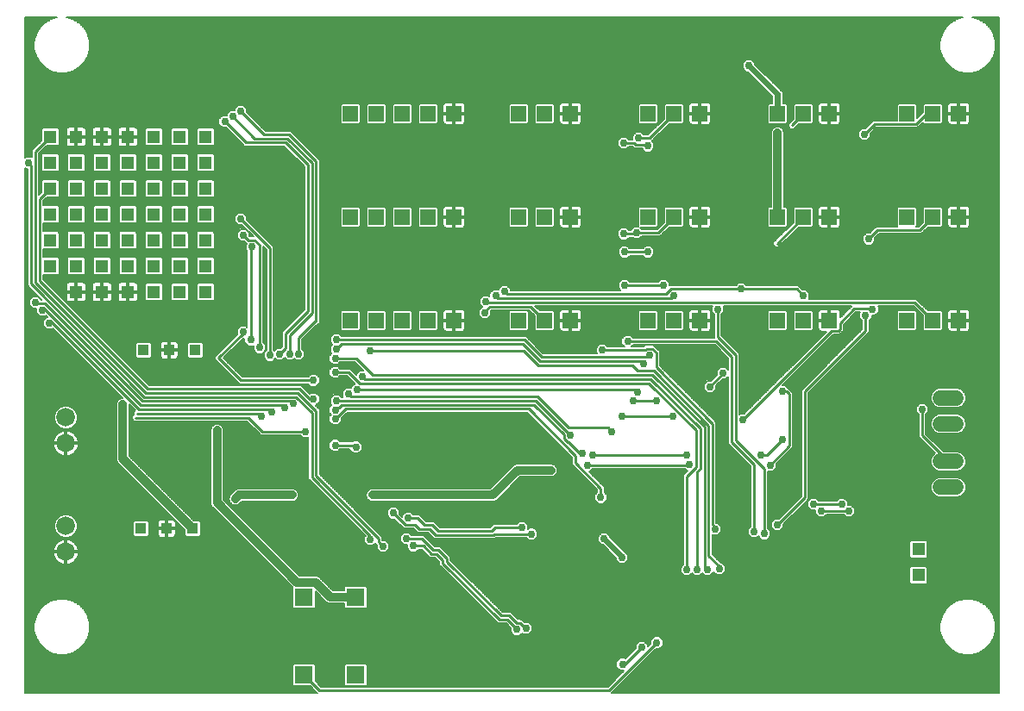
<source format=gbl>
G75*
%MOIN*%
%OFA0B0*%
%FSLAX25Y25*%
%IPPOS*%
%LPD*%
%AMOC8*
5,1,8,0,0,1.08239X$1,22.5*
%
%ADD10R,0.06000X0.06000*%
%ADD11R,0.05130X0.05130*%
%ADD12R,0.04362X0.04362*%
%ADD13R,0.07035X0.07035*%
%ADD14C,0.05937*%
%ADD15C,0.07200*%
%ADD16C,0.02978*%
%ADD17C,0.01000*%
%ADD18C,0.02400*%
%ADD19C,0.03200*%
%ADD20C,0.00600*%
D10*
X0133300Y0151800D03*
X0143300Y0151800D03*
X0153300Y0151800D03*
X0163300Y0151800D03*
X0173300Y0151800D03*
X0198300Y0151800D03*
X0208300Y0151800D03*
X0218300Y0151800D03*
X0248300Y0151800D03*
X0258300Y0151800D03*
X0268300Y0151800D03*
X0298300Y0151800D03*
X0308300Y0151800D03*
X0318300Y0151800D03*
X0348300Y0151800D03*
X0358300Y0151800D03*
X0368300Y0151800D03*
X0368300Y0191800D03*
X0358300Y0191800D03*
X0348300Y0191800D03*
X0318300Y0191800D03*
X0308300Y0191800D03*
X0298300Y0191800D03*
X0268300Y0191800D03*
X0258300Y0191800D03*
X0248300Y0191800D03*
X0218300Y0191800D03*
X0208300Y0191800D03*
X0198300Y0191800D03*
X0173300Y0191800D03*
X0163300Y0191800D03*
X0153300Y0191800D03*
X0143300Y0191800D03*
X0133300Y0191800D03*
X0133300Y0231800D03*
X0143300Y0231800D03*
X0153300Y0231800D03*
X0163300Y0231800D03*
X0173300Y0231800D03*
X0198300Y0231800D03*
X0208300Y0231800D03*
X0218300Y0231800D03*
X0248300Y0231800D03*
X0258300Y0231800D03*
X0268300Y0231800D03*
X0298300Y0231800D03*
X0308300Y0231800D03*
X0318300Y0231800D03*
X0348300Y0231800D03*
X0358300Y0231800D03*
X0368300Y0231800D03*
D11*
X0352800Y0063300D03*
X0352800Y0053300D03*
X0077300Y0162800D03*
X0067300Y0162800D03*
X0057300Y0162800D03*
X0047300Y0162800D03*
X0037300Y0162800D03*
X0027300Y0162800D03*
X0027300Y0172800D03*
X0017300Y0172800D03*
X0017300Y0182800D03*
X0027300Y0182800D03*
X0037300Y0182800D03*
X0037300Y0172800D03*
X0047300Y0172800D03*
X0057300Y0172800D03*
X0057300Y0182800D03*
X0047300Y0182800D03*
X0047300Y0192800D03*
X0057300Y0192800D03*
X0067300Y0192800D03*
X0077300Y0192800D03*
X0077300Y0182800D03*
X0067300Y0182800D03*
X0067300Y0172800D03*
X0077300Y0172800D03*
X0037300Y0192800D03*
X0027300Y0192800D03*
X0017300Y0192800D03*
X0017300Y0202800D03*
X0027300Y0202800D03*
X0027300Y0212800D03*
X0017300Y0212800D03*
X0017300Y0222800D03*
X0027300Y0222800D03*
X0037300Y0222800D03*
X0047300Y0222800D03*
X0057300Y0222800D03*
X0067300Y0222800D03*
X0077300Y0222800D03*
X0077300Y0212800D03*
X0067300Y0212800D03*
X0067300Y0202800D03*
X0077300Y0202800D03*
X0057300Y0202800D03*
X0047300Y0202800D03*
X0047300Y0212800D03*
X0057300Y0212800D03*
X0037300Y0212800D03*
X0037300Y0202800D03*
D12*
X0053300Y0140300D03*
X0063300Y0140300D03*
X0073300Y0140300D03*
X0072300Y0071300D03*
X0062300Y0071300D03*
X0052300Y0071300D03*
D13*
X0115300Y0044800D03*
X0135300Y0044800D03*
X0135300Y0014800D03*
X0115300Y0014800D03*
D14*
X0361331Y0087300D02*
X0367269Y0087300D01*
X0367269Y0097300D02*
X0361331Y0097300D01*
X0361331Y0111800D02*
X0367269Y0111800D01*
X0367269Y0121800D02*
X0361331Y0121800D01*
D15*
X0023300Y0114300D03*
X0023300Y0104300D03*
X0023300Y0072300D03*
X0023300Y0062300D03*
D16*
X0088800Y0082800D03*
X0110800Y0084300D03*
X0127389Y0103550D03*
X0135381Y0102881D03*
X0127389Y0113644D03*
X0127389Y0117222D03*
X0127800Y0120800D03*
X0132534Y0123389D03*
X0135994Y0124989D03*
X0137872Y0130167D03*
X0127389Y0131806D03*
X0127389Y0137089D03*
X0127800Y0140722D03*
X0127800Y0144300D03*
X0140800Y0140111D03*
X0119011Y0128606D03*
X0119011Y0121450D03*
X0111265Y0119611D03*
X0107800Y0118011D03*
X0102800Y0116411D03*
X0098800Y0114811D03*
X0115811Y0108844D03*
X0081800Y0109300D03*
X0045300Y0119300D03*
X0016940Y0150711D03*
X0014207Y0155707D03*
X0011618Y0158800D03*
X0008992Y0212800D03*
X0070300Y0243300D03*
X0084740Y0228740D03*
X0087770Y0230770D03*
X0090800Y0232800D03*
X0091300Y0213300D03*
X0090800Y0191180D03*
X0091800Y0184800D03*
X0095300Y0180300D03*
X0091800Y0147300D03*
X0094722Y0144300D03*
X0098300Y0141300D03*
X0102222Y0138300D03*
X0105800Y0138800D03*
X0109722Y0138800D03*
X0113300Y0138800D03*
X0185300Y0154800D03*
X0185469Y0159131D03*
X0189373Y0161389D03*
X0192800Y0163022D03*
X0219300Y0173300D03*
X0238811Y0185300D03*
X0243989Y0185800D03*
X0248300Y0178300D03*
X0239111Y0178300D03*
X0239111Y0165300D03*
X0254300Y0165300D03*
X0258300Y0161389D03*
X0275300Y0156211D03*
X0284300Y0163978D03*
X0293300Y0175800D03*
X0308300Y0161389D03*
X0332330Y0153830D03*
X0335009Y0156211D03*
X0352300Y0130800D03*
X0354300Y0117300D03*
X0323159Y0080659D03*
X0325747Y0078070D03*
X0315172Y0078211D03*
X0312300Y0080800D03*
X0298300Y0072800D03*
X0293300Y0069300D03*
X0289300Y0070211D03*
X0274278Y0071184D03*
X0275800Y0055800D03*
X0271300Y0055436D03*
X0267300Y0055436D03*
X0263300Y0055436D03*
X0251800Y0061800D03*
X0238300Y0060001D03*
X0228300Y0053300D03*
X0231300Y0067347D03*
X0230031Y0083300D03*
X0231300Y0090300D03*
X0224800Y0095800D03*
X0226821Y0099800D03*
X0222800Y0100300D03*
X0218300Y0107300D03*
X0234300Y0108800D03*
X0238360Y0114860D03*
X0242569Y0120771D03*
X0244200Y0124200D03*
X0251684Y0120800D03*
X0257742Y0114742D03*
X0272186Y0126186D03*
X0277294Y0131511D03*
X0295800Y0134300D03*
X0300300Y0124300D03*
X0284889Y0113300D03*
X0300300Y0105800D03*
X0291800Y0099800D03*
X0295398Y0095864D03*
X0264300Y0096222D03*
X0263300Y0099800D03*
X0251800Y0086300D03*
X0210812Y0093800D03*
X0200300Y0106300D03*
X0246506Y0135171D03*
X0248800Y0138300D03*
X0240411Y0143800D03*
X0230589Y0140349D03*
X0183300Y0198300D03*
X0158300Y0221800D03*
X0238995Y0220345D03*
X0244611Y0222300D03*
X0248300Y0219300D03*
X0266300Y0214300D03*
X0298300Y0224300D03*
X0331889Y0223800D03*
X0287300Y0250300D03*
X0334800Y0256300D03*
X0333489Y0183300D03*
X0208300Y0074300D03*
X0203300Y0069216D03*
X0199471Y0071805D03*
X0157534Y0064627D03*
X0154830Y0067330D03*
X0145906Y0064406D03*
X0141025Y0067025D03*
X0149800Y0077300D03*
X0155630Y0075308D03*
X0141800Y0084300D03*
X0156300Y0058300D03*
X0197644Y0032300D03*
X0201222Y0032699D03*
X0238385Y0018885D03*
X0245779Y0025420D03*
X0251696Y0027196D03*
X0313800Y0058800D03*
X0353300Y0026300D03*
X0099300Y0039300D03*
D17*
X0115300Y0014800D02*
X0121300Y0008800D01*
X0233300Y0008800D01*
X0251696Y0027196D01*
X0245779Y0025420D02*
X0239243Y0018885D01*
X0238385Y0018885D01*
X0201222Y0032699D02*
X0200906Y0032699D01*
X0198716Y0034889D01*
X0197401Y0034889D01*
X0194701Y0037589D01*
X0191487Y0037589D01*
X0170619Y0058457D01*
X0170619Y0059728D01*
X0167228Y0063119D01*
X0165243Y0063119D01*
X0161032Y0067330D01*
X0154830Y0067330D01*
X0157534Y0064627D02*
X0161473Y0064627D01*
X0164581Y0061519D01*
X0166565Y0061519D01*
X0169019Y0059065D01*
X0169019Y0057794D01*
X0190825Y0035989D01*
X0194039Y0035989D01*
X0196655Y0033372D01*
X0196655Y0033289D01*
X0197644Y0032300D01*
X0203300Y0069216D02*
X0188877Y0069216D01*
X0188385Y0068724D01*
X0166149Y0068724D01*
X0163730Y0071143D01*
X0159796Y0071143D01*
X0158219Y0072719D01*
X0154381Y0072719D01*
X0149800Y0077300D01*
X0155630Y0075308D02*
X0159292Y0075308D01*
X0161857Y0072743D01*
X0164857Y0072743D01*
X0167276Y0070324D01*
X0187723Y0070324D01*
X0189203Y0071805D01*
X0199471Y0071805D01*
X0220211Y0096728D02*
X0230031Y0086908D01*
X0230031Y0083300D01*
X0224800Y0095800D02*
X0263878Y0095800D01*
X0264300Y0096222D01*
X0266889Y0095150D02*
X0266889Y0109257D01*
X0248568Y0127578D01*
X0136800Y0127578D01*
X0132572Y0131806D01*
X0127389Y0131806D01*
X0127389Y0137089D02*
X0135489Y0137089D01*
X0141800Y0130778D01*
X0249893Y0130778D01*
X0270089Y0110582D01*
X0270089Y0056647D01*
X0271300Y0055436D01*
X0267300Y0055436D02*
X0267300Y0093298D01*
X0268489Y0094487D01*
X0268489Y0109919D01*
X0249230Y0129178D01*
X0138861Y0129178D01*
X0137872Y0130167D01*
X0135994Y0124989D02*
X0243411Y0124989D01*
X0244200Y0124200D01*
X0242569Y0120771D02*
X0251655Y0120771D01*
X0251684Y0120800D01*
X0257624Y0114860D02*
X0257742Y0114742D01*
X0257624Y0114860D02*
X0238360Y0114860D01*
X0232800Y0110300D02*
X0217563Y0110300D01*
X0205463Y0122400D01*
X0133523Y0122400D01*
X0132534Y0123389D01*
X0127800Y0120800D02*
X0204800Y0120800D01*
X0218300Y0107300D01*
X0215711Y0107626D02*
X0204137Y0119200D01*
X0129861Y0119200D01*
X0128872Y0118211D01*
X0128378Y0118211D01*
X0127389Y0117222D01*
X0128378Y0114633D02*
X0127389Y0113644D01*
X0128378Y0114633D02*
X0128461Y0114633D01*
X0131428Y0117600D01*
X0202076Y0117600D01*
X0220211Y0099465D01*
X0220211Y0096728D01*
X0226821Y0099800D02*
X0263300Y0099800D01*
X0266889Y0095150D02*
X0263300Y0091561D01*
X0263300Y0055436D01*
X0271689Y0060911D02*
X0271689Y0111245D01*
X0250556Y0132378D01*
X0244300Y0132378D01*
X0242118Y0134560D01*
X0205797Y0134560D01*
X0200246Y0140111D01*
X0140800Y0140111D01*
X0129861Y0142700D02*
X0199920Y0142700D01*
X0206460Y0136160D01*
X0245517Y0136160D01*
X0246506Y0135171D01*
X0248260Y0137760D02*
X0248800Y0138300D01*
X0248260Y0137760D02*
X0207123Y0137760D01*
X0200583Y0144300D01*
X0127800Y0144300D01*
X0129861Y0142700D02*
X0128872Y0141711D01*
X0128789Y0141711D01*
X0127800Y0140722D01*
X0120000Y0151379D02*
X0120000Y0151800D01*
X0113300Y0145100D01*
X0113300Y0138800D01*
X0109722Y0138800D02*
X0109722Y0146122D01*
X0118400Y0154800D01*
X0118400Y0212649D01*
X0108849Y0222200D01*
X0096340Y0222200D01*
X0087770Y0230770D01*
X0084740Y0228740D02*
X0092880Y0220600D01*
X0108186Y0220600D01*
X0116800Y0211986D01*
X0116800Y0155463D01*
X0108122Y0146785D01*
X0108122Y0141122D01*
X0105800Y0138800D01*
X0102222Y0138300D02*
X0102222Y0179757D01*
X0090800Y0191180D01*
X0091800Y0184800D02*
X0093711Y0182889D01*
X0096372Y0182889D01*
X0098300Y0180961D01*
X0098300Y0141300D01*
X0094722Y0144300D02*
X0094722Y0179722D01*
X0095300Y0180300D01*
X0120000Y0151800D02*
X0120000Y0213312D01*
X0109512Y0223800D01*
X0099800Y0223800D01*
X0090800Y0232800D01*
X0017300Y0222800D02*
X0011581Y0217081D01*
X0011581Y0166519D01*
X0054300Y0123800D01*
X0113000Y0123800D01*
X0120000Y0116800D01*
X0120000Y0091711D01*
X0144300Y0067411D01*
X0144300Y0066012D01*
X0145906Y0064406D01*
X0141025Y0067025D02*
X0141025Y0068423D01*
X0118400Y0091048D01*
X0118400Y0116137D01*
X0112337Y0122200D01*
X0053637Y0122200D01*
X0009919Y0165919D01*
X0009919Y0211874D01*
X0008992Y0212800D01*
X0017300Y0202800D02*
X0013181Y0198681D01*
X0013181Y0167181D01*
X0054963Y0125400D01*
X0113663Y0125400D01*
X0117612Y0121450D01*
X0119011Y0121450D01*
X0111265Y0119611D02*
X0110276Y0120600D01*
X0052975Y0120600D01*
X0015069Y0158506D01*
X0011912Y0158506D01*
X0011618Y0158800D01*
X0014207Y0156707D02*
X0014207Y0155707D01*
X0014207Y0156707D02*
X0014406Y0156906D01*
X0052312Y0119000D01*
X0106811Y0119000D01*
X0107800Y0118011D01*
X0102800Y0116411D02*
X0102789Y0116411D01*
X0101800Y0117400D01*
X0051649Y0117400D01*
X0017639Y0151410D01*
X0016940Y0150711D01*
X0050800Y0115800D02*
X0097811Y0115800D01*
X0098800Y0114811D01*
X0093800Y0114200D02*
X0099156Y0108844D01*
X0115811Y0108844D01*
X0127389Y0103550D02*
X0134712Y0103550D01*
X0135381Y0102881D01*
X0119011Y0128606D02*
X0090994Y0128606D01*
X0082300Y0137300D01*
X0091800Y0146800D01*
X0091800Y0147300D01*
X0093800Y0114200D02*
X0050137Y0114200D01*
X0185300Y0154800D02*
X0185300Y0155300D01*
X0187200Y0157200D01*
X0202900Y0157200D01*
X0208300Y0151800D01*
X0193728Y0162093D02*
X0192800Y0163022D01*
X0193728Y0162093D02*
X0255343Y0162093D01*
X0257228Y0163978D01*
X0284300Y0163978D01*
X0305711Y0163978D01*
X0308300Y0161389D01*
X0322400Y0150811D02*
X0328008Y0156419D01*
X0333402Y0156419D01*
X0333610Y0156211D01*
X0335009Y0156211D01*
X0332330Y0153830D02*
X0332330Y0147830D01*
X0308800Y0124300D01*
X0308800Y0083300D01*
X0298300Y0072800D01*
X0293300Y0069300D02*
X0293300Y0094300D01*
X0282300Y0105300D01*
X0282300Y0138463D01*
X0275300Y0145463D01*
X0275300Y0156211D01*
X0274700Y0143800D02*
X0240411Y0143800D01*
X0247188Y0140349D02*
X0230589Y0140349D01*
X0247188Y0140349D02*
X0247728Y0140889D01*
X0249872Y0140889D01*
X0251389Y0139372D01*
X0251389Y0133808D01*
X0273289Y0111908D01*
X0273289Y0072811D01*
X0274278Y0071822D01*
X0274278Y0071184D01*
X0289300Y0070211D02*
X0289300Y0096037D01*
X0280700Y0104637D01*
X0280700Y0137800D01*
X0274700Y0143800D01*
X0277294Y0131511D02*
X0277294Y0131294D01*
X0272186Y0126186D01*
X0284889Y0113300D02*
X0319289Y0147700D01*
X0321756Y0147700D01*
X0322400Y0148344D01*
X0322400Y0150811D01*
X0351300Y0158800D02*
X0186300Y0158800D01*
X0185969Y0159131D01*
X0185469Y0159131D01*
X0185800Y0158800D02*
X0186300Y0158800D01*
X0189373Y0161389D02*
X0190329Y0160433D01*
X0257344Y0160433D01*
X0258300Y0161389D01*
X0254300Y0165300D02*
X0239111Y0165300D01*
X0239111Y0178300D02*
X0248300Y0178300D01*
X0243489Y0185300D02*
X0243989Y0185800D01*
X0252300Y0185800D01*
X0258300Y0191800D01*
X0243489Y0185300D02*
X0238811Y0185300D01*
X0248300Y0219300D02*
X0247889Y0219711D01*
X0243539Y0219711D01*
X0242904Y0220345D01*
X0238995Y0220345D01*
X0244611Y0222300D02*
X0248800Y0222300D01*
X0258300Y0231800D01*
X0303800Y0227300D02*
X0308300Y0231800D01*
X0331889Y0223800D02*
X0335789Y0227700D01*
X0351756Y0227700D01*
X0355856Y0231800D01*
X0358300Y0231800D01*
X0358300Y0191800D02*
X0353300Y0186800D01*
X0336989Y0186800D01*
X0333489Y0183300D01*
X0308300Y0191800D02*
X0298050Y0181550D01*
X0351300Y0158800D02*
X0358300Y0151800D01*
X0353800Y0156300D01*
X0302800Y0123300D02*
X0301800Y0124300D01*
X0300300Y0124300D01*
X0302800Y0123300D02*
X0302800Y0106961D01*
X0302889Y0106872D01*
X0302889Y0103329D01*
X0302863Y0103329D01*
X0295398Y0095864D01*
X0294300Y0099800D02*
X0291800Y0099800D01*
X0294300Y0099800D02*
X0300300Y0105800D01*
X0312300Y0080800D02*
X0323017Y0080800D01*
X0323159Y0080659D01*
X0321945Y0078211D02*
X0322086Y0078070D01*
X0325747Y0078070D01*
X0321945Y0078211D02*
X0315172Y0078211D01*
X0275800Y0056800D02*
X0271689Y0060911D01*
X0275800Y0056800D02*
X0275800Y0055800D01*
X0222800Y0100300D02*
X0221800Y0100300D01*
X0217389Y0104711D01*
X0217228Y0104711D01*
X0215711Y0106228D01*
X0215711Y0107626D01*
X0232800Y0110300D02*
X0234300Y0108800D01*
X0354300Y0107300D02*
X0364300Y0097300D01*
X0354300Y0107300D02*
X0354300Y0117300D01*
D18*
X0238300Y0060347D02*
X0238300Y0060001D01*
X0238300Y0060347D02*
X0231300Y0067347D01*
X0298300Y0231800D02*
X0298300Y0239300D01*
X0287300Y0250300D01*
D19*
X0298300Y0224300D02*
X0298300Y0191800D01*
X0210812Y0093800D02*
X0197800Y0093800D01*
X0188300Y0084300D01*
X0141800Y0084300D01*
X0110800Y0084300D02*
X0090300Y0084300D01*
X0088800Y0082800D01*
X0081800Y0081300D02*
X0081800Y0109300D01*
X0045300Y0119300D02*
X0045300Y0098300D01*
X0072300Y0071300D01*
X0081800Y0081300D02*
X0112583Y0050517D01*
X0119729Y0050517D01*
X0125446Y0044800D01*
X0135300Y0044800D01*
D20*
X0007600Y0007600D02*
X0007600Y0210814D01*
X0008003Y0210411D01*
X0008519Y0210411D01*
X0008519Y0165339D01*
X0009339Y0164519D01*
X0013951Y0159906D01*
X0013890Y0159906D01*
X0012607Y0161189D01*
X0010628Y0161189D01*
X0009229Y0159790D01*
X0009229Y0157810D01*
X0010628Y0156411D01*
X0011818Y0156411D01*
X0011818Y0154717D01*
X0013217Y0153318D01*
X0015196Y0153318D01*
X0015605Y0153727D01*
X0016232Y0153100D01*
X0015950Y0153100D01*
X0014551Y0151700D01*
X0014551Y0149721D01*
X0015950Y0148322D01*
X0017929Y0148322D01*
X0018338Y0148731D01*
X0045269Y0121800D01*
X0044803Y0121800D01*
X0044535Y0121689D01*
X0044310Y0121689D01*
X0044152Y0121530D01*
X0043884Y0121419D01*
X0043181Y0120716D01*
X0043070Y0120448D01*
X0042911Y0120290D01*
X0042911Y0120065D01*
X0042800Y0119797D01*
X0042800Y0097803D01*
X0043181Y0096884D01*
X0043884Y0096181D01*
X0069219Y0070846D01*
X0069219Y0068746D01*
X0069746Y0068219D01*
X0074854Y0068219D01*
X0075381Y0068746D01*
X0075381Y0073854D01*
X0074854Y0074381D01*
X0072754Y0074381D01*
X0047800Y0099336D01*
X0047800Y0119269D01*
X0050045Y0117025D01*
X0049400Y0116380D01*
X0049400Y0115443D01*
X0048737Y0114780D01*
X0048737Y0113620D01*
X0049557Y0112800D01*
X0093220Y0112800D01*
X0097756Y0108264D01*
X0098576Y0107444D01*
X0113832Y0107444D01*
X0114821Y0106455D01*
X0116801Y0106455D01*
X0117000Y0106655D01*
X0117000Y0090468D01*
X0117820Y0089648D01*
X0139045Y0068423D01*
X0138636Y0068014D01*
X0138636Y0066035D01*
X0140035Y0064636D01*
X0142014Y0064636D01*
X0142900Y0065521D01*
X0142900Y0065432D01*
X0143517Y0064815D01*
X0143517Y0063417D01*
X0144917Y0062017D01*
X0146896Y0062017D01*
X0148295Y0063417D01*
X0148295Y0065396D01*
X0146896Y0066795D01*
X0145700Y0066795D01*
X0145700Y0067991D01*
X0144880Y0068811D01*
X0144880Y0068811D01*
X0121400Y0092291D01*
X0121400Y0117380D01*
X0119719Y0119061D01*
X0120001Y0119061D01*
X0121400Y0120461D01*
X0121400Y0122440D01*
X0120001Y0123839D01*
X0118021Y0123839D01*
X0117612Y0123430D01*
X0114243Y0126800D01*
X0055543Y0126800D01*
X0014581Y0167761D01*
X0014581Y0169335D01*
X0020238Y0169335D01*
X0020765Y0169862D01*
X0020765Y0175738D01*
X0020238Y0176265D01*
X0014581Y0176265D01*
X0014581Y0179335D01*
X0020238Y0179335D01*
X0020765Y0179862D01*
X0020765Y0185738D01*
X0020238Y0186265D01*
X0014581Y0186265D01*
X0014581Y0189335D01*
X0020238Y0189335D01*
X0020765Y0189862D01*
X0020765Y0195738D01*
X0020238Y0196265D01*
X0014581Y0196265D01*
X0014581Y0198101D01*
X0015815Y0199335D01*
X0020238Y0199335D01*
X0020765Y0199862D01*
X0020765Y0205738D01*
X0020238Y0206265D01*
X0014362Y0206265D01*
X0013835Y0205738D01*
X0013835Y0201315D01*
X0012981Y0200461D01*
X0012981Y0216501D01*
X0015815Y0219335D01*
X0020238Y0219335D01*
X0020765Y0219862D01*
X0020765Y0225738D01*
X0020238Y0226265D01*
X0014362Y0226265D01*
X0013835Y0225738D01*
X0013835Y0221315D01*
X0010181Y0217661D01*
X0010181Y0214990D01*
X0009982Y0215189D01*
X0008003Y0215189D01*
X0007600Y0214786D01*
X0007600Y0269000D01*
X0020005Y0269000D01*
X0017631Y0268364D01*
X0015169Y0266942D01*
X0013158Y0264931D01*
X0011736Y0262469D01*
X0011000Y0259722D01*
X0011000Y0256878D01*
X0011736Y0254131D01*
X0013158Y0251669D01*
X0015169Y0249658D01*
X0017631Y0248236D01*
X0020378Y0247500D01*
X0023222Y0247500D01*
X0025969Y0248236D01*
X0028431Y0249658D01*
X0030442Y0251669D01*
X0031864Y0254131D01*
X0032600Y0256878D01*
X0032600Y0259722D01*
X0031864Y0262469D01*
X0030442Y0264931D01*
X0028431Y0266942D01*
X0025969Y0268364D01*
X0023595Y0269000D01*
X0370005Y0269000D01*
X0367631Y0268364D01*
X0365169Y0266942D01*
X0363158Y0264931D01*
X0361736Y0262469D01*
X0361000Y0259722D01*
X0361000Y0256878D01*
X0361736Y0254131D01*
X0363158Y0251669D01*
X0365169Y0249658D01*
X0367631Y0248236D01*
X0370378Y0247500D01*
X0373222Y0247500D01*
X0375969Y0248236D01*
X0378431Y0249658D01*
X0380442Y0251669D01*
X0381864Y0254131D01*
X0382600Y0256878D01*
X0382600Y0259722D01*
X0381864Y0262469D01*
X0380442Y0264931D01*
X0378431Y0266942D01*
X0375969Y0268364D01*
X0373595Y0269000D01*
X0384000Y0269000D01*
X0384000Y0007600D01*
X0234080Y0007600D01*
X0234700Y0008220D01*
X0251287Y0024807D01*
X0252686Y0024807D01*
X0254085Y0026207D01*
X0254085Y0028186D01*
X0252686Y0029585D01*
X0250707Y0029585D01*
X0249307Y0028186D01*
X0249307Y0026787D01*
X0248168Y0025648D01*
X0248168Y0026410D01*
X0246768Y0027809D01*
X0244789Y0027809D01*
X0243390Y0026410D01*
X0243390Y0025011D01*
X0239514Y0021135D01*
X0239375Y0021274D01*
X0237395Y0021274D01*
X0235996Y0019875D01*
X0235996Y0017895D01*
X0237395Y0016496D01*
X0239016Y0016496D01*
X0232720Y0010200D01*
X0121880Y0010200D01*
X0119717Y0012362D01*
X0119717Y0018690D01*
X0119190Y0019217D01*
X0111410Y0019217D01*
X0110883Y0018690D01*
X0110883Y0010910D01*
X0111410Y0010383D01*
X0117738Y0010383D01*
X0119900Y0008220D01*
X0120520Y0007600D01*
X0007600Y0007600D01*
X0007600Y0008088D02*
X0120032Y0008088D01*
X0119433Y0008687D02*
X0007600Y0008687D01*
X0007600Y0009285D02*
X0118835Y0009285D01*
X0118236Y0009884D02*
X0007600Y0009884D01*
X0007600Y0010482D02*
X0111310Y0010482D01*
X0110883Y0011081D02*
X0007600Y0011081D01*
X0007600Y0011679D02*
X0110883Y0011679D01*
X0110883Y0012278D02*
X0007600Y0012278D01*
X0007600Y0012876D02*
X0110883Y0012876D01*
X0110883Y0013475D02*
X0007600Y0013475D01*
X0007600Y0014073D02*
X0110883Y0014073D01*
X0110883Y0014672D02*
X0007600Y0014672D01*
X0007600Y0015270D02*
X0110883Y0015270D01*
X0110883Y0015869D02*
X0007600Y0015869D01*
X0007600Y0016467D02*
X0110883Y0016467D01*
X0110883Y0017066D02*
X0007600Y0017066D01*
X0007600Y0017664D02*
X0110883Y0017664D01*
X0110883Y0018263D02*
X0007600Y0018263D01*
X0007600Y0018861D02*
X0111054Y0018861D01*
X0119546Y0018861D02*
X0131054Y0018861D01*
X0130883Y0018690D02*
X0130883Y0010910D01*
X0131410Y0010383D01*
X0139190Y0010383D01*
X0139717Y0010910D01*
X0139717Y0018690D01*
X0139190Y0019217D01*
X0131410Y0019217D01*
X0130883Y0018690D01*
X0130883Y0018263D02*
X0119717Y0018263D01*
X0119717Y0017664D02*
X0130883Y0017664D01*
X0130883Y0017066D02*
X0119717Y0017066D01*
X0119717Y0016467D02*
X0130883Y0016467D01*
X0130883Y0015869D02*
X0119717Y0015869D01*
X0119717Y0015270D02*
X0130883Y0015270D01*
X0130883Y0014672D02*
X0119717Y0014672D01*
X0119717Y0014073D02*
X0130883Y0014073D01*
X0130883Y0013475D02*
X0119717Y0013475D01*
X0119717Y0012876D02*
X0130883Y0012876D01*
X0130883Y0012278D02*
X0119802Y0012278D01*
X0120401Y0011679D02*
X0130883Y0011679D01*
X0130883Y0011081D02*
X0120999Y0011081D01*
X0121598Y0010482D02*
X0131310Y0010482D01*
X0139290Y0010482D02*
X0233002Y0010482D01*
X0233601Y0011081D02*
X0139717Y0011081D01*
X0139717Y0011679D02*
X0234199Y0011679D01*
X0234798Y0012278D02*
X0139717Y0012278D01*
X0139717Y0012876D02*
X0235396Y0012876D01*
X0235995Y0013475D02*
X0139717Y0013475D01*
X0139717Y0014073D02*
X0236593Y0014073D01*
X0237192Y0014672D02*
X0139717Y0014672D01*
X0139717Y0015270D02*
X0237790Y0015270D01*
X0238389Y0015869D02*
X0139717Y0015869D01*
X0139717Y0016467D02*
X0238987Y0016467D01*
X0236826Y0017066D02*
X0139717Y0017066D01*
X0139717Y0017664D02*
X0236227Y0017664D01*
X0235996Y0018263D02*
X0139717Y0018263D01*
X0139546Y0018861D02*
X0235996Y0018861D01*
X0235996Y0019460D02*
X0007600Y0019460D01*
X0007600Y0020058D02*
X0236180Y0020058D01*
X0236778Y0020657D02*
X0007600Y0020657D01*
X0007600Y0021255D02*
X0237377Y0021255D01*
X0239393Y0021255D02*
X0239634Y0021255D01*
X0240232Y0021854D02*
X0007600Y0021854D01*
X0007600Y0022452D02*
X0240831Y0022452D01*
X0241429Y0023051D02*
X0025278Y0023051D01*
X0025969Y0023236D02*
X0028431Y0024658D01*
X0030442Y0026669D01*
X0031864Y0029131D01*
X0032600Y0031878D01*
X0032600Y0034722D01*
X0031864Y0037469D01*
X0030442Y0039931D01*
X0028431Y0041942D01*
X0025969Y0043364D01*
X0023222Y0044100D01*
X0020378Y0044100D01*
X0017631Y0043364D01*
X0015169Y0041942D01*
X0013158Y0039931D01*
X0011736Y0037469D01*
X0011000Y0034722D01*
X0011000Y0031878D01*
X0011736Y0029131D01*
X0013158Y0026669D01*
X0015169Y0024658D01*
X0017631Y0023236D01*
X0020378Y0022500D01*
X0023222Y0022500D01*
X0025969Y0023236D01*
X0026685Y0023649D02*
X0242028Y0023649D01*
X0242626Y0024248D02*
X0027721Y0024248D01*
X0028620Y0024846D02*
X0243225Y0024846D01*
X0243390Y0025445D02*
X0029218Y0025445D01*
X0029817Y0026043D02*
X0243390Y0026043D01*
X0243622Y0026642D02*
X0030415Y0026642D01*
X0030772Y0027240D02*
X0244220Y0027240D01*
X0247337Y0027240D02*
X0249307Y0027240D01*
X0249307Y0027839D02*
X0031118Y0027839D01*
X0031463Y0028437D02*
X0249559Y0028437D01*
X0250157Y0029036D02*
X0031809Y0029036D01*
X0031999Y0029634D02*
X0361601Y0029634D01*
X0361736Y0029131D02*
X0363158Y0026669D01*
X0365169Y0024658D01*
X0367631Y0023236D01*
X0370378Y0022500D01*
X0373222Y0022500D01*
X0375969Y0023236D01*
X0378431Y0024658D01*
X0380442Y0026669D01*
X0381864Y0029131D01*
X0382600Y0031878D01*
X0382600Y0034722D01*
X0381864Y0037469D01*
X0380442Y0039931D01*
X0378431Y0041942D01*
X0375969Y0043364D01*
X0373222Y0044100D01*
X0370378Y0044100D01*
X0367631Y0043364D01*
X0365169Y0041942D01*
X0363158Y0039931D01*
X0361736Y0037469D01*
X0361000Y0034722D01*
X0361000Y0031878D01*
X0361736Y0029131D01*
X0361791Y0029036D02*
X0253235Y0029036D01*
X0253834Y0028437D02*
X0362137Y0028437D01*
X0362482Y0027839D02*
X0254085Y0027839D01*
X0254085Y0027240D02*
X0362828Y0027240D01*
X0363185Y0026642D02*
X0254085Y0026642D01*
X0253922Y0026043D02*
X0363783Y0026043D01*
X0364382Y0025445D02*
X0253323Y0025445D01*
X0252725Y0024846D02*
X0364980Y0024846D01*
X0365879Y0024248D02*
X0250728Y0024248D01*
X0250129Y0023649D02*
X0366915Y0023649D01*
X0368322Y0023051D02*
X0249531Y0023051D01*
X0248932Y0022452D02*
X0384000Y0022452D01*
X0384000Y0021854D02*
X0248334Y0021854D01*
X0247735Y0021255D02*
X0384000Y0021255D01*
X0384000Y0020657D02*
X0247137Y0020657D01*
X0246538Y0020058D02*
X0384000Y0020058D01*
X0384000Y0019460D02*
X0245940Y0019460D01*
X0245341Y0018861D02*
X0384000Y0018861D01*
X0384000Y0018263D02*
X0244743Y0018263D01*
X0244144Y0017664D02*
X0384000Y0017664D01*
X0384000Y0017066D02*
X0243546Y0017066D01*
X0242947Y0016467D02*
X0384000Y0016467D01*
X0384000Y0015869D02*
X0242349Y0015869D01*
X0241750Y0015270D02*
X0384000Y0015270D01*
X0384000Y0014672D02*
X0241152Y0014672D01*
X0240553Y0014073D02*
X0384000Y0014073D01*
X0384000Y0013475D02*
X0239955Y0013475D01*
X0239356Y0012876D02*
X0384000Y0012876D01*
X0384000Y0012278D02*
X0238758Y0012278D01*
X0238159Y0011679D02*
X0384000Y0011679D01*
X0384000Y0011081D02*
X0237561Y0011081D01*
X0236962Y0010482D02*
X0384000Y0010482D01*
X0384000Y0009884D02*
X0236364Y0009884D01*
X0235765Y0009285D02*
X0384000Y0009285D01*
X0384000Y0008687D02*
X0235166Y0008687D01*
X0234568Y0008088D02*
X0384000Y0008088D01*
X0384000Y0023051D02*
X0375278Y0023051D01*
X0376685Y0023649D02*
X0384000Y0023649D01*
X0384000Y0024248D02*
X0377721Y0024248D01*
X0378620Y0024846D02*
X0384000Y0024846D01*
X0384000Y0025445D02*
X0379218Y0025445D01*
X0379817Y0026043D02*
X0384000Y0026043D01*
X0384000Y0026642D02*
X0380415Y0026642D01*
X0380772Y0027240D02*
X0384000Y0027240D01*
X0384000Y0027839D02*
X0381118Y0027839D01*
X0381463Y0028437D02*
X0384000Y0028437D01*
X0384000Y0029036D02*
X0381809Y0029036D01*
X0381999Y0029634D02*
X0384000Y0029634D01*
X0384000Y0030233D02*
X0382159Y0030233D01*
X0382320Y0030832D02*
X0384000Y0030832D01*
X0384000Y0031430D02*
X0382480Y0031430D01*
X0382600Y0032029D02*
X0384000Y0032029D01*
X0384000Y0032627D02*
X0382600Y0032627D01*
X0382600Y0033226D02*
X0384000Y0033226D01*
X0384000Y0033824D02*
X0382600Y0033824D01*
X0382600Y0034423D02*
X0384000Y0034423D01*
X0384000Y0035021D02*
X0382520Y0035021D01*
X0382359Y0035620D02*
X0384000Y0035620D01*
X0384000Y0036218D02*
X0382199Y0036218D01*
X0382039Y0036817D02*
X0384000Y0036817D01*
X0384000Y0037415D02*
X0381878Y0037415D01*
X0381549Y0038014D02*
X0384000Y0038014D01*
X0384000Y0038612D02*
X0381204Y0038612D01*
X0380858Y0039211D02*
X0384000Y0039211D01*
X0384000Y0039809D02*
X0380513Y0039809D01*
X0379966Y0040408D02*
X0384000Y0040408D01*
X0384000Y0041006D02*
X0379367Y0041006D01*
X0378769Y0041605D02*
X0384000Y0041605D01*
X0384000Y0042203D02*
X0377979Y0042203D01*
X0376942Y0042802D02*
X0384000Y0042802D01*
X0384000Y0043400D02*
X0375833Y0043400D01*
X0373600Y0043999D02*
X0384000Y0043999D01*
X0384000Y0044597D02*
X0186459Y0044597D01*
X0187058Y0043999D02*
X0370000Y0043999D01*
X0367767Y0043400D02*
X0187656Y0043400D01*
X0188255Y0042802D02*
X0366658Y0042802D01*
X0365621Y0042203D02*
X0188853Y0042203D01*
X0189452Y0041605D02*
X0364831Y0041605D01*
X0364233Y0041006D02*
X0190050Y0041006D01*
X0190649Y0040408D02*
X0363634Y0040408D01*
X0363087Y0039809D02*
X0191247Y0039809D01*
X0191846Y0039211D02*
X0362742Y0039211D01*
X0362396Y0038612D02*
X0195658Y0038612D01*
X0195281Y0038989D02*
X0192067Y0038989D01*
X0172019Y0059037D01*
X0172019Y0060308D01*
X0168628Y0063699D01*
X0167808Y0064519D01*
X0165823Y0064519D01*
X0162432Y0067910D01*
X0161612Y0068730D01*
X0156809Y0068730D01*
X0155820Y0069719D01*
X0153841Y0069719D01*
X0152441Y0068320D01*
X0152441Y0066341D01*
X0153841Y0064941D01*
X0155145Y0064941D01*
X0155145Y0063637D01*
X0156545Y0062238D01*
X0158524Y0062238D01*
X0159513Y0063227D01*
X0160894Y0063227D01*
X0164001Y0060119D01*
X0165986Y0060119D01*
X0167619Y0058486D01*
X0167619Y0057215D01*
X0168439Y0056394D01*
X0190245Y0034589D01*
X0193459Y0034589D01*
X0195255Y0032792D01*
X0195255Y0031310D01*
X0196655Y0029911D01*
X0198634Y0029911D01*
X0199633Y0030910D01*
X0200232Y0030310D01*
X0202212Y0030310D01*
X0203611Y0031710D01*
X0203611Y0033689D01*
X0202212Y0035088D01*
X0200497Y0035088D01*
X0199296Y0036289D01*
X0197981Y0036289D01*
X0195281Y0038989D01*
X0196256Y0038014D02*
X0362051Y0038014D01*
X0361722Y0037415D02*
X0196855Y0037415D01*
X0197454Y0036817D02*
X0361561Y0036817D01*
X0361401Y0036218D02*
X0199367Y0036218D01*
X0199966Y0035620D02*
X0361241Y0035620D01*
X0361080Y0035021D02*
X0202279Y0035021D01*
X0202877Y0034423D02*
X0361000Y0034423D01*
X0361000Y0033824D02*
X0203476Y0033824D01*
X0203611Y0033226D02*
X0361000Y0033226D01*
X0361000Y0032627D02*
X0203611Y0032627D01*
X0203611Y0032029D02*
X0361000Y0032029D01*
X0361120Y0031430D02*
X0203331Y0031430D01*
X0202733Y0030832D02*
X0361280Y0030832D01*
X0361441Y0030233D02*
X0198956Y0030233D01*
X0199554Y0030832D02*
X0199711Y0030832D01*
X0196333Y0030233D02*
X0032159Y0030233D01*
X0032320Y0030832D02*
X0195734Y0030832D01*
X0195255Y0031430D02*
X0032480Y0031430D01*
X0032600Y0032029D02*
X0195255Y0032029D01*
X0195255Y0032627D02*
X0032600Y0032627D01*
X0032600Y0033226D02*
X0194822Y0033226D01*
X0194224Y0033824D02*
X0032600Y0033824D01*
X0032600Y0034423D02*
X0193625Y0034423D01*
X0189813Y0035021D02*
X0032520Y0035021D01*
X0032359Y0035620D02*
X0189214Y0035620D01*
X0188616Y0036218D02*
X0032199Y0036218D01*
X0032039Y0036817D02*
X0188017Y0036817D01*
X0187419Y0037415D02*
X0031878Y0037415D01*
X0031549Y0038014D02*
X0186820Y0038014D01*
X0186222Y0038612D02*
X0031204Y0038612D01*
X0030858Y0039211D02*
X0185623Y0039211D01*
X0185025Y0039809D02*
X0030513Y0039809D01*
X0029966Y0040408D02*
X0111385Y0040408D01*
X0111410Y0040383D02*
X0119190Y0040383D01*
X0119717Y0040910D01*
X0119717Y0046993D01*
X0124030Y0042681D01*
X0124949Y0042300D01*
X0130883Y0042300D01*
X0130883Y0040910D01*
X0131410Y0040383D01*
X0139190Y0040383D01*
X0139717Y0040910D01*
X0139717Y0048690D01*
X0139190Y0049217D01*
X0131410Y0049217D01*
X0130883Y0048690D01*
X0130883Y0047300D01*
X0126482Y0047300D01*
X0121145Y0052637D01*
X0120226Y0053017D01*
X0113618Y0053017D01*
X0084300Y0082336D01*
X0084300Y0109797D01*
X0084189Y0110065D01*
X0084189Y0110290D01*
X0084030Y0110448D01*
X0083919Y0110716D01*
X0083216Y0111419D01*
X0082948Y0111530D01*
X0082790Y0111689D01*
X0082565Y0111689D01*
X0082297Y0111800D01*
X0081303Y0111800D01*
X0081035Y0111689D01*
X0080810Y0111689D01*
X0080652Y0111530D01*
X0080384Y0111419D01*
X0079681Y0110716D01*
X0079570Y0110448D01*
X0079411Y0110290D01*
X0079411Y0110065D01*
X0079300Y0109797D01*
X0079300Y0080803D01*
X0079681Y0079884D01*
X0080384Y0079181D01*
X0110883Y0048682D01*
X0110883Y0040910D01*
X0111410Y0040383D01*
X0110883Y0041006D02*
X0029367Y0041006D01*
X0028769Y0041605D02*
X0110883Y0041605D01*
X0110883Y0042203D02*
X0027979Y0042203D01*
X0026942Y0042802D02*
X0110883Y0042802D01*
X0110883Y0043400D02*
X0025833Y0043400D01*
X0023600Y0043999D02*
X0110883Y0043999D01*
X0110883Y0044597D02*
X0007600Y0044597D01*
X0007600Y0043999D02*
X0020000Y0043999D01*
X0017767Y0043400D02*
X0007600Y0043400D01*
X0007600Y0042802D02*
X0016658Y0042802D01*
X0015621Y0042203D02*
X0007600Y0042203D01*
X0007600Y0041605D02*
X0014831Y0041605D01*
X0014233Y0041006D02*
X0007600Y0041006D01*
X0007600Y0040408D02*
X0013634Y0040408D01*
X0013087Y0039809D02*
X0007600Y0039809D01*
X0007600Y0039211D02*
X0012742Y0039211D01*
X0012396Y0038612D02*
X0007600Y0038612D01*
X0007600Y0038014D02*
X0012051Y0038014D01*
X0011722Y0037415D02*
X0007600Y0037415D01*
X0007600Y0036817D02*
X0011561Y0036817D01*
X0011401Y0036218D02*
X0007600Y0036218D01*
X0007600Y0035620D02*
X0011241Y0035620D01*
X0011080Y0035021D02*
X0007600Y0035021D01*
X0007600Y0034423D02*
X0011000Y0034423D01*
X0011000Y0033824D02*
X0007600Y0033824D01*
X0007600Y0033226D02*
X0011000Y0033226D01*
X0011000Y0032627D02*
X0007600Y0032627D01*
X0007600Y0032029D02*
X0011000Y0032029D01*
X0011120Y0031430D02*
X0007600Y0031430D01*
X0007600Y0030832D02*
X0011280Y0030832D01*
X0011441Y0030233D02*
X0007600Y0030233D01*
X0007600Y0029634D02*
X0011601Y0029634D01*
X0011791Y0029036D02*
X0007600Y0029036D01*
X0007600Y0028437D02*
X0012137Y0028437D01*
X0012482Y0027839D02*
X0007600Y0027839D01*
X0007600Y0027240D02*
X0012828Y0027240D01*
X0013185Y0026642D02*
X0007600Y0026642D01*
X0007600Y0026043D02*
X0013783Y0026043D01*
X0014382Y0025445D02*
X0007600Y0025445D01*
X0007600Y0024846D02*
X0014980Y0024846D01*
X0015879Y0024248D02*
X0007600Y0024248D01*
X0007600Y0023649D02*
X0016915Y0023649D01*
X0018322Y0023051D02*
X0007600Y0023051D01*
X0007600Y0045196D02*
X0110883Y0045196D01*
X0110883Y0045794D02*
X0007600Y0045794D01*
X0007600Y0046393D02*
X0110883Y0046393D01*
X0110883Y0046991D02*
X0007600Y0046991D01*
X0007600Y0047590D02*
X0110883Y0047590D01*
X0110883Y0048188D02*
X0007600Y0048188D01*
X0007600Y0048787D02*
X0110778Y0048787D01*
X0110179Y0049385D02*
X0007600Y0049385D01*
X0007600Y0049984D02*
X0109581Y0049984D01*
X0108982Y0050582D02*
X0007600Y0050582D01*
X0007600Y0051181D02*
X0108384Y0051181D01*
X0107785Y0051779D02*
X0007600Y0051779D01*
X0007600Y0052378D02*
X0107187Y0052378D01*
X0106588Y0052976D02*
X0007600Y0052976D01*
X0007600Y0053575D02*
X0105990Y0053575D01*
X0105391Y0054173D02*
X0007600Y0054173D01*
X0007600Y0054772D02*
X0104792Y0054772D01*
X0104194Y0055370D02*
X0007600Y0055370D01*
X0007600Y0055969D02*
X0103595Y0055969D01*
X0102997Y0056568D02*
X0007600Y0056568D01*
X0007600Y0057166D02*
X0102398Y0057166D01*
X0101800Y0057765D02*
X0025192Y0057765D01*
X0025181Y0057759D02*
X0025868Y0058109D01*
X0026492Y0058562D01*
X0027037Y0059108D01*
X0027491Y0059732D01*
X0027841Y0060419D01*
X0028079Y0061153D01*
X0028200Y0061914D01*
X0028200Y0062000D01*
X0023600Y0062000D01*
X0023600Y0062600D01*
X0023000Y0062600D01*
X0023000Y0067200D01*
X0022914Y0067200D01*
X0022153Y0067079D01*
X0021419Y0066841D01*
X0020732Y0066491D01*
X0020108Y0066038D01*
X0019562Y0065492D01*
X0019109Y0064868D01*
X0018759Y0064181D01*
X0018521Y0063447D01*
X0018400Y0062686D01*
X0018400Y0062600D01*
X0023000Y0062600D01*
X0023000Y0062000D01*
X0018400Y0062000D01*
X0018400Y0061914D01*
X0018521Y0061153D01*
X0018759Y0060419D01*
X0019109Y0059732D01*
X0019562Y0059108D01*
X0020108Y0058562D01*
X0020732Y0058109D01*
X0021419Y0057759D01*
X0022153Y0057521D01*
X0022914Y0057400D01*
X0023000Y0057400D01*
X0023000Y0062000D01*
X0023600Y0062000D01*
X0023600Y0057400D01*
X0023686Y0057400D01*
X0024447Y0057521D01*
X0025181Y0057759D01*
X0026218Y0058363D02*
X0101201Y0058363D01*
X0100603Y0058962D02*
X0026891Y0058962D01*
X0027366Y0059560D02*
X0100004Y0059560D01*
X0099406Y0060159D02*
X0027708Y0060159D01*
X0027951Y0060757D02*
X0098807Y0060757D01*
X0098209Y0061356D02*
X0028111Y0061356D01*
X0028200Y0061954D02*
X0097610Y0061954D01*
X0097012Y0062553D02*
X0023600Y0062553D01*
X0023600Y0062600D02*
X0028200Y0062600D01*
X0028200Y0062686D01*
X0028079Y0063447D01*
X0027841Y0064181D01*
X0027491Y0064868D01*
X0027037Y0065492D01*
X0026492Y0066038D01*
X0025868Y0066491D01*
X0025181Y0066841D01*
X0024447Y0067079D01*
X0023686Y0067200D01*
X0023600Y0067200D01*
X0023600Y0062600D01*
X0023600Y0063151D02*
X0023000Y0063151D01*
X0023000Y0062553D02*
X0007600Y0062553D01*
X0007600Y0063151D02*
X0018474Y0063151D01*
X0018619Y0063750D02*
X0007600Y0063750D01*
X0007600Y0064348D02*
X0018844Y0064348D01*
X0019166Y0064947D02*
X0007600Y0064947D01*
X0007600Y0065545D02*
X0019616Y0065545D01*
X0020254Y0066144D02*
X0007600Y0066144D01*
X0007600Y0066742D02*
X0021225Y0066742D01*
X0022069Y0067939D02*
X0007600Y0067939D01*
X0007600Y0067341D02*
X0092224Y0067341D01*
X0091625Y0067939D02*
X0065038Y0067939D01*
X0064983Y0067907D02*
X0065279Y0068079D01*
X0065521Y0068321D01*
X0065692Y0068617D01*
X0065781Y0068948D01*
X0065781Y0071009D01*
X0062591Y0071009D01*
X0062591Y0071591D01*
X0062009Y0071591D01*
X0062009Y0074781D01*
X0059948Y0074781D01*
X0059617Y0074692D01*
X0059321Y0074521D01*
X0059079Y0074279D01*
X0058907Y0073983D01*
X0058819Y0073652D01*
X0058819Y0071591D01*
X0062009Y0071591D01*
X0062009Y0071009D01*
X0058819Y0071009D01*
X0058819Y0068948D01*
X0058907Y0068617D01*
X0059079Y0068321D01*
X0059321Y0068079D01*
X0059617Y0067907D01*
X0059948Y0067819D01*
X0062009Y0067819D01*
X0062009Y0071009D01*
X0062591Y0071009D01*
X0062591Y0067819D01*
X0064652Y0067819D01*
X0064983Y0067907D01*
X0065647Y0068538D02*
X0069427Y0068538D01*
X0069219Y0069136D02*
X0065781Y0069136D01*
X0065781Y0069735D02*
X0069219Y0069735D01*
X0069219Y0070333D02*
X0065781Y0070333D01*
X0065781Y0070932D02*
X0069133Y0070932D01*
X0068534Y0071530D02*
X0062591Y0071530D01*
X0062591Y0071591D02*
X0065781Y0071591D01*
X0065781Y0073652D01*
X0065692Y0073983D01*
X0065521Y0074279D01*
X0065279Y0074521D01*
X0064983Y0074692D01*
X0064652Y0074781D01*
X0062591Y0074781D01*
X0062591Y0071591D01*
X0062591Y0072129D02*
X0062009Y0072129D01*
X0062009Y0072727D02*
X0062591Y0072727D01*
X0062591Y0073326D02*
X0062009Y0073326D01*
X0062009Y0073924D02*
X0062591Y0073924D01*
X0062591Y0074523D02*
X0062009Y0074523D01*
X0063746Y0076318D02*
X0025358Y0076318D01*
X0025849Y0076115D02*
X0024195Y0076800D01*
X0022405Y0076800D01*
X0020751Y0076115D01*
X0019485Y0074849D01*
X0018800Y0073195D01*
X0018800Y0071405D01*
X0019485Y0069751D01*
X0020751Y0068485D01*
X0022405Y0067800D01*
X0024195Y0067800D01*
X0025849Y0068485D01*
X0027115Y0069751D01*
X0027800Y0071405D01*
X0027800Y0073195D01*
X0027115Y0074849D01*
X0025849Y0076115D01*
X0026244Y0075720D02*
X0064345Y0075720D01*
X0064943Y0075121D02*
X0026843Y0075121D01*
X0027250Y0074523D02*
X0059323Y0074523D01*
X0058892Y0073924D02*
X0055311Y0073924D01*
X0055381Y0073854D02*
X0054854Y0074381D01*
X0049746Y0074381D01*
X0049219Y0073854D01*
X0049219Y0068746D01*
X0049746Y0068219D01*
X0054854Y0068219D01*
X0055381Y0068746D01*
X0055381Y0073854D01*
X0055381Y0073326D02*
X0058819Y0073326D01*
X0058819Y0072727D02*
X0055381Y0072727D01*
X0055381Y0072129D02*
X0058819Y0072129D01*
X0058819Y0070932D02*
X0055381Y0070932D01*
X0055381Y0071530D02*
X0062009Y0071530D01*
X0062009Y0070932D02*
X0062591Y0070932D01*
X0062591Y0070333D02*
X0062009Y0070333D01*
X0062009Y0069735D02*
X0062591Y0069735D01*
X0062591Y0069136D02*
X0062009Y0069136D01*
X0062009Y0068538D02*
X0062591Y0068538D01*
X0062591Y0067939D02*
X0062009Y0067939D01*
X0059562Y0067939D02*
X0024531Y0067939D01*
X0025375Y0066742D02*
X0092822Y0066742D01*
X0093421Y0066144D02*
X0026346Y0066144D01*
X0026984Y0065545D02*
X0094019Y0065545D01*
X0094618Y0064947D02*
X0027434Y0064947D01*
X0027756Y0064348D02*
X0095216Y0064348D01*
X0095815Y0063750D02*
X0027981Y0063750D01*
X0028126Y0063151D02*
X0096413Y0063151D01*
X0100492Y0066144D02*
X0138636Y0066144D01*
X0138636Y0066742D02*
X0099893Y0066742D01*
X0099295Y0067341D02*
X0138636Y0067341D01*
X0138636Y0067939D02*
X0098696Y0067939D01*
X0098098Y0068538D02*
X0138931Y0068538D01*
X0138332Y0069136D02*
X0097499Y0069136D01*
X0096901Y0069735D02*
X0137734Y0069735D01*
X0137135Y0070333D02*
X0096302Y0070333D01*
X0095704Y0070932D02*
X0136537Y0070932D01*
X0135938Y0071530D02*
X0095105Y0071530D01*
X0094507Y0072129D02*
X0135340Y0072129D01*
X0134741Y0072727D02*
X0093908Y0072727D01*
X0093310Y0073326D02*
X0134142Y0073326D01*
X0133544Y0073924D02*
X0092711Y0073924D01*
X0092113Y0074523D02*
X0132945Y0074523D01*
X0132347Y0075121D02*
X0091514Y0075121D01*
X0090916Y0075720D02*
X0131748Y0075720D01*
X0131150Y0076318D02*
X0090317Y0076318D01*
X0089719Y0076917D02*
X0130551Y0076917D01*
X0129953Y0077515D02*
X0089120Y0077515D01*
X0088522Y0078114D02*
X0129354Y0078114D01*
X0128756Y0078712D02*
X0087923Y0078712D01*
X0087325Y0079311D02*
X0128157Y0079311D01*
X0127559Y0079909D02*
X0086726Y0079909D01*
X0086128Y0080508D02*
X0087714Y0080508D01*
X0087652Y0080570D02*
X0087810Y0080411D01*
X0088035Y0080411D01*
X0088303Y0080300D01*
X0089297Y0080300D01*
X0089565Y0080411D01*
X0089790Y0080411D01*
X0089948Y0080570D01*
X0090216Y0080681D01*
X0091336Y0081800D01*
X0111297Y0081800D01*
X0111565Y0081911D01*
X0111790Y0081911D01*
X0111948Y0082070D01*
X0112216Y0082181D01*
X0112919Y0082884D01*
X0113030Y0083152D01*
X0113189Y0083310D01*
X0113189Y0083535D01*
X0113300Y0083803D01*
X0113300Y0084797D01*
X0113189Y0085065D01*
X0113189Y0085290D01*
X0113030Y0085448D01*
X0112919Y0085716D01*
X0112216Y0086419D01*
X0111948Y0086530D01*
X0111790Y0086689D01*
X0111565Y0086689D01*
X0111297Y0086800D01*
X0089803Y0086800D01*
X0088884Y0086419D01*
X0088181Y0085716D01*
X0086681Y0084216D01*
X0086570Y0083948D01*
X0086411Y0083790D01*
X0086411Y0083565D01*
X0086300Y0083297D01*
X0086300Y0082303D01*
X0086411Y0082035D01*
X0086411Y0081810D01*
X0086570Y0081652D01*
X0086681Y0081384D01*
X0087384Y0080681D01*
X0087652Y0080570D01*
X0086958Y0081106D02*
X0085529Y0081106D01*
X0084931Y0081705D02*
X0086516Y0081705D01*
X0086300Y0082303D02*
X0084332Y0082303D01*
X0084300Y0082902D02*
X0086300Y0082902D01*
X0086384Y0083501D02*
X0084300Y0083501D01*
X0084300Y0084099D02*
X0086632Y0084099D01*
X0087162Y0084698D02*
X0084300Y0084698D01*
X0084300Y0085296D02*
X0087761Y0085296D01*
X0088359Y0085895D02*
X0084300Y0085895D01*
X0084300Y0086493D02*
X0089062Y0086493D01*
X0084300Y0087092D02*
X0120377Y0087092D01*
X0119778Y0087690D02*
X0084300Y0087690D01*
X0084300Y0088289D02*
X0119180Y0088289D01*
X0118581Y0088887D02*
X0084300Y0088887D01*
X0084300Y0089486D02*
X0117983Y0089486D01*
X0117384Y0090084D02*
X0084300Y0090084D01*
X0084300Y0090683D02*
X0117000Y0090683D01*
X0117000Y0091281D02*
X0084300Y0091281D01*
X0084300Y0091880D02*
X0117000Y0091880D01*
X0117000Y0092478D02*
X0084300Y0092478D01*
X0084300Y0093077D02*
X0117000Y0093077D01*
X0117000Y0093675D02*
X0084300Y0093675D01*
X0084300Y0094274D02*
X0117000Y0094274D01*
X0117000Y0094872D02*
X0084300Y0094872D01*
X0084300Y0095471D02*
X0117000Y0095471D01*
X0117000Y0096069D02*
X0084300Y0096069D01*
X0084300Y0096668D02*
X0117000Y0096668D01*
X0117000Y0097266D02*
X0084300Y0097266D01*
X0084300Y0097865D02*
X0117000Y0097865D01*
X0117000Y0098463D02*
X0084300Y0098463D01*
X0084300Y0099062D02*
X0117000Y0099062D01*
X0117000Y0099660D02*
X0084300Y0099660D01*
X0084300Y0100259D02*
X0117000Y0100259D01*
X0117000Y0100857D02*
X0084300Y0100857D01*
X0084300Y0101456D02*
X0117000Y0101456D01*
X0117000Y0102054D02*
X0084300Y0102054D01*
X0084300Y0102653D02*
X0117000Y0102653D01*
X0117000Y0103251D02*
X0084300Y0103251D01*
X0084300Y0103850D02*
X0117000Y0103850D01*
X0117000Y0104448D02*
X0084300Y0104448D01*
X0084300Y0105047D02*
X0117000Y0105047D01*
X0117000Y0105645D02*
X0084300Y0105645D01*
X0084300Y0106244D02*
X0117000Y0106244D01*
X0114434Y0106842D02*
X0084300Y0106842D01*
X0084300Y0107441D02*
X0113836Y0107441D01*
X0121400Y0107441D02*
X0210255Y0107441D01*
X0209656Y0108039D02*
X0121400Y0108039D01*
X0121400Y0108638D02*
X0209058Y0108638D01*
X0208459Y0109237D02*
X0121400Y0109237D01*
X0121400Y0109835D02*
X0207861Y0109835D01*
X0207262Y0110434D02*
X0121400Y0110434D01*
X0121400Y0111032D02*
X0206664Y0111032D01*
X0206065Y0111631D02*
X0128754Y0111631D01*
X0128379Y0111255D02*
X0129778Y0112655D01*
X0129778Y0113970D01*
X0132008Y0116200D01*
X0201496Y0116200D01*
X0218811Y0098885D01*
X0218811Y0096148D01*
X0228631Y0086328D01*
X0228631Y0085279D01*
X0227642Y0084290D01*
X0227642Y0082310D01*
X0229041Y0080911D01*
X0231020Y0080911D01*
X0232420Y0082310D01*
X0232420Y0084290D01*
X0231431Y0085279D01*
X0231431Y0087488D01*
X0225507Y0093411D01*
X0225790Y0093411D01*
X0226779Y0094400D01*
X0262744Y0094400D01*
X0263310Y0093833D01*
X0263593Y0093833D01*
X0261900Y0092141D01*
X0261900Y0057415D01*
X0260911Y0056426D01*
X0260911Y0054447D01*
X0262310Y0053047D01*
X0264290Y0053047D01*
X0265300Y0054058D01*
X0266310Y0053047D01*
X0268290Y0053047D01*
X0269300Y0054058D01*
X0270310Y0053047D01*
X0272290Y0053047D01*
X0273689Y0054447D01*
X0273689Y0054533D01*
X0274810Y0053411D01*
X0276790Y0053411D01*
X0278189Y0054810D01*
X0278189Y0056790D01*
X0276790Y0058189D01*
X0276391Y0058189D01*
X0273089Y0061491D01*
X0273089Y0068995D01*
X0273288Y0068795D01*
X0275267Y0068795D01*
X0276667Y0070195D01*
X0276667Y0072174D01*
X0275267Y0073573D01*
X0274689Y0073573D01*
X0274689Y0112488D01*
X0273869Y0113308D01*
X0252789Y0134388D01*
X0252789Y0139952D01*
X0251969Y0140772D01*
X0251272Y0141469D01*
X0250452Y0142289D01*
X0247148Y0142289D01*
X0246608Y0141749D01*
X0241739Y0141749D01*
X0242390Y0142400D01*
X0274120Y0142400D01*
X0279300Y0137220D01*
X0279300Y0132884D01*
X0278284Y0133900D01*
X0276305Y0133900D01*
X0274905Y0132501D01*
X0274905Y0130885D01*
X0272595Y0128575D01*
X0271196Y0128575D01*
X0269797Y0127175D01*
X0269797Y0125196D01*
X0271196Y0123797D01*
X0273175Y0123797D01*
X0274575Y0125196D01*
X0274575Y0126595D01*
X0277102Y0129122D01*
X0278284Y0129122D01*
X0279300Y0130138D01*
X0279300Y0104057D01*
X0287900Y0095457D01*
X0287900Y0072190D01*
X0286911Y0071201D01*
X0286911Y0069221D01*
X0288310Y0067822D01*
X0290290Y0067822D01*
X0290911Y0068444D01*
X0290911Y0068310D01*
X0292310Y0066911D01*
X0294290Y0066911D01*
X0295689Y0068310D01*
X0295689Y0070290D01*
X0294700Y0071279D01*
X0294700Y0093475D01*
X0296387Y0093475D01*
X0297787Y0094874D01*
X0297787Y0096273D01*
X0303443Y0101929D01*
X0303469Y0101929D01*
X0304289Y0102749D01*
X0304289Y0107452D01*
X0304200Y0107541D01*
X0304200Y0123880D01*
X0303200Y0124880D01*
X0302380Y0125700D01*
X0302279Y0125700D01*
X0301290Y0126689D01*
X0300258Y0126689D01*
X0319869Y0146300D01*
X0322336Y0146300D01*
X0322980Y0146944D01*
X0323800Y0147764D01*
X0323800Y0150231D01*
X0328588Y0155019D01*
X0330140Y0155019D01*
X0329941Y0154820D01*
X0329941Y0152840D01*
X0330930Y0151851D01*
X0330930Y0148410D01*
X0307400Y0124880D01*
X0307400Y0083880D01*
X0298709Y0075189D01*
X0297310Y0075189D01*
X0295911Y0073790D01*
X0295911Y0071810D01*
X0297310Y0070411D01*
X0299290Y0070411D01*
X0300689Y0071810D01*
X0300689Y0073209D01*
X0309380Y0081900D01*
X0310200Y0082720D01*
X0310200Y0123720D01*
X0332910Y0146430D01*
X0333730Y0147250D01*
X0333730Y0151851D01*
X0334719Y0152840D01*
X0334719Y0153822D01*
X0335998Y0153822D01*
X0337398Y0155221D01*
X0337398Y0157201D01*
X0337198Y0157400D01*
X0350720Y0157400D01*
X0354400Y0153720D01*
X0354400Y0148427D01*
X0354927Y0147900D01*
X0361673Y0147900D01*
X0362200Y0148427D01*
X0362200Y0155173D01*
X0361673Y0155700D01*
X0356380Y0155700D01*
X0352700Y0159380D01*
X0351880Y0160200D01*
X0310490Y0160200D01*
X0310689Y0160399D01*
X0310689Y0162379D01*
X0309290Y0163778D01*
X0307891Y0163778D01*
X0306291Y0165378D01*
X0286279Y0165378D01*
X0285290Y0166367D01*
X0283310Y0166367D01*
X0282321Y0165378D01*
X0256689Y0165378D01*
X0256689Y0166290D01*
X0255290Y0167689D01*
X0253310Y0167689D01*
X0252321Y0166700D01*
X0241090Y0166700D01*
X0240101Y0167689D01*
X0238121Y0167689D01*
X0236722Y0166290D01*
X0236722Y0164310D01*
X0237539Y0163493D01*
X0195189Y0163493D01*
X0195189Y0164011D01*
X0193790Y0165411D01*
X0191810Y0165411D01*
X0190411Y0164011D01*
X0190411Y0163729D01*
X0190362Y0163778D01*
X0188383Y0163778D01*
X0186984Y0162379D01*
X0186984Y0160995D01*
X0186459Y0161520D01*
X0184480Y0161520D01*
X0183080Y0160120D01*
X0183080Y0158141D01*
X0184171Y0157050D01*
X0182911Y0155790D01*
X0182911Y0153810D01*
X0184310Y0152411D01*
X0186290Y0152411D01*
X0187689Y0153810D01*
X0187689Y0155709D01*
X0187780Y0155800D01*
X0202320Y0155800D01*
X0204400Y0153720D01*
X0204400Y0148427D01*
X0204927Y0147900D01*
X0211673Y0147900D01*
X0212200Y0148427D01*
X0212200Y0155173D01*
X0211673Y0155700D01*
X0206380Y0155700D01*
X0204680Y0157400D01*
X0273110Y0157400D01*
X0272911Y0157201D01*
X0272911Y0155221D01*
X0273900Y0154232D01*
X0273900Y0145200D01*
X0242390Y0145200D01*
X0241401Y0146189D01*
X0239421Y0146189D01*
X0238022Y0144790D01*
X0238022Y0142810D01*
X0239083Y0141749D01*
X0232567Y0141749D01*
X0231579Y0142738D01*
X0229599Y0142738D01*
X0228200Y0141339D01*
X0228200Y0139360D01*
X0228399Y0139160D01*
X0207703Y0139160D01*
X0201163Y0145700D01*
X0129779Y0145700D01*
X0128790Y0146689D01*
X0126810Y0146689D01*
X0125411Y0145290D01*
X0125411Y0143310D01*
X0126210Y0142511D01*
X0125411Y0141712D01*
X0125411Y0139732D01*
X0126033Y0139111D01*
X0125000Y0138079D01*
X0125000Y0136099D01*
X0126399Y0134700D01*
X0128379Y0134700D01*
X0129367Y0135689D01*
X0134909Y0135689D01*
X0138042Y0132556D01*
X0136883Y0132556D01*
X0135483Y0131156D01*
X0135483Y0130874D01*
X0133972Y0132386D01*
X0133152Y0133206D01*
X0129367Y0133206D01*
X0128379Y0134195D01*
X0126399Y0134195D01*
X0125000Y0132796D01*
X0125000Y0130817D01*
X0126399Y0129417D01*
X0128379Y0129417D01*
X0129367Y0130406D01*
X0131992Y0130406D01*
X0135020Y0127378D01*
X0135004Y0127378D01*
X0133605Y0125979D01*
X0133605Y0125696D01*
X0133523Y0125778D01*
X0131544Y0125778D01*
X0130145Y0124379D01*
X0130145Y0122399D01*
X0130344Y0122200D01*
X0129779Y0122200D01*
X0128790Y0123189D01*
X0126810Y0123189D01*
X0125411Y0121790D01*
X0125411Y0119810D01*
X0126005Y0119217D01*
X0125000Y0118212D01*
X0125000Y0116232D01*
X0125799Y0115433D01*
X0125000Y0114634D01*
X0125000Y0112655D01*
X0126399Y0111255D01*
X0128379Y0111255D01*
X0129352Y0112229D02*
X0205467Y0112229D01*
X0204868Y0112828D02*
X0129778Y0112828D01*
X0129778Y0113426D02*
X0204270Y0113426D01*
X0203671Y0114025D02*
X0129833Y0114025D01*
X0130431Y0114623D02*
X0203073Y0114623D01*
X0202474Y0115222D02*
X0131030Y0115222D01*
X0131628Y0115820D02*
X0201876Y0115820D01*
X0210854Y0106842D02*
X0121400Y0106842D01*
X0121400Y0106244D02*
X0211452Y0106244D01*
X0212051Y0105645D02*
X0128672Y0105645D01*
X0128379Y0105939D02*
X0129367Y0104950D01*
X0134071Y0104950D01*
X0134391Y0105270D01*
X0136370Y0105270D01*
X0137770Y0103870D01*
X0137770Y0101891D01*
X0136370Y0100492D01*
X0134391Y0100492D01*
X0132992Y0101891D01*
X0132992Y0102150D01*
X0129367Y0102150D01*
X0128379Y0101161D01*
X0126399Y0101161D01*
X0125000Y0102560D01*
X0125000Y0104539D01*
X0126399Y0105939D01*
X0128379Y0105939D01*
X0129270Y0105047D02*
X0134168Y0105047D01*
X0136593Y0105047D02*
X0212649Y0105047D01*
X0213248Y0104448D02*
X0137191Y0104448D01*
X0137770Y0103850D02*
X0213846Y0103850D01*
X0214445Y0103251D02*
X0137770Y0103251D01*
X0137770Y0102653D02*
X0215043Y0102653D01*
X0215642Y0102054D02*
X0137770Y0102054D01*
X0137334Y0101456D02*
X0216240Y0101456D01*
X0216839Y0100857D02*
X0136736Y0100857D01*
X0134025Y0100857D02*
X0121400Y0100857D01*
X0121400Y0100259D02*
X0217437Y0100259D01*
X0218036Y0099660D02*
X0121400Y0099660D01*
X0121400Y0099062D02*
X0218634Y0099062D01*
X0218811Y0098463D02*
X0121400Y0098463D01*
X0121400Y0097865D02*
X0218811Y0097865D01*
X0218811Y0097266D02*
X0121400Y0097266D01*
X0121400Y0096668D02*
X0218811Y0096668D01*
X0218889Y0096069D02*
X0211921Y0096069D01*
X0211960Y0096030D02*
X0211801Y0096189D01*
X0211577Y0096189D01*
X0211309Y0096300D01*
X0197303Y0096300D01*
X0196384Y0095919D01*
X0187264Y0086800D01*
X0141303Y0086800D01*
X0141035Y0086689D01*
X0140810Y0086689D01*
X0140652Y0086530D01*
X0140384Y0086419D01*
X0139681Y0085716D01*
X0139570Y0085448D01*
X0139411Y0085290D01*
X0139411Y0085065D01*
X0139300Y0084797D01*
X0139300Y0083803D01*
X0139411Y0083535D01*
X0139411Y0083310D01*
X0139570Y0083152D01*
X0139681Y0082884D01*
X0140384Y0082181D01*
X0140652Y0082070D01*
X0140810Y0081911D01*
X0141035Y0081911D01*
X0141303Y0081800D01*
X0188797Y0081800D01*
X0189716Y0082181D01*
X0198836Y0091300D01*
X0211309Y0091300D01*
X0211577Y0091411D01*
X0211801Y0091411D01*
X0211960Y0091570D01*
X0212228Y0091681D01*
X0212931Y0092384D01*
X0213042Y0092652D01*
X0213201Y0092810D01*
X0213201Y0093035D01*
X0213312Y0093303D01*
X0213312Y0094297D01*
X0213201Y0094565D01*
X0213201Y0094790D01*
X0213042Y0094948D01*
X0212931Y0095216D01*
X0212228Y0095919D01*
X0211960Y0096030D01*
X0212677Y0095471D02*
X0219488Y0095471D01*
X0220086Y0094872D02*
X0213118Y0094872D01*
X0213312Y0094274D02*
X0220685Y0094274D01*
X0221284Y0093675D02*
X0213312Y0093675D01*
X0213218Y0093077D02*
X0221882Y0093077D01*
X0222481Y0092478D02*
X0212970Y0092478D01*
X0212427Y0091880D02*
X0223079Y0091880D01*
X0223678Y0091281D02*
X0198817Y0091281D01*
X0198218Y0090683D02*
X0224276Y0090683D01*
X0224875Y0090084D02*
X0197620Y0090084D01*
X0197021Y0089486D02*
X0225473Y0089486D01*
X0226072Y0088887D02*
X0196423Y0088887D01*
X0195824Y0088289D02*
X0226670Y0088289D01*
X0227269Y0087690D02*
X0195226Y0087690D01*
X0194627Y0087092D02*
X0227867Y0087092D01*
X0228466Y0086493D02*
X0194029Y0086493D01*
X0193430Y0085895D02*
X0228631Y0085895D01*
X0228631Y0085296D02*
X0192832Y0085296D01*
X0192233Y0084698D02*
X0228050Y0084698D01*
X0227642Y0084099D02*
X0191635Y0084099D01*
X0191036Y0083501D02*
X0227642Y0083501D01*
X0227642Y0082902D02*
X0190438Y0082902D01*
X0189839Y0082303D02*
X0227649Y0082303D01*
X0228247Y0081705D02*
X0131986Y0081705D01*
X0132584Y0081106D02*
X0228846Y0081106D01*
X0231216Y0081106D02*
X0261900Y0081106D01*
X0261900Y0080508D02*
X0133183Y0080508D01*
X0133781Y0079909D02*
X0261900Y0079909D01*
X0261900Y0079311D02*
X0151168Y0079311D01*
X0150790Y0079689D02*
X0148810Y0079689D01*
X0147411Y0078290D01*
X0147411Y0076310D01*
X0148810Y0074911D01*
X0150209Y0074911D01*
X0153801Y0071319D01*
X0157639Y0071319D01*
X0158396Y0070563D01*
X0159216Y0069743D01*
X0163150Y0069743D01*
X0164749Y0068144D01*
X0165569Y0067324D01*
X0188965Y0067324D01*
X0189457Y0067816D01*
X0201321Y0067816D01*
X0202310Y0066827D01*
X0204290Y0066827D01*
X0205689Y0068226D01*
X0205689Y0070205D01*
X0204290Y0071605D01*
X0202310Y0071605D01*
X0201860Y0071154D01*
X0201860Y0072794D01*
X0200460Y0074194D01*
X0198481Y0074194D01*
X0197492Y0073205D01*
X0188623Y0073205D01*
X0187143Y0071724D01*
X0167856Y0071724D01*
X0166257Y0073323D01*
X0165437Y0074143D01*
X0162437Y0074143D01*
X0159872Y0076708D01*
X0157609Y0076708D01*
X0156620Y0077697D01*
X0154641Y0077697D01*
X0153241Y0076298D01*
X0153241Y0075839D01*
X0152189Y0076891D01*
X0152189Y0078290D01*
X0150790Y0079689D01*
X0151766Y0078712D02*
X0261900Y0078712D01*
X0261900Y0078114D02*
X0152189Y0078114D01*
X0152189Y0077515D02*
X0154459Y0077515D01*
X0153860Y0076917D02*
X0152189Y0076917D01*
X0152762Y0076318D02*
X0153262Y0076318D01*
X0151196Y0073924D02*
X0139767Y0073924D01*
X0140365Y0073326D02*
X0151794Y0073326D01*
X0152393Y0072727D02*
X0140964Y0072727D01*
X0141562Y0072129D02*
X0152991Y0072129D01*
X0153590Y0071530D02*
X0142161Y0071530D01*
X0142759Y0070932D02*
X0158027Y0070932D01*
X0158625Y0070333D02*
X0143358Y0070333D01*
X0143956Y0069735D02*
X0163158Y0069735D01*
X0163757Y0069136D02*
X0156403Y0069136D01*
X0153258Y0069136D02*
X0144555Y0069136D01*
X0145153Y0068538D02*
X0152659Y0068538D01*
X0152441Y0067939D02*
X0145700Y0067939D01*
X0145700Y0067341D02*
X0152441Y0067341D01*
X0152441Y0066742D02*
X0146949Y0066742D01*
X0147547Y0066144D02*
X0152638Y0066144D01*
X0153237Y0065545D02*
X0148146Y0065545D01*
X0148295Y0064947D02*
X0153835Y0064947D01*
X0155145Y0064348D02*
X0148295Y0064348D01*
X0148295Y0063750D02*
X0155145Y0063750D01*
X0155631Y0063151D02*
X0148030Y0063151D01*
X0147431Y0062553D02*
X0156229Y0062553D01*
X0158839Y0062553D02*
X0161567Y0062553D01*
X0160969Y0063151D02*
X0159437Y0063151D01*
X0162166Y0061954D02*
X0104681Y0061954D01*
X0104083Y0062553D02*
X0144381Y0062553D01*
X0143783Y0063151D02*
X0103484Y0063151D01*
X0102886Y0063750D02*
X0143517Y0063750D01*
X0143517Y0064348D02*
X0102287Y0064348D01*
X0101689Y0064947D02*
X0139724Y0064947D01*
X0139126Y0065545D02*
X0101090Y0065545D01*
X0105280Y0061356D02*
X0162764Y0061356D01*
X0163363Y0060757D02*
X0105878Y0060757D01*
X0106477Y0060159D02*
X0163962Y0060159D01*
X0166545Y0059560D02*
X0107075Y0059560D01*
X0107674Y0058962D02*
X0167143Y0058962D01*
X0167619Y0058363D02*
X0108272Y0058363D01*
X0108871Y0057765D02*
X0167619Y0057765D01*
X0167668Y0057166D02*
X0109470Y0057166D01*
X0110068Y0056568D02*
X0168266Y0056568D01*
X0168865Y0055969D02*
X0110667Y0055969D01*
X0111265Y0055370D02*
X0169463Y0055370D01*
X0170062Y0054772D02*
X0111864Y0054772D01*
X0112462Y0054173D02*
X0170660Y0054173D01*
X0171259Y0053575D02*
X0113061Y0053575D01*
X0120325Y0052976D02*
X0171857Y0052976D01*
X0172456Y0052378D02*
X0121404Y0052378D01*
X0122002Y0051779D02*
X0173054Y0051779D01*
X0173653Y0051181D02*
X0122601Y0051181D01*
X0123199Y0050582D02*
X0174251Y0050582D01*
X0174850Y0049984D02*
X0123798Y0049984D01*
X0124396Y0049385D02*
X0175448Y0049385D01*
X0176047Y0048787D02*
X0139621Y0048787D01*
X0139717Y0048188D02*
X0176645Y0048188D01*
X0177244Y0047590D02*
X0139717Y0047590D01*
X0139717Y0046991D02*
X0177842Y0046991D01*
X0178441Y0046393D02*
X0139717Y0046393D01*
X0139717Y0045794D02*
X0179039Y0045794D01*
X0179638Y0045196D02*
X0139717Y0045196D01*
X0139717Y0044597D02*
X0180236Y0044597D01*
X0180835Y0043999D02*
X0139717Y0043999D01*
X0139717Y0043400D02*
X0181434Y0043400D01*
X0182032Y0042802D02*
X0139717Y0042802D01*
X0139717Y0042203D02*
X0182631Y0042203D01*
X0183229Y0041605D02*
X0139717Y0041605D01*
X0139717Y0041006D02*
X0183828Y0041006D01*
X0184426Y0040408D02*
X0139215Y0040408D01*
X0131385Y0040408D02*
X0119215Y0040408D01*
X0119717Y0041006D02*
X0130883Y0041006D01*
X0130883Y0041605D02*
X0119717Y0041605D01*
X0119717Y0042203D02*
X0130883Y0042203D01*
X0130883Y0047590D02*
X0126192Y0047590D01*
X0125593Y0048188D02*
X0130883Y0048188D01*
X0130979Y0048787D02*
X0124995Y0048787D01*
X0121515Y0045196D02*
X0119717Y0045196D01*
X0119717Y0045794D02*
X0120916Y0045794D01*
X0120318Y0046393D02*
X0119717Y0046393D01*
X0119717Y0046991D02*
X0119719Y0046991D01*
X0119717Y0044597D02*
X0122113Y0044597D01*
X0122712Y0043999D02*
X0119717Y0043999D01*
X0119717Y0043400D02*
X0123310Y0043400D01*
X0123909Y0042802D02*
X0119717Y0042802D01*
X0142325Y0064947D02*
X0143386Y0064947D01*
X0139168Y0074523D02*
X0150597Y0074523D01*
X0148600Y0075121D02*
X0138569Y0075121D01*
X0137971Y0075720D02*
X0148002Y0075720D01*
X0147411Y0076318D02*
X0137372Y0076318D01*
X0136774Y0076917D02*
X0147411Y0076917D01*
X0147411Y0077515D02*
X0136175Y0077515D01*
X0135577Y0078114D02*
X0147411Y0078114D01*
X0147834Y0078712D02*
X0134978Y0078712D01*
X0134380Y0079311D02*
X0148432Y0079311D01*
X0140261Y0082303D02*
X0131387Y0082303D01*
X0130789Y0082902D02*
X0139673Y0082902D01*
X0139411Y0083501D02*
X0130190Y0083501D01*
X0129592Y0084099D02*
X0139300Y0084099D01*
X0139300Y0084698D02*
X0128993Y0084698D01*
X0128395Y0085296D02*
X0139418Y0085296D01*
X0139859Y0085895D02*
X0127796Y0085895D01*
X0127198Y0086493D02*
X0140562Y0086493D01*
X0126599Y0087092D02*
X0187556Y0087092D01*
X0188155Y0087690D02*
X0126001Y0087690D01*
X0125402Y0088289D02*
X0188753Y0088289D01*
X0189352Y0088887D02*
X0124804Y0088887D01*
X0124205Y0089486D02*
X0189950Y0089486D01*
X0190549Y0090084D02*
X0123607Y0090084D01*
X0123008Y0090683D02*
X0191147Y0090683D01*
X0191746Y0091281D02*
X0122410Y0091281D01*
X0121811Y0091880D02*
X0192344Y0091880D01*
X0192943Y0092478D02*
X0121400Y0092478D01*
X0121400Y0093077D02*
X0193541Y0093077D01*
X0194140Y0093675D02*
X0121400Y0093675D01*
X0121400Y0094274D02*
X0194738Y0094274D01*
X0195337Y0094872D02*
X0121400Y0094872D01*
X0121400Y0095471D02*
X0195935Y0095471D01*
X0196746Y0096069D02*
X0121400Y0096069D01*
X0121400Y0101456D02*
X0126104Y0101456D01*
X0125506Y0102054D02*
X0121400Y0102054D01*
X0121400Y0102653D02*
X0125000Y0102653D01*
X0125000Y0103251D02*
X0121400Y0103251D01*
X0121400Y0103850D02*
X0125000Y0103850D01*
X0125000Y0104448D02*
X0121400Y0104448D01*
X0121400Y0105047D02*
X0125508Y0105047D01*
X0126106Y0105645D02*
X0121400Y0105645D01*
X0121400Y0111631D02*
X0126024Y0111631D01*
X0125425Y0112229D02*
X0121400Y0112229D01*
X0121400Y0112828D02*
X0125000Y0112828D01*
X0125000Y0113426D02*
X0121400Y0113426D01*
X0121400Y0114025D02*
X0125000Y0114025D01*
X0125000Y0114623D02*
X0121400Y0114623D01*
X0121400Y0115222D02*
X0125588Y0115222D01*
X0125412Y0115820D02*
X0121400Y0115820D01*
X0121400Y0116419D02*
X0125000Y0116419D01*
X0125000Y0117017D02*
X0121400Y0117017D01*
X0121164Y0117616D02*
X0125000Y0117616D01*
X0125003Y0118214D02*
X0120566Y0118214D01*
X0119967Y0118813D02*
X0125601Y0118813D01*
X0125810Y0119411D02*
X0120350Y0119411D01*
X0120949Y0120010D02*
X0125411Y0120010D01*
X0125411Y0120608D02*
X0121400Y0120608D01*
X0121400Y0121207D02*
X0125411Y0121207D01*
X0125427Y0121805D02*
X0121400Y0121805D01*
X0121400Y0122404D02*
X0126025Y0122404D01*
X0126624Y0123002D02*
X0120838Y0123002D01*
X0120239Y0123601D02*
X0130145Y0123601D01*
X0130145Y0124199D02*
X0116843Y0124199D01*
X0116245Y0124798D02*
X0130564Y0124798D01*
X0131163Y0125396D02*
X0115646Y0125396D01*
X0115048Y0125995D02*
X0133621Y0125995D01*
X0134220Y0126593D02*
X0120377Y0126593D01*
X0120001Y0126217D02*
X0121400Y0127617D01*
X0121400Y0129596D01*
X0120001Y0130995D01*
X0118021Y0130995D01*
X0117032Y0130006D01*
X0091574Y0130006D01*
X0084280Y0137300D01*
X0091891Y0144911D01*
X0092333Y0144911D01*
X0092333Y0143310D01*
X0093732Y0141911D01*
X0095712Y0141911D01*
X0095911Y0142110D01*
X0095911Y0140310D01*
X0097310Y0138911D01*
X0099290Y0138911D01*
X0100689Y0140310D01*
X0100689Y0142290D01*
X0099700Y0143279D01*
X0099700Y0180300D01*
X0100822Y0179178D01*
X0100822Y0140279D01*
X0099833Y0139290D01*
X0099833Y0137310D01*
X0101232Y0135911D01*
X0103212Y0135911D01*
X0104261Y0136960D01*
X0104810Y0136411D01*
X0106790Y0136411D01*
X0107761Y0137383D01*
X0108732Y0136411D01*
X0110712Y0136411D01*
X0111511Y0137210D01*
X0112310Y0136411D01*
X0114290Y0136411D01*
X0115689Y0137810D01*
X0115689Y0139790D01*
X0114700Y0140779D01*
X0114700Y0144520D01*
X0120159Y0149979D01*
X0120580Y0149979D01*
X0121400Y0150799D01*
X0121400Y0213892D01*
X0120580Y0214712D01*
X0110092Y0225200D01*
X0100380Y0225200D01*
X0093189Y0232391D01*
X0093189Y0233790D01*
X0091790Y0235189D01*
X0089810Y0235189D01*
X0088411Y0233790D01*
X0088411Y0233159D01*
X0086780Y0233159D01*
X0085381Y0231760D01*
X0085381Y0231129D01*
X0083750Y0231129D01*
X0082351Y0229730D01*
X0082351Y0227750D01*
X0083750Y0226351D01*
X0085149Y0226351D01*
X0091480Y0220020D01*
X0092300Y0219200D01*
X0107606Y0219200D01*
X0115400Y0211406D01*
X0115400Y0156043D01*
X0107542Y0148185D01*
X0106722Y0147365D01*
X0106722Y0141702D01*
X0106209Y0141189D01*
X0104810Y0141189D01*
X0103761Y0140140D01*
X0103622Y0140279D01*
X0103622Y0180337D01*
X0102802Y0181157D01*
X0093189Y0190770D01*
X0093189Y0192169D01*
X0091790Y0193568D01*
X0089810Y0193568D01*
X0088411Y0192169D01*
X0088411Y0190190D01*
X0089810Y0188791D01*
X0091209Y0188791D01*
X0095711Y0184289D01*
X0094291Y0184289D01*
X0094189Y0184391D01*
X0094189Y0185790D01*
X0092790Y0187189D01*
X0090810Y0187189D01*
X0089411Y0185790D01*
X0089411Y0183810D01*
X0090810Y0182411D01*
X0092209Y0182411D01*
X0092311Y0182309D01*
X0093121Y0181499D01*
X0092911Y0181290D01*
X0092911Y0179310D01*
X0093322Y0178899D01*
X0093322Y0149156D01*
X0092790Y0149689D01*
X0090810Y0149689D01*
X0089411Y0148290D01*
X0089411Y0146391D01*
X0080900Y0137880D01*
X0080900Y0136720D01*
X0081720Y0135900D01*
X0081720Y0135900D01*
X0089594Y0128026D01*
X0090414Y0127206D01*
X0117032Y0127206D01*
X0118021Y0126217D01*
X0120001Y0126217D01*
X0120975Y0127192D02*
X0134818Y0127192D01*
X0134608Y0127790D02*
X0121400Y0127790D01*
X0121400Y0128389D02*
X0134009Y0128389D01*
X0133411Y0128987D02*
X0121400Y0128987D01*
X0121400Y0129586D02*
X0126231Y0129586D01*
X0125632Y0130184D02*
X0120811Y0130184D01*
X0120213Y0130783D02*
X0125034Y0130783D01*
X0125000Y0131381D02*
X0090198Y0131381D01*
X0089600Y0131980D02*
X0125000Y0131980D01*
X0125000Y0132578D02*
X0089001Y0132578D01*
X0088403Y0133177D02*
X0125381Y0133177D01*
X0125980Y0133775D02*
X0087804Y0133775D01*
X0087206Y0134374D02*
X0136224Y0134374D01*
X0135626Y0134972D02*
X0128651Y0134972D01*
X0129250Y0135571D02*
X0135027Y0135571D01*
X0136823Y0133775D02*
X0128798Y0133775D01*
X0126127Y0134972D02*
X0086607Y0134972D01*
X0086009Y0135571D02*
X0125528Y0135571D01*
X0125000Y0136170D02*
X0103470Y0136170D01*
X0104069Y0136768D02*
X0104453Y0136768D01*
X0107147Y0136768D02*
X0108375Y0136768D01*
X0107777Y0137367D02*
X0107745Y0137367D01*
X0111069Y0136768D02*
X0111953Y0136768D01*
X0114647Y0136768D02*
X0125000Y0136768D01*
X0125000Y0137367D02*
X0115245Y0137367D01*
X0115689Y0137965D02*
X0125000Y0137965D01*
X0125485Y0138564D02*
X0115689Y0138564D01*
X0115689Y0139162D02*
X0125981Y0139162D01*
X0125411Y0139761D02*
X0115689Y0139761D01*
X0115119Y0140359D02*
X0125411Y0140359D01*
X0125411Y0140958D02*
X0114700Y0140958D01*
X0114700Y0141556D02*
X0125411Y0141556D01*
X0125854Y0142155D02*
X0114700Y0142155D01*
X0114700Y0142753D02*
X0125968Y0142753D01*
X0125411Y0143352D02*
X0114700Y0143352D01*
X0114700Y0143950D02*
X0125411Y0143950D01*
X0125411Y0144549D02*
X0114729Y0144549D01*
X0115327Y0145147D02*
X0125411Y0145147D01*
X0125867Y0145746D02*
X0115926Y0145746D01*
X0116524Y0146344D02*
X0126466Y0146344D01*
X0129134Y0146344D02*
X0273900Y0146344D01*
X0273900Y0145746D02*
X0241844Y0145746D01*
X0238978Y0145746D02*
X0129733Y0145746D01*
X0129927Y0147900D02*
X0136673Y0147900D01*
X0137200Y0148427D01*
X0137200Y0155173D01*
X0136673Y0155700D01*
X0129927Y0155700D01*
X0129400Y0155173D01*
X0129400Y0148427D01*
X0129927Y0147900D01*
X0129687Y0148140D02*
X0118320Y0148140D01*
X0118918Y0148738D02*
X0129400Y0148738D01*
X0129400Y0149337D02*
X0119517Y0149337D01*
X0120115Y0149935D02*
X0129400Y0149935D01*
X0129400Y0150534D02*
X0121135Y0150534D01*
X0121400Y0151132D02*
X0129400Y0151132D01*
X0129400Y0151731D02*
X0121400Y0151731D01*
X0121400Y0152329D02*
X0129400Y0152329D01*
X0129400Y0152928D02*
X0121400Y0152928D01*
X0121400Y0153526D02*
X0129400Y0153526D01*
X0129400Y0154125D02*
X0121400Y0154125D01*
X0121400Y0154723D02*
X0129400Y0154723D01*
X0129549Y0155322D02*
X0121400Y0155322D01*
X0121400Y0155920D02*
X0169641Y0155920D01*
X0169502Y0155840D02*
X0169260Y0155598D01*
X0169089Y0155302D01*
X0169000Y0154971D01*
X0169000Y0152100D01*
X0173000Y0152100D01*
X0173000Y0156100D01*
X0170129Y0156100D01*
X0169798Y0156011D01*
X0169502Y0155840D01*
X0169100Y0155322D02*
X0167051Y0155322D01*
X0167200Y0155173D02*
X0166673Y0155700D01*
X0159927Y0155700D01*
X0159400Y0155173D01*
X0159400Y0148427D01*
X0159927Y0147900D01*
X0166673Y0147900D01*
X0167200Y0148427D01*
X0167200Y0155173D01*
X0167200Y0154723D02*
X0169000Y0154723D01*
X0169000Y0154125D02*
X0167200Y0154125D01*
X0167200Y0153526D02*
X0169000Y0153526D01*
X0169000Y0152928D02*
X0167200Y0152928D01*
X0167200Y0152329D02*
X0169000Y0152329D01*
X0169000Y0151500D02*
X0169000Y0148629D01*
X0169089Y0148298D01*
X0169260Y0148002D01*
X0169502Y0147760D01*
X0169798Y0147589D01*
X0170129Y0147500D01*
X0173000Y0147500D01*
X0173000Y0151500D01*
X0173600Y0151500D01*
X0173600Y0152100D01*
X0177600Y0152100D01*
X0177600Y0154971D01*
X0177511Y0155302D01*
X0177340Y0155598D01*
X0177098Y0155840D01*
X0176802Y0156011D01*
X0176471Y0156100D01*
X0173600Y0156100D01*
X0173600Y0152100D01*
X0173000Y0152100D01*
X0173000Y0151500D01*
X0169000Y0151500D01*
X0169000Y0151132D02*
X0167200Y0151132D01*
X0167200Y0150534D02*
X0169000Y0150534D01*
X0169000Y0149935D02*
X0167200Y0149935D01*
X0167200Y0149337D02*
X0169000Y0149337D01*
X0169000Y0148738D02*
X0167200Y0148738D01*
X0166913Y0148140D02*
X0169180Y0148140D01*
X0169975Y0147541D02*
X0117721Y0147541D01*
X0117123Y0146943D02*
X0273900Y0146943D01*
X0273900Y0147541D02*
X0271625Y0147541D01*
X0271471Y0147500D02*
X0271802Y0147589D01*
X0272098Y0147760D01*
X0272340Y0148002D01*
X0272511Y0148298D01*
X0272600Y0148629D01*
X0272600Y0151500D01*
X0268600Y0151500D01*
X0268600Y0152100D01*
X0272600Y0152100D01*
X0272600Y0154971D01*
X0272511Y0155302D01*
X0272340Y0155598D01*
X0272098Y0155840D01*
X0271802Y0156011D01*
X0271471Y0156100D01*
X0268600Y0156100D01*
X0268600Y0152100D01*
X0268000Y0152100D01*
X0268000Y0156100D01*
X0265129Y0156100D01*
X0264798Y0156011D01*
X0264502Y0155840D01*
X0264260Y0155598D01*
X0264089Y0155302D01*
X0264000Y0154971D01*
X0264000Y0152100D01*
X0268000Y0152100D01*
X0268000Y0151500D01*
X0268600Y0151500D01*
X0268600Y0147500D01*
X0271471Y0147500D01*
X0272420Y0148140D02*
X0273900Y0148140D01*
X0273900Y0148738D02*
X0272600Y0148738D01*
X0272600Y0149337D02*
X0273900Y0149337D01*
X0273900Y0149935D02*
X0272600Y0149935D01*
X0272600Y0150534D02*
X0273900Y0150534D01*
X0273900Y0151132D02*
X0272600Y0151132D01*
X0272600Y0152329D02*
X0273900Y0152329D01*
X0273900Y0151731D02*
X0268600Y0151731D01*
X0268600Y0152329D02*
X0268000Y0152329D01*
X0268000Y0151731D02*
X0262200Y0151731D01*
X0262200Y0152329D02*
X0264000Y0152329D01*
X0264000Y0152928D02*
X0262200Y0152928D01*
X0262200Y0153526D02*
X0264000Y0153526D01*
X0264000Y0154125D02*
X0262200Y0154125D01*
X0262200Y0154723D02*
X0264000Y0154723D01*
X0264100Y0155322D02*
X0262051Y0155322D01*
X0262200Y0155173D02*
X0261673Y0155700D01*
X0254927Y0155700D01*
X0254400Y0155173D01*
X0254400Y0148427D01*
X0254927Y0147900D01*
X0261673Y0147900D01*
X0262200Y0148427D01*
X0262200Y0155173D01*
X0264641Y0155920D02*
X0221959Y0155920D01*
X0222098Y0155840D02*
X0221802Y0156011D01*
X0221471Y0156100D01*
X0218600Y0156100D01*
X0218600Y0152100D01*
X0222600Y0152100D01*
X0222600Y0154971D01*
X0222511Y0155302D01*
X0222340Y0155598D01*
X0222098Y0155840D01*
X0222500Y0155322D02*
X0244549Y0155322D01*
X0244400Y0155173D02*
X0244400Y0148427D01*
X0244927Y0147900D01*
X0251673Y0147900D01*
X0252200Y0148427D01*
X0252200Y0155173D01*
X0251673Y0155700D01*
X0244927Y0155700D01*
X0244400Y0155173D01*
X0244400Y0154723D02*
X0222600Y0154723D01*
X0222600Y0154125D02*
X0244400Y0154125D01*
X0244400Y0153526D02*
X0222600Y0153526D01*
X0222600Y0152928D02*
X0244400Y0152928D01*
X0244400Y0152329D02*
X0222600Y0152329D01*
X0222600Y0151500D02*
X0218600Y0151500D01*
X0218600Y0152100D01*
X0218000Y0152100D01*
X0218000Y0156100D01*
X0215129Y0156100D01*
X0214798Y0156011D01*
X0214502Y0155840D01*
X0214260Y0155598D01*
X0214089Y0155302D01*
X0214000Y0154971D01*
X0214000Y0152100D01*
X0218000Y0152100D01*
X0218000Y0151500D01*
X0218600Y0151500D01*
X0218600Y0147500D01*
X0221471Y0147500D01*
X0221802Y0147589D01*
X0222098Y0147760D01*
X0222340Y0148002D01*
X0222511Y0148298D01*
X0222600Y0148629D01*
X0222600Y0151500D01*
X0222600Y0151132D02*
X0244400Y0151132D01*
X0244400Y0150534D02*
X0222600Y0150534D01*
X0222600Y0149935D02*
X0244400Y0149935D01*
X0244400Y0149337D02*
X0222600Y0149337D01*
X0222600Y0148738D02*
X0244400Y0148738D01*
X0244687Y0148140D02*
X0222420Y0148140D01*
X0221625Y0147541D02*
X0264975Y0147541D01*
X0265129Y0147500D02*
X0268000Y0147500D01*
X0268000Y0151500D01*
X0264000Y0151500D01*
X0264000Y0148629D01*
X0264089Y0148298D01*
X0264260Y0148002D01*
X0264502Y0147760D01*
X0264798Y0147589D01*
X0265129Y0147500D01*
X0264180Y0148140D02*
X0261913Y0148140D01*
X0262200Y0148738D02*
X0264000Y0148738D01*
X0264000Y0149337D02*
X0262200Y0149337D01*
X0262200Y0149935D02*
X0264000Y0149935D01*
X0264000Y0150534D02*
X0262200Y0150534D01*
X0262200Y0151132D02*
X0264000Y0151132D01*
X0268000Y0151132D02*
X0268600Y0151132D01*
X0268600Y0150534D02*
X0268000Y0150534D01*
X0268000Y0149935D02*
X0268600Y0149935D01*
X0268600Y0149337D02*
X0268000Y0149337D01*
X0268000Y0148738D02*
X0268600Y0148738D01*
X0268600Y0148140D02*
X0268000Y0148140D01*
X0268000Y0147541D02*
X0268600Y0147541D01*
X0268600Y0152928D02*
X0268000Y0152928D01*
X0268000Y0153526D02*
X0268600Y0153526D01*
X0268600Y0154125D02*
X0268000Y0154125D01*
X0268000Y0154723D02*
X0268600Y0154723D01*
X0268600Y0155322D02*
X0268000Y0155322D01*
X0268000Y0155920D02*
X0268600Y0155920D01*
X0271959Y0155920D02*
X0272911Y0155920D01*
X0272911Y0155322D02*
X0272500Y0155322D01*
X0272600Y0154723D02*
X0273409Y0154723D01*
X0273900Y0154125D02*
X0272600Y0154125D01*
X0272600Y0153526D02*
X0273900Y0153526D01*
X0273900Y0152928D02*
X0272600Y0152928D01*
X0272911Y0156519D02*
X0205561Y0156519D01*
X0204962Y0157117D02*
X0272911Y0157117D01*
X0277490Y0157400D02*
X0327009Y0157400D01*
X0326608Y0156999D01*
X0322600Y0152991D01*
X0322600Y0154971D01*
X0322511Y0155302D01*
X0322340Y0155598D01*
X0322098Y0155840D01*
X0321802Y0156011D01*
X0321471Y0156100D01*
X0318600Y0156100D01*
X0318600Y0152100D01*
X0318000Y0152100D01*
X0318000Y0156100D01*
X0315129Y0156100D01*
X0314798Y0156011D01*
X0314502Y0155840D01*
X0314260Y0155598D01*
X0314089Y0155302D01*
X0314000Y0154971D01*
X0314000Y0152100D01*
X0318000Y0152100D01*
X0318000Y0151500D01*
X0314000Y0151500D01*
X0314000Y0148629D01*
X0314089Y0148298D01*
X0314260Y0148002D01*
X0314502Y0147760D01*
X0314798Y0147589D01*
X0315129Y0147500D01*
X0317109Y0147500D01*
X0285298Y0115689D01*
X0283899Y0115689D01*
X0283700Y0115490D01*
X0283700Y0139043D01*
X0276700Y0146043D01*
X0276700Y0154232D01*
X0277689Y0155221D01*
X0277689Y0157201D01*
X0277490Y0157400D01*
X0277689Y0157117D02*
X0326727Y0157117D01*
X0326128Y0156519D02*
X0277689Y0156519D01*
X0277689Y0155920D02*
X0314641Y0155920D01*
X0314100Y0155322D02*
X0312051Y0155322D01*
X0312200Y0155173D02*
X0311673Y0155700D01*
X0304927Y0155700D01*
X0304400Y0155173D01*
X0304400Y0148427D01*
X0304927Y0147900D01*
X0311673Y0147900D01*
X0312200Y0148427D01*
X0312200Y0155173D01*
X0312200Y0154723D02*
X0314000Y0154723D01*
X0314000Y0154125D02*
X0312200Y0154125D01*
X0312200Y0153526D02*
X0314000Y0153526D01*
X0314000Y0152928D02*
X0312200Y0152928D01*
X0312200Y0152329D02*
X0314000Y0152329D01*
X0314000Y0151132D02*
X0312200Y0151132D01*
X0312200Y0150534D02*
X0314000Y0150534D01*
X0314000Y0149935D02*
X0312200Y0149935D01*
X0312200Y0149337D02*
X0314000Y0149337D01*
X0314000Y0148738D02*
X0312200Y0148738D01*
X0311913Y0148140D02*
X0314180Y0148140D01*
X0314975Y0147541D02*
X0276700Y0147541D01*
X0276700Y0146943D02*
X0316552Y0146943D01*
X0315953Y0146344D02*
X0276700Y0146344D01*
X0276997Y0145746D02*
X0315355Y0145746D01*
X0314756Y0145147D02*
X0277595Y0145147D01*
X0278194Y0144549D02*
X0314158Y0144549D01*
X0313559Y0143950D02*
X0278792Y0143950D01*
X0279391Y0143352D02*
X0312961Y0143352D01*
X0312362Y0142753D02*
X0279989Y0142753D01*
X0280588Y0142155D02*
X0311764Y0142155D01*
X0311165Y0141556D02*
X0281187Y0141556D01*
X0281785Y0140958D02*
X0310567Y0140958D01*
X0309968Y0140359D02*
X0282384Y0140359D01*
X0282982Y0139761D02*
X0309370Y0139761D01*
X0308771Y0139162D02*
X0283581Y0139162D01*
X0283700Y0138564D02*
X0308173Y0138564D01*
X0307574Y0137965D02*
X0283700Y0137965D01*
X0283700Y0137367D02*
X0306976Y0137367D01*
X0306377Y0136768D02*
X0283700Y0136768D01*
X0283700Y0136170D02*
X0305779Y0136170D01*
X0305180Y0135571D02*
X0283700Y0135571D01*
X0283700Y0134972D02*
X0304582Y0134972D01*
X0303983Y0134374D02*
X0283700Y0134374D01*
X0283700Y0133775D02*
X0303385Y0133775D01*
X0302786Y0133177D02*
X0283700Y0133177D01*
X0283700Y0132578D02*
X0302188Y0132578D01*
X0301589Y0131980D02*
X0283700Y0131980D01*
X0283700Y0131381D02*
X0300991Y0131381D01*
X0300392Y0130783D02*
X0283700Y0130783D01*
X0283700Y0130184D02*
X0299793Y0130184D01*
X0299195Y0129586D02*
X0283700Y0129586D01*
X0283700Y0128987D02*
X0298596Y0128987D01*
X0297998Y0128389D02*
X0283700Y0128389D01*
X0283700Y0127790D02*
X0297399Y0127790D01*
X0296801Y0127192D02*
X0283700Y0127192D01*
X0283700Y0126593D02*
X0296202Y0126593D01*
X0295604Y0125995D02*
X0283700Y0125995D01*
X0283700Y0125396D02*
X0295005Y0125396D01*
X0294407Y0124798D02*
X0283700Y0124798D01*
X0283700Y0124199D02*
X0293808Y0124199D01*
X0293210Y0123601D02*
X0283700Y0123601D01*
X0283700Y0123002D02*
X0292611Y0123002D01*
X0292013Y0122404D02*
X0283700Y0122404D01*
X0283700Y0121805D02*
X0291414Y0121805D01*
X0290816Y0121207D02*
X0283700Y0121207D01*
X0283700Y0120608D02*
X0290217Y0120608D01*
X0289619Y0120010D02*
X0283700Y0120010D01*
X0283700Y0119411D02*
X0289020Y0119411D01*
X0288422Y0118813D02*
X0283700Y0118813D01*
X0283700Y0118214D02*
X0287823Y0118214D01*
X0287225Y0117616D02*
X0283700Y0117616D01*
X0283700Y0117017D02*
X0286626Y0117017D01*
X0286028Y0116419D02*
X0283700Y0116419D01*
X0283700Y0115820D02*
X0285429Y0115820D01*
X0279300Y0115820D02*
X0271356Y0115820D01*
X0270758Y0116419D02*
X0279300Y0116419D01*
X0279300Y0117017D02*
X0270159Y0117017D01*
X0269561Y0117616D02*
X0279300Y0117616D01*
X0279300Y0118214D02*
X0268962Y0118214D01*
X0268364Y0118813D02*
X0279300Y0118813D01*
X0279300Y0119411D02*
X0267765Y0119411D01*
X0267167Y0120010D02*
X0279300Y0120010D01*
X0279300Y0120608D02*
X0266568Y0120608D01*
X0265970Y0121207D02*
X0279300Y0121207D01*
X0279300Y0121805D02*
X0265371Y0121805D01*
X0264773Y0122404D02*
X0279300Y0122404D01*
X0279300Y0123002D02*
X0264174Y0123002D01*
X0263576Y0123601D02*
X0279300Y0123601D01*
X0279300Y0124199D02*
X0273578Y0124199D01*
X0274176Y0124798D02*
X0279300Y0124798D01*
X0279300Y0125396D02*
X0274575Y0125396D01*
X0274575Y0125995D02*
X0279300Y0125995D01*
X0279300Y0126593D02*
X0274575Y0126593D01*
X0275172Y0127192D02*
X0279300Y0127192D01*
X0279300Y0127790D02*
X0275770Y0127790D01*
X0276369Y0128389D02*
X0279300Y0128389D01*
X0279300Y0128987D02*
X0276967Y0128987D01*
X0278747Y0129586D02*
X0279300Y0129586D01*
X0279300Y0133177D02*
X0279007Y0133177D01*
X0279300Y0133775D02*
X0278408Y0133775D01*
X0279300Y0134374D02*
X0252802Y0134374D01*
X0252789Y0134972D02*
X0279300Y0134972D01*
X0279300Y0135571D02*
X0252789Y0135571D01*
X0252789Y0136170D02*
X0279300Y0136170D01*
X0279300Y0136768D02*
X0252789Y0136768D01*
X0252789Y0137367D02*
X0279154Y0137367D01*
X0278555Y0137965D02*
X0252789Y0137965D01*
X0252789Y0138564D02*
X0277957Y0138564D01*
X0277358Y0139162D02*
X0252789Y0139162D01*
X0252789Y0139761D02*
X0276760Y0139761D01*
X0276161Y0140359D02*
X0252382Y0140359D01*
X0251784Y0140958D02*
X0275562Y0140958D01*
X0274964Y0141556D02*
X0251185Y0141556D01*
X0250587Y0142155D02*
X0274365Y0142155D01*
X0276700Y0148140D02*
X0294687Y0148140D01*
X0294927Y0147900D02*
X0301673Y0147900D01*
X0302200Y0148427D01*
X0302200Y0155173D01*
X0301673Y0155700D01*
X0294927Y0155700D01*
X0294400Y0155173D01*
X0294400Y0148427D01*
X0294927Y0147900D01*
X0294400Y0148738D02*
X0276700Y0148738D01*
X0276700Y0149337D02*
X0294400Y0149337D01*
X0294400Y0149935D02*
X0276700Y0149935D01*
X0276700Y0150534D02*
X0294400Y0150534D01*
X0294400Y0151132D02*
X0276700Y0151132D01*
X0276700Y0151731D02*
X0294400Y0151731D01*
X0294400Y0152329D02*
X0276700Y0152329D01*
X0276700Y0152928D02*
X0294400Y0152928D01*
X0294400Y0153526D02*
X0276700Y0153526D01*
X0276700Y0154125D02*
X0294400Y0154125D01*
X0294400Y0154723D02*
X0277191Y0154723D01*
X0277689Y0155322D02*
X0294549Y0155322D01*
X0302051Y0155322D02*
X0304549Y0155322D01*
X0304400Y0154723D02*
X0302200Y0154723D01*
X0302200Y0154125D02*
X0304400Y0154125D01*
X0304400Y0153526D02*
X0302200Y0153526D01*
X0302200Y0152928D02*
X0304400Y0152928D01*
X0304400Y0152329D02*
X0302200Y0152329D01*
X0302200Y0151731D02*
X0304400Y0151731D01*
X0304400Y0151132D02*
X0302200Y0151132D01*
X0302200Y0150534D02*
X0304400Y0150534D01*
X0304400Y0149935D02*
X0302200Y0149935D01*
X0302200Y0149337D02*
X0304400Y0149337D01*
X0304400Y0148738D02*
X0302200Y0148738D01*
X0301913Y0148140D02*
X0304687Y0148140D01*
X0312200Y0151731D02*
X0318000Y0151731D01*
X0318000Y0152329D02*
X0318600Y0152329D01*
X0318600Y0152928D02*
X0318000Y0152928D01*
X0318000Y0153526D02*
X0318600Y0153526D01*
X0318600Y0154125D02*
X0318000Y0154125D01*
X0318000Y0154723D02*
X0318600Y0154723D01*
X0318600Y0155322D02*
X0318000Y0155322D01*
X0318000Y0155920D02*
X0318600Y0155920D01*
X0321959Y0155920D02*
X0325529Y0155920D01*
X0324931Y0155322D02*
X0322500Y0155322D01*
X0322600Y0154723D02*
X0324332Y0154723D01*
X0323734Y0154125D02*
X0322600Y0154125D01*
X0322600Y0153526D02*
X0323135Y0153526D01*
X0325300Y0151731D02*
X0330930Y0151731D01*
X0330930Y0151132D02*
X0324701Y0151132D01*
X0324103Y0150534D02*
X0330930Y0150534D01*
X0330930Y0149935D02*
X0323800Y0149935D01*
X0323800Y0149337D02*
X0330930Y0149337D01*
X0330930Y0148738D02*
X0323800Y0148738D01*
X0323800Y0148140D02*
X0330660Y0148140D01*
X0330061Y0147541D02*
X0323577Y0147541D01*
X0322980Y0146944D02*
X0322980Y0146944D01*
X0322978Y0146943D02*
X0329463Y0146943D01*
X0328864Y0146344D02*
X0322380Y0146344D01*
X0319315Y0145746D02*
X0328266Y0145746D01*
X0327667Y0145147D02*
X0318716Y0145147D01*
X0318118Y0144549D02*
X0327069Y0144549D01*
X0326470Y0143950D02*
X0317519Y0143950D01*
X0316921Y0143352D02*
X0325872Y0143352D01*
X0325273Y0142753D02*
X0316322Y0142753D01*
X0315723Y0142155D02*
X0324675Y0142155D01*
X0324076Y0141556D02*
X0315125Y0141556D01*
X0314526Y0140958D02*
X0323478Y0140958D01*
X0322879Y0140359D02*
X0313928Y0140359D01*
X0313329Y0139761D02*
X0322281Y0139761D01*
X0321682Y0139162D02*
X0312731Y0139162D01*
X0312132Y0138564D02*
X0321084Y0138564D01*
X0320485Y0137965D02*
X0311534Y0137965D01*
X0310935Y0137367D02*
X0319887Y0137367D01*
X0319288Y0136768D02*
X0310337Y0136768D01*
X0309738Y0136170D02*
X0318690Y0136170D01*
X0318091Y0135571D02*
X0309140Y0135571D01*
X0308541Y0134972D02*
X0317493Y0134972D01*
X0316894Y0134374D02*
X0307943Y0134374D01*
X0307344Y0133775D02*
X0316296Y0133775D01*
X0315697Y0133177D02*
X0306746Y0133177D01*
X0306147Y0132578D02*
X0315099Y0132578D01*
X0314500Y0131980D02*
X0305549Y0131980D01*
X0304950Y0131381D02*
X0313902Y0131381D01*
X0313303Y0130783D02*
X0304352Y0130783D01*
X0303753Y0130184D02*
X0312705Y0130184D01*
X0312106Y0129586D02*
X0303155Y0129586D01*
X0302556Y0128987D02*
X0311507Y0128987D01*
X0310909Y0128389D02*
X0301958Y0128389D01*
X0301359Y0127790D02*
X0310310Y0127790D01*
X0309712Y0127192D02*
X0300761Y0127192D01*
X0301385Y0126593D02*
X0309113Y0126593D01*
X0308515Y0125995D02*
X0301984Y0125995D01*
X0302684Y0125396D02*
X0307916Y0125396D01*
X0307400Y0124798D02*
X0303282Y0124798D01*
X0303881Y0124199D02*
X0307400Y0124199D01*
X0307400Y0123601D02*
X0304200Y0123601D01*
X0304200Y0123002D02*
X0307400Y0123002D01*
X0307400Y0122404D02*
X0304200Y0122404D01*
X0304200Y0121805D02*
X0307400Y0121805D01*
X0307400Y0121207D02*
X0304200Y0121207D01*
X0304200Y0120608D02*
X0307400Y0120608D01*
X0307400Y0120010D02*
X0304200Y0120010D01*
X0304200Y0119411D02*
X0307400Y0119411D01*
X0307400Y0118813D02*
X0304200Y0118813D01*
X0304200Y0118214D02*
X0307400Y0118214D01*
X0307400Y0117616D02*
X0304200Y0117616D01*
X0304200Y0117017D02*
X0307400Y0117017D01*
X0307400Y0116419D02*
X0304200Y0116419D01*
X0304200Y0115820D02*
X0307400Y0115820D01*
X0307400Y0115222D02*
X0304200Y0115222D01*
X0304200Y0114623D02*
X0307400Y0114623D01*
X0307400Y0114025D02*
X0304200Y0114025D01*
X0304200Y0113426D02*
X0307400Y0113426D01*
X0307400Y0112828D02*
X0304200Y0112828D01*
X0304200Y0112229D02*
X0307400Y0112229D01*
X0307400Y0111631D02*
X0304200Y0111631D01*
X0304200Y0111032D02*
X0307400Y0111032D01*
X0307400Y0110434D02*
X0304200Y0110434D01*
X0304200Y0109835D02*
X0307400Y0109835D01*
X0307400Y0109237D02*
X0304200Y0109237D01*
X0304200Y0108638D02*
X0307400Y0108638D01*
X0307400Y0108039D02*
X0304200Y0108039D01*
X0304289Y0107441D02*
X0307400Y0107441D01*
X0307400Y0106842D02*
X0304289Y0106842D01*
X0304289Y0106244D02*
X0307400Y0106244D01*
X0307400Y0105645D02*
X0304289Y0105645D01*
X0304289Y0105047D02*
X0307400Y0105047D01*
X0307400Y0104448D02*
X0304289Y0104448D01*
X0304289Y0103850D02*
X0307400Y0103850D01*
X0307400Y0103251D02*
X0304289Y0103251D01*
X0304193Y0102653D02*
X0307400Y0102653D01*
X0307400Y0102054D02*
X0303594Y0102054D01*
X0302970Y0101456D02*
X0307400Y0101456D01*
X0307400Y0100857D02*
X0302372Y0100857D01*
X0301773Y0100259D02*
X0307400Y0100259D01*
X0307400Y0099660D02*
X0301175Y0099660D01*
X0300576Y0099062D02*
X0307400Y0099062D01*
X0307400Y0098463D02*
X0299977Y0098463D01*
X0299379Y0097865D02*
X0307400Y0097865D01*
X0307400Y0097266D02*
X0298780Y0097266D01*
X0298182Y0096668D02*
X0307400Y0096668D01*
X0307400Y0096069D02*
X0297787Y0096069D01*
X0297787Y0095471D02*
X0307400Y0095471D01*
X0307400Y0094872D02*
X0297785Y0094872D01*
X0297187Y0094274D02*
X0307400Y0094274D01*
X0307400Y0093675D02*
X0296588Y0093675D01*
X0294700Y0093077D02*
X0307400Y0093077D01*
X0307400Y0092478D02*
X0294700Y0092478D01*
X0294700Y0091880D02*
X0307400Y0091880D01*
X0307400Y0091281D02*
X0294700Y0091281D01*
X0294700Y0090683D02*
X0307400Y0090683D01*
X0307400Y0090084D02*
X0294700Y0090084D01*
X0294700Y0089486D02*
X0307400Y0089486D01*
X0307400Y0088887D02*
X0294700Y0088887D01*
X0294700Y0088289D02*
X0307400Y0088289D01*
X0307400Y0087690D02*
X0294700Y0087690D01*
X0294700Y0087092D02*
X0307400Y0087092D01*
X0307400Y0086493D02*
X0294700Y0086493D01*
X0294700Y0085895D02*
X0307400Y0085895D01*
X0307400Y0085296D02*
X0294700Y0085296D01*
X0294700Y0084698D02*
X0307400Y0084698D01*
X0307400Y0084099D02*
X0294700Y0084099D01*
X0294700Y0083501D02*
X0307021Y0083501D01*
X0306422Y0082902D02*
X0294700Y0082902D01*
X0294700Y0082303D02*
X0305824Y0082303D01*
X0305225Y0081705D02*
X0294700Y0081705D01*
X0294700Y0081106D02*
X0304627Y0081106D01*
X0304028Y0080508D02*
X0294700Y0080508D01*
X0294700Y0079909D02*
X0303430Y0079909D01*
X0302831Y0079311D02*
X0294700Y0079311D01*
X0294700Y0078712D02*
X0302233Y0078712D01*
X0301634Y0078114D02*
X0294700Y0078114D01*
X0294700Y0077515D02*
X0301036Y0077515D01*
X0300437Y0076917D02*
X0294700Y0076917D01*
X0294700Y0076318D02*
X0299838Y0076318D01*
X0299240Y0075720D02*
X0294700Y0075720D01*
X0294700Y0075121D02*
X0297243Y0075121D01*
X0296644Y0074523D02*
X0294700Y0074523D01*
X0294700Y0073924D02*
X0296046Y0073924D01*
X0295911Y0073326D02*
X0294700Y0073326D01*
X0294700Y0072727D02*
X0295911Y0072727D01*
X0295911Y0072129D02*
X0294700Y0072129D01*
X0294700Y0071530D02*
X0296191Y0071530D01*
X0296790Y0070932D02*
X0295047Y0070932D01*
X0295645Y0070333D02*
X0384000Y0070333D01*
X0384000Y0069735D02*
X0295689Y0069735D01*
X0295689Y0069136D02*
X0384000Y0069136D01*
X0384000Y0068538D02*
X0295689Y0068538D01*
X0295318Y0067939D02*
X0384000Y0067939D01*
X0384000Y0067341D02*
X0294719Y0067341D01*
X0291881Y0067341D02*
X0273089Y0067341D01*
X0273089Y0067939D02*
X0288193Y0067939D01*
X0287595Y0068538D02*
X0273089Y0068538D01*
X0273089Y0066742D02*
X0349839Y0066742D01*
X0349862Y0066765D02*
X0349335Y0066238D01*
X0349335Y0060362D01*
X0349862Y0059835D01*
X0355738Y0059835D01*
X0356265Y0060362D01*
X0356265Y0066238D01*
X0355738Y0066765D01*
X0349862Y0066765D01*
X0349335Y0066144D02*
X0273089Y0066144D01*
X0273089Y0065545D02*
X0349335Y0065545D01*
X0349335Y0064947D02*
X0273089Y0064947D01*
X0273089Y0064348D02*
X0349335Y0064348D01*
X0349335Y0063750D02*
X0273089Y0063750D01*
X0273089Y0063151D02*
X0349335Y0063151D01*
X0349335Y0062553D02*
X0273089Y0062553D01*
X0273089Y0061954D02*
X0349335Y0061954D01*
X0349335Y0061356D02*
X0273224Y0061356D01*
X0273823Y0060757D02*
X0349335Y0060757D01*
X0349539Y0060159D02*
X0274421Y0060159D01*
X0275020Y0059560D02*
X0384000Y0059560D01*
X0384000Y0058962D02*
X0275618Y0058962D01*
X0276217Y0058363D02*
X0384000Y0058363D01*
X0384000Y0057765D02*
X0277214Y0057765D01*
X0277812Y0057166D02*
X0384000Y0057166D01*
X0384000Y0056568D02*
X0355935Y0056568D01*
X0355738Y0056765D02*
X0349862Y0056765D01*
X0349335Y0056238D01*
X0349335Y0050362D01*
X0349862Y0049835D01*
X0355738Y0049835D01*
X0356265Y0050362D01*
X0356265Y0056238D01*
X0355738Y0056765D01*
X0356265Y0055969D02*
X0384000Y0055969D01*
X0384000Y0055370D02*
X0356265Y0055370D01*
X0356265Y0054772D02*
X0384000Y0054772D01*
X0384000Y0054173D02*
X0356265Y0054173D01*
X0356265Y0053575D02*
X0384000Y0053575D01*
X0384000Y0052976D02*
X0356265Y0052976D01*
X0356265Y0052378D02*
X0384000Y0052378D01*
X0384000Y0051779D02*
X0356265Y0051779D01*
X0356265Y0051181D02*
X0384000Y0051181D01*
X0384000Y0050582D02*
X0356265Y0050582D01*
X0355887Y0049984D02*
X0384000Y0049984D01*
X0384000Y0049385D02*
X0181671Y0049385D01*
X0182269Y0048787D02*
X0384000Y0048787D01*
X0384000Y0048188D02*
X0182868Y0048188D01*
X0183466Y0047590D02*
X0384000Y0047590D01*
X0384000Y0046991D02*
X0184065Y0046991D01*
X0184663Y0046393D02*
X0384000Y0046393D01*
X0384000Y0045794D02*
X0185262Y0045794D01*
X0185861Y0045196D02*
X0384000Y0045196D01*
X0384000Y0060159D02*
X0356061Y0060159D01*
X0356265Y0060757D02*
X0384000Y0060757D01*
X0384000Y0061356D02*
X0356265Y0061356D01*
X0356265Y0061954D02*
X0384000Y0061954D01*
X0384000Y0062553D02*
X0356265Y0062553D01*
X0356265Y0063151D02*
X0384000Y0063151D01*
X0384000Y0063750D02*
X0356265Y0063750D01*
X0356265Y0064348D02*
X0384000Y0064348D01*
X0384000Y0064947D02*
X0356265Y0064947D01*
X0356265Y0065545D02*
X0384000Y0065545D01*
X0384000Y0066144D02*
X0356265Y0066144D01*
X0355761Y0066742D02*
X0384000Y0066742D01*
X0384000Y0070932D02*
X0299810Y0070932D01*
X0300409Y0071530D02*
X0384000Y0071530D01*
X0384000Y0072129D02*
X0300689Y0072129D01*
X0300689Y0072727D02*
X0384000Y0072727D01*
X0384000Y0073326D02*
X0300806Y0073326D01*
X0301404Y0073924D02*
X0384000Y0073924D01*
X0384000Y0074523D02*
X0302003Y0074523D01*
X0302601Y0075121D02*
X0384000Y0075121D01*
X0384000Y0075720D02*
X0326776Y0075720D01*
X0326737Y0075681D02*
X0328136Y0077080D01*
X0328136Y0079059D01*
X0326737Y0080458D01*
X0325547Y0080458D01*
X0325547Y0081648D01*
X0324148Y0083047D01*
X0322169Y0083047D01*
X0321321Y0082200D01*
X0314279Y0082200D01*
X0313290Y0083189D01*
X0311310Y0083189D01*
X0309911Y0081790D01*
X0309911Y0079810D01*
X0311310Y0078411D01*
X0312783Y0078411D01*
X0312783Y0077221D01*
X0314182Y0075822D01*
X0316162Y0075822D01*
X0317150Y0076811D01*
X0321365Y0076811D01*
X0321506Y0076670D01*
X0323769Y0076670D01*
X0324758Y0075681D01*
X0326737Y0075681D01*
X0327375Y0076318D02*
X0384000Y0076318D01*
X0384000Y0076917D02*
X0327973Y0076917D01*
X0328136Y0077515D02*
X0384000Y0077515D01*
X0384000Y0078114D02*
X0328136Y0078114D01*
X0328136Y0078712D02*
X0384000Y0078712D01*
X0384000Y0079311D02*
X0327885Y0079311D01*
X0327286Y0079909D02*
X0384000Y0079909D01*
X0384000Y0080508D02*
X0325547Y0080508D01*
X0325547Y0081106D02*
X0384000Y0081106D01*
X0384000Y0081705D02*
X0325491Y0081705D01*
X0324892Y0082303D02*
X0384000Y0082303D01*
X0384000Y0082902D02*
X0324294Y0082902D01*
X0322023Y0082902D02*
X0313577Y0082902D01*
X0314175Y0082303D02*
X0321425Y0082303D01*
X0324120Y0076318D02*
X0316658Y0076318D01*
X0313686Y0076318D02*
X0303798Y0076318D01*
X0303200Y0075720D02*
X0324719Y0075720D01*
X0313088Y0076917D02*
X0304397Y0076917D01*
X0304995Y0077515D02*
X0312783Y0077515D01*
X0312783Y0078114D02*
X0305594Y0078114D01*
X0306192Y0078712D02*
X0311009Y0078712D01*
X0310411Y0079311D02*
X0306791Y0079311D01*
X0307389Y0079909D02*
X0309911Y0079909D01*
X0309911Y0080508D02*
X0307988Y0080508D01*
X0308586Y0081106D02*
X0309911Y0081106D01*
X0309911Y0081705D02*
X0309185Y0081705D01*
X0309783Y0082303D02*
X0310425Y0082303D01*
X0310200Y0082902D02*
X0311023Y0082902D01*
X0310200Y0083501D02*
X0360395Y0083501D01*
X0360562Y0083431D02*
X0368038Y0083431D01*
X0369460Y0084020D01*
X0370548Y0085109D01*
X0371137Y0086530D01*
X0371137Y0088069D01*
X0370548Y0089491D01*
X0369460Y0090580D01*
X0368038Y0091168D01*
X0360562Y0091168D01*
X0359140Y0090580D01*
X0358052Y0089491D01*
X0357463Y0088069D01*
X0357463Y0086530D01*
X0358052Y0085109D01*
X0359140Y0084020D01*
X0360562Y0083431D01*
X0359062Y0084099D02*
X0310200Y0084099D01*
X0310200Y0084698D02*
X0358463Y0084698D01*
X0357974Y0085296D02*
X0310200Y0085296D01*
X0310200Y0085895D02*
X0357726Y0085895D01*
X0357478Y0086493D02*
X0310200Y0086493D01*
X0310200Y0087092D02*
X0357463Y0087092D01*
X0357463Y0087690D02*
X0310200Y0087690D01*
X0310200Y0088289D02*
X0357554Y0088289D01*
X0357802Y0088887D02*
X0310200Y0088887D01*
X0310200Y0089486D02*
X0358050Y0089486D01*
X0358645Y0090084D02*
X0310200Y0090084D01*
X0310200Y0090683D02*
X0359389Y0090683D01*
X0360562Y0093431D02*
X0359140Y0094020D01*
X0358052Y0095109D01*
X0357463Y0096530D01*
X0357463Y0098069D01*
X0358052Y0099491D01*
X0359090Y0100530D01*
X0352900Y0106720D01*
X0352900Y0115321D01*
X0351911Y0116310D01*
X0351911Y0118290D01*
X0353310Y0119689D01*
X0355290Y0119689D01*
X0356689Y0118290D01*
X0356689Y0116310D01*
X0355700Y0115321D01*
X0355700Y0107880D01*
X0362411Y0101168D01*
X0368038Y0101168D01*
X0369460Y0100580D01*
X0370548Y0099491D01*
X0371137Y0098069D01*
X0371137Y0096530D01*
X0370548Y0095109D01*
X0369460Y0094020D01*
X0368038Y0093431D01*
X0360562Y0093431D01*
X0359974Y0093675D02*
X0310200Y0093675D01*
X0310200Y0093077D02*
X0384000Y0093077D01*
X0384000Y0093675D02*
X0368626Y0093675D01*
X0369713Y0094274D02*
X0384000Y0094274D01*
X0384000Y0094872D02*
X0370312Y0094872D01*
X0370698Y0095471D02*
X0384000Y0095471D01*
X0384000Y0096069D02*
X0370946Y0096069D01*
X0371137Y0096668D02*
X0384000Y0096668D01*
X0384000Y0097266D02*
X0371137Y0097266D01*
X0371137Y0097865D02*
X0384000Y0097865D01*
X0384000Y0098463D02*
X0370974Y0098463D01*
X0370726Y0099062D02*
X0384000Y0099062D01*
X0384000Y0099660D02*
X0370379Y0099660D01*
X0369781Y0100259D02*
X0384000Y0100259D01*
X0384000Y0100857D02*
X0368789Y0100857D01*
X0362124Y0101456D02*
X0384000Y0101456D01*
X0384000Y0102054D02*
X0361526Y0102054D01*
X0360927Y0102653D02*
X0384000Y0102653D01*
X0384000Y0103251D02*
X0360328Y0103251D01*
X0359730Y0103850D02*
X0384000Y0103850D01*
X0384000Y0104448D02*
X0359131Y0104448D01*
X0358533Y0105047D02*
X0384000Y0105047D01*
X0384000Y0105645D02*
X0357934Y0105645D01*
X0357336Y0106244D02*
X0384000Y0106244D01*
X0384000Y0106842D02*
X0356737Y0106842D01*
X0356139Y0107441D02*
X0384000Y0107441D01*
X0384000Y0108039D02*
X0368299Y0108039D01*
X0368038Y0107931D02*
X0369460Y0108520D01*
X0370548Y0109609D01*
X0371137Y0111030D01*
X0371137Y0112569D01*
X0370548Y0113991D01*
X0369460Y0115080D01*
X0368038Y0115668D01*
X0360562Y0115668D01*
X0359140Y0115080D01*
X0358052Y0113991D01*
X0357463Y0112569D01*
X0357463Y0111030D01*
X0358052Y0109609D01*
X0359140Y0108520D01*
X0360562Y0107931D01*
X0368038Y0107931D01*
X0369577Y0108638D02*
X0384000Y0108638D01*
X0384000Y0109237D02*
X0370176Y0109237D01*
X0370642Y0109835D02*
X0384000Y0109835D01*
X0384000Y0110434D02*
X0370890Y0110434D01*
X0371137Y0111032D02*
X0384000Y0111032D01*
X0384000Y0111631D02*
X0371137Y0111631D01*
X0371137Y0112229D02*
X0384000Y0112229D01*
X0384000Y0112828D02*
X0371030Y0112828D01*
X0370782Y0113426D02*
X0384000Y0113426D01*
X0384000Y0114025D02*
X0370515Y0114025D01*
X0369916Y0114623D02*
X0384000Y0114623D01*
X0384000Y0115222D02*
X0369117Y0115222D01*
X0368038Y0117931D02*
X0369460Y0118520D01*
X0370548Y0119609D01*
X0371137Y0121030D01*
X0371137Y0122569D01*
X0370548Y0123991D01*
X0369460Y0125080D01*
X0368038Y0125668D01*
X0360562Y0125668D01*
X0359140Y0125080D01*
X0358052Y0123991D01*
X0357463Y0122569D01*
X0357463Y0121030D01*
X0358052Y0119609D01*
X0359140Y0118520D01*
X0360562Y0117931D01*
X0368038Y0117931D01*
X0368720Y0118214D02*
X0384000Y0118214D01*
X0384000Y0117616D02*
X0356689Y0117616D01*
X0356689Y0118214D02*
X0359880Y0118214D01*
X0358848Y0118813D02*
X0356166Y0118813D01*
X0355567Y0119411D02*
X0358249Y0119411D01*
X0357886Y0120010D02*
X0310200Y0120010D01*
X0310200Y0120608D02*
X0357638Y0120608D01*
X0357463Y0121207D02*
X0310200Y0121207D01*
X0310200Y0121805D02*
X0357463Y0121805D01*
X0357463Y0122404D02*
X0310200Y0122404D01*
X0310200Y0123002D02*
X0357642Y0123002D01*
X0357890Y0123601D02*
X0310200Y0123601D01*
X0310679Y0124199D02*
X0358260Y0124199D01*
X0358858Y0124798D02*
X0311278Y0124798D01*
X0311876Y0125396D02*
X0359905Y0125396D01*
X0353033Y0119411D02*
X0310200Y0119411D01*
X0310200Y0118813D02*
X0352434Y0118813D01*
X0351911Y0118214D02*
X0310200Y0118214D01*
X0310200Y0117616D02*
X0351911Y0117616D01*
X0351911Y0117017D02*
X0310200Y0117017D01*
X0310200Y0116419D02*
X0351911Y0116419D01*
X0352401Y0115820D02*
X0310200Y0115820D01*
X0310200Y0115222D02*
X0352900Y0115222D01*
X0352900Y0114623D02*
X0310200Y0114623D01*
X0310200Y0114025D02*
X0352900Y0114025D01*
X0352900Y0113426D02*
X0310200Y0113426D01*
X0310200Y0112828D02*
X0352900Y0112828D01*
X0352900Y0112229D02*
X0310200Y0112229D01*
X0310200Y0111631D02*
X0352900Y0111631D01*
X0352900Y0111032D02*
X0310200Y0111032D01*
X0310200Y0110434D02*
X0352900Y0110434D01*
X0352900Y0109835D02*
X0310200Y0109835D01*
X0310200Y0109237D02*
X0352900Y0109237D01*
X0352900Y0108638D02*
X0310200Y0108638D01*
X0310200Y0108039D02*
X0352900Y0108039D01*
X0352900Y0107441D02*
X0310200Y0107441D01*
X0310200Y0106842D02*
X0352900Y0106842D01*
X0353376Y0106244D02*
X0310200Y0106244D01*
X0310200Y0105645D02*
X0353975Y0105645D01*
X0354573Y0105047D02*
X0310200Y0105047D01*
X0310200Y0104448D02*
X0355172Y0104448D01*
X0355770Y0103850D02*
X0310200Y0103850D01*
X0310200Y0103251D02*
X0356369Y0103251D01*
X0356967Y0102653D02*
X0310200Y0102653D01*
X0310200Y0102054D02*
X0357566Y0102054D01*
X0358164Y0101456D02*
X0310200Y0101456D01*
X0310200Y0100857D02*
X0358763Y0100857D01*
X0358819Y0100259D02*
X0310200Y0100259D01*
X0310200Y0099660D02*
X0358221Y0099660D01*
X0357874Y0099062D02*
X0310200Y0099062D01*
X0310200Y0098463D02*
X0357626Y0098463D01*
X0357463Y0097865D02*
X0310200Y0097865D01*
X0310200Y0097266D02*
X0357463Y0097266D01*
X0357463Y0096668D02*
X0310200Y0096668D01*
X0310200Y0096069D02*
X0357654Y0096069D01*
X0357902Y0095471D02*
X0310200Y0095471D01*
X0310200Y0094872D02*
X0358288Y0094872D01*
X0358887Y0094274D02*
X0310200Y0094274D01*
X0310200Y0092478D02*
X0384000Y0092478D01*
X0384000Y0091880D02*
X0310200Y0091880D01*
X0310200Y0091281D02*
X0384000Y0091281D01*
X0384000Y0090683D02*
X0369211Y0090683D01*
X0369955Y0090084D02*
X0384000Y0090084D01*
X0384000Y0089486D02*
X0370550Y0089486D01*
X0370798Y0088887D02*
X0384000Y0088887D01*
X0384000Y0088289D02*
X0371046Y0088289D01*
X0371137Y0087690D02*
X0384000Y0087690D01*
X0384000Y0087092D02*
X0371137Y0087092D01*
X0371121Y0086493D02*
X0384000Y0086493D01*
X0384000Y0085895D02*
X0370874Y0085895D01*
X0370626Y0085296D02*
X0384000Y0085296D01*
X0384000Y0084698D02*
X0370137Y0084698D01*
X0369538Y0084099D02*
X0384000Y0084099D01*
X0384000Y0083501D02*
X0368205Y0083501D01*
X0360301Y0108039D02*
X0355700Y0108039D01*
X0355700Y0108638D02*
X0359023Y0108638D01*
X0358424Y0109237D02*
X0355700Y0109237D01*
X0355700Y0109835D02*
X0357958Y0109835D01*
X0357710Y0110434D02*
X0355700Y0110434D01*
X0355700Y0111032D02*
X0357463Y0111032D01*
X0357463Y0111631D02*
X0355700Y0111631D01*
X0355700Y0112229D02*
X0357463Y0112229D01*
X0357570Y0112828D02*
X0355700Y0112828D01*
X0355700Y0113426D02*
X0357818Y0113426D01*
X0358085Y0114025D02*
X0355700Y0114025D01*
X0355700Y0114623D02*
X0358684Y0114623D01*
X0359483Y0115222D02*
X0355700Y0115222D01*
X0356199Y0115820D02*
X0384000Y0115820D01*
X0384000Y0116419D02*
X0356689Y0116419D01*
X0356689Y0117017D02*
X0384000Y0117017D01*
X0384000Y0118813D02*
X0369752Y0118813D01*
X0370351Y0119411D02*
X0384000Y0119411D01*
X0384000Y0120010D02*
X0370714Y0120010D01*
X0370962Y0120608D02*
X0384000Y0120608D01*
X0384000Y0121207D02*
X0371137Y0121207D01*
X0371137Y0121805D02*
X0384000Y0121805D01*
X0384000Y0122404D02*
X0371137Y0122404D01*
X0370958Y0123002D02*
X0384000Y0123002D01*
X0384000Y0123601D02*
X0370710Y0123601D01*
X0370340Y0124199D02*
X0384000Y0124199D01*
X0384000Y0124798D02*
X0369742Y0124798D01*
X0368695Y0125396D02*
X0384000Y0125396D01*
X0384000Y0125995D02*
X0312475Y0125995D01*
X0313073Y0126593D02*
X0384000Y0126593D01*
X0384000Y0127192D02*
X0313672Y0127192D01*
X0314270Y0127790D02*
X0384000Y0127790D01*
X0384000Y0128389D02*
X0314869Y0128389D01*
X0315467Y0128987D02*
X0384000Y0128987D01*
X0384000Y0129586D02*
X0316066Y0129586D01*
X0316664Y0130184D02*
X0384000Y0130184D01*
X0384000Y0130783D02*
X0317263Y0130783D01*
X0317861Y0131381D02*
X0384000Y0131381D01*
X0384000Y0131980D02*
X0318460Y0131980D01*
X0319058Y0132578D02*
X0384000Y0132578D01*
X0384000Y0133177D02*
X0319657Y0133177D01*
X0320255Y0133775D02*
X0384000Y0133775D01*
X0384000Y0134374D02*
X0320854Y0134374D01*
X0321452Y0134972D02*
X0384000Y0134972D01*
X0384000Y0135571D02*
X0322051Y0135571D01*
X0322649Y0136170D02*
X0384000Y0136170D01*
X0384000Y0136768D02*
X0323248Y0136768D01*
X0323846Y0137367D02*
X0384000Y0137367D01*
X0384000Y0137965D02*
X0324445Y0137965D01*
X0325043Y0138564D02*
X0384000Y0138564D01*
X0384000Y0139162D02*
X0325642Y0139162D01*
X0326240Y0139761D02*
X0384000Y0139761D01*
X0384000Y0140359D02*
X0326839Y0140359D01*
X0327438Y0140958D02*
X0384000Y0140958D01*
X0384000Y0141556D02*
X0328036Y0141556D01*
X0328635Y0142155D02*
X0384000Y0142155D01*
X0384000Y0142753D02*
X0329233Y0142753D01*
X0329832Y0143352D02*
X0384000Y0143352D01*
X0384000Y0143950D02*
X0330430Y0143950D01*
X0331029Y0144549D02*
X0384000Y0144549D01*
X0384000Y0145147D02*
X0331627Y0145147D01*
X0332226Y0145746D02*
X0384000Y0145746D01*
X0384000Y0146344D02*
X0332824Y0146344D01*
X0333423Y0146943D02*
X0384000Y0146943D01*
X0384000Y0147541D02*
X0371625Y0147541D01*
X0371471Y0147500D02*
X0371802Y0147589D01*
X0372098Y0147760D01*
X0372340Y0148002D01*
X0372511Y0148298D01*
X0372600Y0148629D01*
X0372600Y0151500D01*
X0368600Y0151500D01*
X0368600Y0152100D01*
X0372600Y0152100D01*
X0372600Y0154971D01*
X0372511Y0155302D01*
X0372340Y0155598D01*
X0372098Y0155840D01*
X0371802Y0156011D01*
X0371471Y0156100D01*
X0368600Y0156100D01*
X0368600Y0152100D01*
X0368000Y0152100D01*
X0368000Y0156100D01*
X0365129Y0156100D01*
X0364798Y0156011D01*
X0364502Y0155840D01*
X0364260Y0155598D01*
X0364089Y0155302D01*
X0364000Y0154971D01*
X0364000Y0152100D01*
X0368000Y0152100D01*
X0368000Y0151500D01*
X0368600Y0151500D01*
X0368600Y0147500D01*
X0371471Y0147500D01*
X0372420Y0148140D02*
X0384000Y0148140D01*
X0384000Y0148738D02*
X0372600Y0148738D01*
X0372600Y0149337D02*
X0384000Y0149337D01*
X0384000Y0149935D02*
X0372600Y0149935D01*
X0372600Y0150534D02*
X0384000Y0150534D01*
X0384000Y0151132D02*
X0372600Y0151132D01*
X0372600Y0152329D02*
X0384000Y0152329D01*
X0384000Y0151731D02*
X0368600Y0151731D01*
X0368600Y0152329D02*
X0368000Y0152329D01*
X0368000Y0151731D02*
X0362200Y0151731D01*
X0362200Y0152329D02*
X0364000Y0152329D01*
X0364000Y0152928D02*
X0362200Y0152928D01*
X0362200Y0153526D02*
X0364000Y0153526D01*
X0364000Y0154125D02*
X0362200Y0154125D01*
X0362200Y0154723D02*
X0364000Y0154723D01*
X0364100Y0155322D02*
X0362051Y0155322D01*
X0364641Y0155920D02*
X0356159Y0155920D01*
X0355561Y0156519D02*
X0384000Y0156519D01*
X0384000Y0157117D02*
X0354962Y0157117D01*
X0354364Y0157716D02*
X0384000Y0157716D01*
X0384000Y0158314D02*
X0353765Y0158314D01*
X0353167Y0158913D02*
X0384000Y0158913D01*
X0384000Y0159511D02*
X0352568Y0159511D01*
X0351970Y0160110D02*
X0384000Y0160110D01*
X0384000Y0160708D02*
X0310689Y0160708D01*
X0310689Y0161307D02*
X0384000Y0161307D01*
X0384000Y0161905D02*
X0310689Y0161905D01*
X0310563Y0162504D02*
X0384000Y0162504D01*
X0384000Y0163103D02*
X0309965Y0163103D01*
X0309366Y0163701D02*
X0384000Y0163701D01*
X0384000Y0164300D02*
X0307369Y0164300D01*
X0306771Y0164898D02*
X0384000Y0164898D01*
X0384000Y0165497D02*
X0286160Y0165497D01*
X0285561Y0166095D02*
X0384000Y0166095D01*
X0384000Y0166694D02*
X0256285Y0166694D01*
X0256689Y0166095D02*
X0283039Y0166095D01*
X0282440Y0165497D02*
X0256689Y0165497D01*
X0255686Y0167292D02*
X0384000Y0167292D01*
X0384000Y0167891D02*
X0121400Y0167891D01*
X0121400Y0168489D02*
X0384000Y0168489D01*
X0384000Y0169088D02*
X0121400Y0169088D01*
X0121400Y0169686D02*
X0384000Y0169686D01*
X0384000Y0170285D02*
X0121400Y0170285D01*
X0121400Y0170883D02*
X0384000Y0170883D01*
X0384000Y0171482D02*
X0121400Y0171482D01*
X0121400Y0172080D02*
X0384000Y0172080D01*
X0384000Y0172679D02*
X0121400Y0172679D01*
X0121400Y0173277D02*
X0384000Y0173277D01*
X0384000Y0173876D02*
X0121400Y0173876D01*
X0121400Y0174474D02*
X0384000Y0174474D01*
X0384000Y0175073D02*
X0121400Y0175073D01*
X0121400Y0175671D02*
X0384000Y0175671D01*
X0384000Y0176270D02*
X0249648Y0176270D01*
X0249290Y0175911D02*
X0250689Y0177310D01*
X0250689Y0179290D01*
X0249290Y0180689D01*
X0247310Y0180689D01*
X0246321Y0179700D01*
X0241090Y0179700D01*
X0240101Y0180689D01*
X0238121Y0180689D01*
X0236722Y0179290D01*
X0236722Y0177310D01*
X0238121Y0175911D01*
X0240101Y0175911D01*
X0241090Y0176900D01*
X0246321Y0176900D01*
X0247310Y0175911D01*
X0249290Y0175911D01*
X0250247Y0176868D02*
X0384000Y0176868D01*
X0384000Y0177467D02*
X0250689Y0177467D01*
X0250689Y0178065D02*
X0384000Y0178065D01*
X0384000Y0178664D02*
X0250689Y0178664D01*
X0250689Y0179262D02*
X0384000Y0179262D01*
X0384000Y0179861D02*
X0250118Y0179861D01*
X0249519Y0180459D02*
X0297161Y0180459D01*
X0297470Y0180150D02*
X0296650Y0180970D01*
X0296650Y0182130D01*
X0304400Y0189880D01*
X0304400Y0195173D01*
X0304927Y0195700D01*
X0311673Y0195700D01*
X0312200Y0195173D01*
X0312200Y0188427D01*
X0311673Y0187900D01*
X0306380Y0187900D01*
X0298630Y0180150D01*
X0297470Y0180150D01*
X0296650Y0181058D02*
X0121400Y0181058D01*
X0121400Y0181656D02*
X0296650Y0181656D01*
X0296775Y0182255D02*
X0121400Y0182255D01*
X0121400Y0182853D02*
X0297373Y0182853D01*
X0297972Y0183452D02*
X0245019Y0183452D01*
X0244979Y0183411D02*
X0245967Y0184400D01*
X0252880Y0184400D01*
X0253700Y0185220D01*
X0256380Y0187900D01*
X0261673Y0187900D01*
X0262200Y0188427D01*
X0262200Y0195173D01*
X0261673Y0195700D01*
X0254927Y0195700D01*
X0254400Y0195173D01*
X0254400Y0189880D01*
X0251720Y0187200D01*
X0245967Y0187200D01*
X0245267Y0187900D01*
X0251673Y0187900D01*
X0252200Y0188427D01*
X0252200Y0195173D01*
X0251673Y0195700D01*
X0244927Y0195700D01*
X0244400Y0195173D01*
X0244400Y0188427D01*
X0244638Y0188189D01*
X0242999Y0188189D01*
X0241600Y0186790D01*
X0241600Y0186700D01*
X0240790Y0186700D01*
X0239801Y0187689D01*
X0237821Y0187689D01*
X0236422Y0186290D01*
X0236422Y0184310D01*
X0237821Y0182911D01*
X0239801Y0182911D01*
X0240790Y0183900D01*
X0242510Y0183900D01*
X0242999Y0183411D01*
X0244979Y0183411D01*
X0245618Y0184050D02*
X0298571Y0184050D01*
X0299169Y0184649D02*
X0253129Y0184649D01*
X0253727Y0185247D02*
X0299768Y0185247D01*
X0300366Y0185846D02*
X0254326Y0185846D01*
X0254924Y0186444D02*
X0300965Y0186444D01*
X0301563Y0187043D02*
X0255523Y0187043D01*
X0256121Y0187641D02*
X0264707Y0187641D01*
X0264798Y0187589D02*
X0265129Y0187500D01*
X0268000Y0187500D01*
X0268000Y0191500D01*
X0268600Y0191500D01*
X0268600Y0192100D01*
X0272600Y0192100D01*
X0272600Y0194971D01*
X0272511Y0195302D01*
X0272340Y0195598D01*
X0272098Y0195840D01*
X0271802Y0196011D01*
X0271471Y0196100D01*
X0268600Y0196100D01*
X0268600Y0192100D01*
X0268000Y0192100D01*
X0268000Y0196100D01*
X0265129Y0196100D01*
X0264798Y0196011D01*
X0264502Y0195840D01*
X0264260Y0195598D01*
X0264089Y0195302D01*
X0264000Y0194971D01*
X0264000Y0192100D01*
X0268000Y0192100D01*
X0268000Y0191500D01*
X0264000Y0191500D01*
X0264000Y0188629D01*
X0264089Y0188298D01*
X0264260Y0188002D01*
X0264502Y0187760D01*
X0264798Y0187589D01*
X0264122Y0188240D02*
X0262013Y0188240D01*
X0262200Y0188839D02*
X0264000Y0188839D01*
X0264000Y0189437D02*
X0262200Y0189437D01*
X0262200Y0190036D02*
X0264000Y0190036D01*
X0264000Y0190634D02*
X0262200Y0190634D01*
X0262200Y0191233D02*
X0264000Y0191233D01*
X0264000Y0192430D02*
X0262200Y0192430D01*
X0262200Y0193028D02*
X0264000Y0193028D01*
X0264000Y0193627D02*
X0262200Y0193627D01*
X0262200Y0194225D02*
X0264000Y0194225D01*
X0264000Y0194824D02*
X0262200Y0194824D01*
X0261951Y0195422D02*
X0264158Y0195422D01*
X0264833Y0196021D02*
X0221767Y0196021D01*
X0221802Y0196011D02*
X0221471Y0196100D01*
X0218600Y0196100D01*
X0218600Y0192100D01*
X0222600Y0192100D01*
X0222600Y0194971D01*
X0222511Y0195302D01*
X0222340Y0195598D01*
X0222098Y0195840D01*
X0221802Y0196011D01*
X0222442Y0195422D02*
X0244649Y0195422D01*
X0244400Y0194824D02*
X0222600Y0194824D01*
X0222600Y0194225D02*
X0244400Y0194225D01*
X0244400Y0193627D02*
X0222600Y0193627D01*
X0222600Y0193028D02*
X0244400Y0193028D01*
X0244400Y0192430D02*
X0222600Y0192430D01*
X0222600Y0191500D02*
X0218600Y0191500D01*
X0218600Y0192100D01*
X0218000Y0192100D01*
X0218000Y0196100D01*
X0215129Y0196100D01*
X0214798Y0196011D01*
X0214502Y0195840D01*
X0214260Y0195598D01*
X0214089Y0195302D01*
X0214000Y0194971D01*
X0214000Y0192100D01*
X0218000Y0192100D01*
X0218000Y0191500D01*
X0218600Y0191500D01*
X0218600Y0187500D01*
X0221471Y0187500D01*
X0221802Y0187589D01*
X0222098Y0187760D01*
X0222340Y0188002D01*
X0222511Y0188298D01*
X0222600Y0188629D01*
X0222600Y0191500D01*
X0222600Y0191233D02*
X0244400Y0191233D01*
X0244400Y0191831D02*
X0218600Y0191831D01*
X0218600Y0191233D02*
X0218000Y0191233D01*
X0218000Y0191500D02*
X0218000Y0187500D01*
X0215129Y0187500D01*
X0214798Y0187589D01*
X0214502Y0187760D01*
X0214260Y0188002D01*
X0214089Y0188298D01*
X0214000Y0188629D01*
X0214000Y0191500D01*
X0218000Y0191500D01*
X0218000Y0191831D02*
X0212200Y0191831D01*
X0212200Y0191233D02*
X0214000Y0191233D01*
X0214000Y0190634D02*
X0212200Y0190634D01*
X0212200Y0190036D02*
X0214000Y0190036D01*
X0214000Y0189437D02*
X0212200Y0189437D01*
X0212200Y0188839D02*
X0214000Y0188839D01*
X0214122Y0188240D02*
X0212013Y0188240D01*
X0212200Y0188427D02*
X0211673Y0187900D01*
X0204927Y0187900D01*
X0204400Y0188427D01*
X0204400Y0195173D01*
X0204927Y0195700D01*
X0211673Y0195700D01*
X0212200Y0195173D01*
X0212200Y0188427D01*
X0214707Y0187641D02*
X0176893Y0187641D01*
X0176802Y0187589D02*
X0177098Y0187760D01*
X0177340Y0188002D01*
X0177511Y0188298D01*
X0177600Y0188629D01*
X0177600Y0191500D01*
X0173600Y0191500D01*
X0173600Y0192100D01*
X0177600Y0192100D01*
X0177600Y0194971D01*
X0177511Y0195302D01*
X0177340Y0195598D01*
X0177098Y0195840D01*
X0176802Y0196011D01*
X0176471Y0196100D01*
X0173600Y0196100D01*
X0173600Y0192100D01*
X0173000Y0192100D01*
X0173000Y0196100D01*
X0170129Y0196100D01*
X0169798Y0196011D01*
X0169502Y0195840D01*
X0169260Y0195598D01*
X0169089Y0195302D01*
X0169000Y0194971D01*
X0169000Y0192100D01*
X0173000Y0192100D01*
X0173000Y0191500D01*
X0173600Y0191500D01*
X0173600Y0187500D01*
X0176471Y0187500D01*
X0176802Y0187589D01*
X0177478Y0188240D02*
X0194587Y0188240D01*
X0194400Y0188427D02*
X0194927Y0187900D01*
X0201673Y0187900D01*
X0202200Y0188427D01*
X0202200Y0195173D01*
X0201673Y0195700D01*
X0194927Y0195700D01*
X0194400Y0195173D01*
X0194400Y0188427D01*
X0194400Y0188839D02*
X0177600Y0188839D01*
X0177600Y0189437D02*
X0194400Y0189437D01*
X0194400Y0190036D02*
X0177600Y0190036D01*
X0177600Y0190634D02*
X0194400Y0190634D01*
X0194400Y0191233D02*
X0177600Y0191233D01*
X0177600Y0192430D02*
X0194400Y0192430D01*
X0194400Y0193028D02*
X0177600Y0193028D01*
X0177600Y0193627D02*
X0194400Y0193627D01*
X0194400Y0194225D02*
X0177600Y0194225D01*
X0177600Y0194824D02*
X0194400Y0194824D01*
X0194649Y0195422D02*
X0177442Y0195422D01*
X0176767Y0196021D02*
X0214833Y0196021D01*
X0214158Y0195422D02*
X0211951Y0195422D01*
X0212200Y0194824D02*
X0214000Y0194824D01*
X0214000Y0194225D02*
X0212200Y0194225D01*
X0212200Y0193627D02*
X0214000Y0193627D01*
X0214000Y0193028D02*
X0212200Y0193028D01*
X0212200Y0192430D02*
X0214000Y0192430D01*
X0218000Y0192430D02*
X0218600Y0192430D01*
X0218600Y0193028D02*
X0218000Y0193028D01*
X0218000Y0193627D02*
X0218600Y0193627D01*
X0218600Y0194225D02*
X0218000Y0194225D01*
X0218000Y0194824D02*
X0218600Y0194824D01*
X0218600Y0195422D02*
X0218000Y0195422D01*
X0218000Y0196021D02*
X0218600Y0196021D01*
X0218600Y0190634D02*
X0218000Y0190634D01*
X0218000Y0190036D02*
X0218600Y0190036D01*
X0218600Y0189437D02*
X0218000Y0189437D01*
X0218000Y0188839D02*
X0218600Y0188839D01*
X0218600Y0188240D02*
X0218000Y0188240D01*
X0218000Y0187641D02*
X0218600Y0187641D01*
X0221893Y0187641D02*
X0237774Y0187641D01*
X0237175Y0187043D02*
X0121400Y0187043D01*
X0121400Y0187641D02*
X0169707Y0187641D01*
X0169798Y0187589D02*
X0170129Y0187500D01*
X0173000Y0187500D01*
X0173000Y0191500D01*
X0169000Y0191500D01*
X0169000Y0188629D01*
X0169089Y0188298D01*
X0169260Y0188002D01*
X0169502Y0187760D01*
X0169798Y0187589D01*
X0169122Y0188240D02*
X0167013Y0188240D01*
X0167200Y0188427D02*
X0166673Y0187900D01*
X0159927Y0187900D01*
X0159400Y0188427D01*
X0159400Y0195173D01*
X0159927Y0195700D01*
X0166673Y0195700D01*
X0167200Y0195173D01*
X0167200Y0188427D01*
X0167200Y0188839D02*
X0169000Y0188839D01*
X0169000Y0189437D02*
X0167200Y0189437D01*
X0167200Y0190036D02*
X0169000Y0190036D01*
X0169000Y0190634D02*
X0167200Y0190634D01*
X0167200Y0191233D02*
X0169000Y0191233D01*
X0169000Y0192430D02*
X0167200Y0192430D01*
X0167200Y0193028D02*
X0169000Y0193028D01*
X0169000Y0193627D02*
X0167200Y0193627D01*
X0167200Y0194225D02*
X0169000Y0194225D01*
X0169000Y0194824D02*
X0167200Y0194824D01*
X0166951Y0195422D02*
X0169158Y0195422D01*
X0169833Y0196021D02*
X0121400Y0196021D01*
X0121400Y0196619D02*
X0295800Y0196619D01*
X0295800Y0196021D02*
X0271767Y0196021D01*
X0272442Y0195422D02*
X0294649Y0195422D01*
X0294400Y0195173D02*
X0294400Y0188427D01*
X0294927Y0187900D01*
X0301673Y0187900D01*
X0302200Y0188427D01*
X0302200Y0195173D01*
X0301673Y0195700D01*
X0300800Y0195700D01*
X0300800Y0224797D01*
X0300689Y0225065D01*
X0300689Y0225290D01*
X0300530Y0225448D01*
X0300419Y0225716D01*
X0299716Y0226419D01*
X0299448Y0226530D01*
X0299290Y0226689D01*
X0299065Y0226689D01*
X0298797Y0226800D01*
X0297803Y0226800D01*
X0297535Y0226689D01*
X0297310Y0226689D01*
X0297152Y0226530D01*
X0296884Y0226419D01*
X0296181Y0225716D01*
X0296070Y0225448D01*
X0295911Y0225290D01*
X0295911Y0225065D01*
X0295800Y0224797D01*
X0295800Y0195700D01*
X0294927Y0195700D01*
X0294400Y0195173D01*
X0294400Y0194824D02*
X0272600Y0194824D01*
X0272600Y0194225D02*
X0294400Y0194225D01*
X0294400Y0193627D02*
X0272600Y0193627D01*
X0272600Y0193028D02*
X0294400Y0193028D01*
X0294400Y0192430D02*
X0272600Y0192430D01*
X0272600Y0191500D02*
X0268600Y0191500D01*
X0268600Y0187500D01*
X0271471Y0187500D01*
X0271802Y0187589D01*
X0272098Y0187760D01*
X0272340Y0188002D01*
X0272511Y0188298D01*
X0272600Y0188629D01*
X0272600Y0191500D01*
X0272600Y0191233D02*
X0294400Y0191233D01*
X0294400Y0191831D02*
X0268600Y0191831D01*
X0268600Y0191233D02*
X0268000Y0191233D01*
X0268000Y0191831D02*
X0262200Y0191831D01*
X0254649Y0195422D02*
X0251951Y0195422D01*
X0252200Y0194824D02*
X0254400Y0194824D01*
X0254400Y0194225D02*
X0252200Y0194225D01*
X0252200Y0193627D02*
X0254400Y0193627D01*
X0254400Y0193028D02*
X0252200Y0193028D01*
X0252200Y0192430D02*
X0254400Y0192430D01*
X0254400Y0191831D02*
X0252200Y0191831D01*
X0252200Y0191233D02*
X0254400Y0191233D01*
X0254400Y0190634D02*
X0252200Y0190634D01*
X0252200Y0190036D02*
X0254400Y0190036D01*
X0253957Y0189437D02*
X0252200Y0189437D01*
X0252200Y0188839D02*
X0253359Y0188839D01*
X0252760Y0188240D02*
X0252013Y0188240D01*
X0252162Y0187641D02*
X0245526Y0187641D01*
X0244587Y0188240D02*
X0222478Y0188240D01*
X0222600Y0188839D02*
X0244400Y0188839D01*
X0244400Y0189437D02*
X0222600Y0189437D01*
X0222600Y0190036D02*
X0244400Y0190036D01*
X0244400Y0190634D02*
X0222600Y0190634D01*
X0236577Y0186444D02*
X0121400Y0186444D01*
X0121400Y0185846D02*
X0236422Y0185846D01*
X0236422Y0185247D02*
X0121400Y0185247D01*
X0121400Y0184649D02*
X0236422Y0184649D01*
X0236682Y0184050D02*
X0121400Y0184050D01*
X0121400Y0183452D02*
X0237281Y0183452D01*
X0237892Y0180459D02*
X0121400Y0180459D01*
X0121400Y0179861D02*
X0237293Y0179861D01*
X0236722Y0179262D02*
X0121400Y0179262D01*
X0121400Y0178664D02*
X0236722Y0178664D01*
X0236722Y0178065D02*
X0121400Y0178065D01*
X0121400Y0177467D02*
X0236722Y0177467D01*
X0237164Y0176868D02*
X0121400Y0176868D01*
X0121400Y0176270D02*
X0237763Y0176270D01*
X0240459Y0176270D02*
X0246952Y0176270D01*
X0246353Y0176868D02*
X0241058Y0176868D01*
X0240929Y0179861D02*
X0246482Y0179861D01*
X0247081Y0180459D02*
X0240330Y0180459D01*
X0240341Y0183452D02*
X0242959Y0183452D01*
X0241853Y0187043D02*
X0240447Y0187043D01*
X0239848Y0187641D02*
X0242452Y0187641D01*
X0240497Y0167292D02*
X0252914Y0167292D01*
X0237725Y0167292D02*
X0121400Y0167292D01*
X0121400Y0166694D02*
X0237126Y0166694D01*
X0236722Y0166095D02*
X0121400Y0166095D01*
X0121400Y0165497D02*
X0236722Y0165497D01*
X0236722Y0164898D02*
X0194302Y0164898D01*
X0194901Y0164300D02*
X0236733Y0164300D01*
X0237331Y0163701D02*
X0195189Y0163701D01*
X0191298Y0164898D02*
X0121400Y0164898D01*
X0121400Y0164300D02*
X0190699Y0164300D01*
X0188306Y0163701D02*
X0121400Y0163701D01*
X0121400Y0163103D02*
X0187708Y0163103D01*
X0187109Y0162504D02*
X0121400Y0162504D01*
X0121400Y0161905D02*
X0186984Y0161905D01*
X0186984Y0161307D02*
X0186672Y0161307D01*
X0184267Y0161307D02*
X0121400Y0161307D01*
X0121400Y0160708D02*
X0183669Y0160708D01*
X0183080Y0160110D02*
X0121400Y0160110D01*
X0121400Y0159511D02*
X0183080Y0159511D01*
X0183080Y0158913D02*
X0121400Y0158913D01*
X0121400Y0158314D02*
X0183080Y0158314D01*
X0183506Y0157716D02*
X0121400Y0157716D01*
X0121400Y0157117D02*
X0184104Y0157117D01*
X0183640Y0156519D02*
X0121400Y0156519D01*
X0115400Y0156519D02*
X0103622Y0156519D01*
X0103622Y0157117D02*
X0115400Y0157117D01*
X0115400Y0157716D02*
X0103622Y0157716D01*
X0103622Y0158314D02*
X0115400Y0158314D01*
X0115400Y0158913D02*
X0103622Y0158913D01*
X0103622Y0159511D02*
X0115400Y0159511D01*
X0115400Y0160110D02*
X0103622Y0160110D01*
X0103622Y0160708D02*
X0115400Y0160708D01*
X0115400Y0161307D02*
X0103622Y0161307D01*
X0103622Y0161905D02*
X0115400Y0161905D01*
X0115400Y0162504D02*
X0103622Y0162504D01*
X0103622Y0163103D02*
X0115400Y0163103D01*
X0115400Y0163701D02*
X0103622Y0163701D01*
X0103622Y0164300D02*
X0115400Y0164300D01*
X0115400Y0164898D02*
X0103622Y0164898D01*
X0103622Y0165497D02*
X0115400Y0165497D01*
X0115400Y0166095D02*
X0103622Y0166095D01*
X0103622Y0166694D02*
X0115400Y0166694D01*
X0115400Y0167292D02*
X0103622Y0167292D01*
X0103622Y0167891D02*
X0115400Y0167891D01*
X0115400Y0168489D02*
X0103622Y0168489D01*
X0103622Y0169088D02*
X0115400Y0169088D01*
X0115400Y0169686D02*
X0103622Y0169686D01*
X0103622Y0170285D02*
X0115400Y0170285D01*
X0115400Y0170883D02*
X0103622Y0170883D01*
X0103622Y0171482D02*
X0115400Y0171482D01*
X0115400Y0172080D02*
X0103622Y0172080D01*
X0103622Y0172679D02*
X0115400Y0172679D01*
X0115400Y0173277D02*
X0103622Y0173277D01*
X0103622Y0173876D02*
X0115400Y0173876D01*
X0115400Y0174474D02*
X0103622Y0174474D01*
X0103622Y0175073D02*
X0115400Y0175073D01*
X0115400Y0175671D02*
X0103622Y0175671D01*
X0103622Y0176270D02*
X0115400Y0176270D01*
X0115400Y0176868D02*
X0103622Y0176868D01*
X0103622Y0177467D02*
X0115400Y0177467D01*
X0115400Y0178065D02*
X0103622Y0178065D01*
X0103622Y0178664D02*
X0115400Y0178664D01*
X0115400Y0179262D02*
X0103622Y0179262D01*
X0103622Y0179861D02*
X0115400Y0179861D01*
X0115400Y0180459D02*
X0103500Y0180459D01*
X0102902Y0181058D02*
X0115400Y0181058D01*
X0115400Y0181656D02*
X0102303Y0181656D01*
X0101705Y0182255D02*
X0115400Y0182255D01*
X0115400Y0182853D02*
X0101106Y0182853D01*
X0100508Y0183452D02*
X0115400Y0183452D01*
X0115400Y0184050D02*
X0099909Y0184050D01*
X0099310Y0184649D02*
X0115400Y0184649D01*
X0115400Y0185247D02*
X0098712Y0185247D01*
X0098113Y0185846D02*
X0115400Y0185846D01*
X0115400Y0186444D02*
X0097515Y0186444D01*
X0096916Y0187043D02*
X0115400Y0187043D01*
X0115400Y0187641D02*
X0096318Y0187641D01*
X0095719Y0188240D02*
X0115400Y0188240D01*
X0115400Y0188839D02*
X0095121Y0188839D01*
X0094522Y0189437D02*
X0115400Y0189437D01*
X0115400Y0190036D02*
X0093924Y0190036D01*
X0093325Y0190634D02*
X0115400Y0190634D01*
X0115400Y0191233D02*
X0093189Y0191233D01*
X0093189Y0191831D02*
X0115400Y0191831D01*
X0115400Y0192430D02*
X0092928Y0192430D01*
X0092330Y0193028D02*
X0115400Y0193028D01*
X0115400Y0193627D02*
X0080765Y0193627D01*
X0080765Y0194225D02*
X0115400Y0194225D01*
X0115400Y0194824D02*
X0080765Y0194824D01*
X0080765Y0195422D02*
X0115400Y0195422D01*
X0115400Y0196021D02*
X0080482Y0196021D01*
X0080238Y0196265D02*
X0074362Y0196265D01*
X0073835Y0195738D01*
X0073835Y0189862D01*
X0074362Y0189335D01*
X0080238Y0189335D01*
X0080765Y0189862D01*
X0080765Y0195738D01*
X0080238Y0196265D01*
X0080238Y0199335D02*
X0080765Y0199862D01*
X0080765Y0205738D01*
X0080238Y0206265D01*
X0074362Y0206265D01*
X0073835Y0205738D01*
X0073835Y0199862D01*
X0074362Y0199335D01*
X0080238Y0199335D01*
X0080514Y0199612D02*
X0115400Y0199612D01*
X0115400Y0200210D02*
X0080765Y0200210D01*
X0080765Y0200809D02*
X0115400Y0200809D01*
X0115400Y0201407D02*
X0080765Y0201407D01*
X0080765Y0202006D02*
X0115400Y0202006D01*
X0115400Y0202604D02*
X0080765Y0202604D01*
X0080765Y0203203D02*
X0115400Y0203203D01*
X0115400Y0203801D02*
X0080765Y0203801D01*
X0080765Y0204400D02*
X0115400Y0204400D01*
X0115400Y0204998D02*
X0080765Y0204998D01*
X0080765Y0205597D02*
X0115400Y0205597D01*
X0115400Y0206195D02*
X0080307Y0206195D01*
X0080238Y0209335D02*
X0080765Y0209862D01*
X0080765Y0215738D01*
X0080238Y0216265D01*
X0074362Y0216265D01*
X0073835Y0215738D01*
X0073835Y0209862D01*
X0074362Y0209335D01*
X0080238Y0209335D01*
X0080689Y0209786D02*
X0115400Y0209786D01*
X0115400Y0209188D02*
X0012981Y0209188D01*
X0012981Y0209786D02*
X0013911Y0209786D01*
X0013835Y0209862D02*
X0014362Y0209335D01*
X0020238Y0209335D01*
X0020765Y0209862D01*
X0020765Y0215738D01*
X0020238Y0216265D01*
X0014362Y0216265D01*
X0013835Y0215738D01*
X0013835Y0209862D01*
X0013835Y0210385D02*
X0012981Y0210385D01*
X0012981Y0210983D02*
X0013835Y0210983D01*
X0013835Y0211582D02*
X0012981Y0211582D01*
X0012981Y0212180D02*
X0013835Y0212180D01*
X0013835Y0212779D02*
X0012981Y0212779D01*
X0012981Y0213377D02*
X0013835Y0213377D01*
X0013835Y0213976D02*
X0012981Y0213976D01*
X0012981Y0214574D02*
X0013835Y0214574D01*
X0013835Y0215173D02*
X0012981Y0215173D01*
X0012981Y0215772D02*
X0013869Y0215772D01*
X0012981Y0216370D02*
X0110436Y0216370D01*
X0109838Y0216969D02*
X0013448Y0216969D01*
X0014047Y0217567D02*
X0109239Y0217567D01*
X0108641Y0218166D02*
X0014645Y0218166D01*
X0015244Y0218764D02*
X0108042Y0218764D01*
X0111035Y0215772D02*
X0080731Y0215772D01*
X0080765Y0215173D02*
X0111633Y0215173D01*
X0112232Y0214574D02*
X0080765Y0214574D01*
X0080765Y0213976D02*
X0112830Y0213976D01*
X0113429Y0213377D02*
X0080765Y0213377D01*
X0080765Y0212779D02*
X0114027Y0212779D01*
X0114626Y0212180D02*
X0080765Y0212180D01*
X0080765Y0211582D02*
X0115224Y0211582D01*
X0115400Y0210983D02*
X0080765Y0210983D01*
X0080765Y0210385D02*
X0115400Y0210385D01*
X0115400Y0208589D02*
X0012981Y0208589D01*
X0012981Y0207991D02*
X0115400Y0207991D01*
X0115400Y0207392D02*
X0012981Y0207392D01*
X0012981Y0206794D02*
X0115400Y0206794D01*
X0121400Y0206794D02*
X0295800Y0206794D01*
X0295800Y0207392D02*
X0121400Y0207392D01*
X0121400Y0207991D02*
X0295800Y0207991D01*
X0295800Y0208589D02*
X0121400Y0208589D01*
X0121400Y0209188D02*
X0295800Y0209188D01*
X0295800Y0209786D02*
X0121400Y0209786D01*
X0121400Y0210385D02*
X0295800Y0210385D01*
X0295800Y0210983D02*
X0121400Y0210983D01*
X0121400Y0211582D02*
X0295800Y0211582D01*
X0295800Y0212180D02*
X0121400Y0212180D01*
X0121400Y0212779D02*
X0295800Y0212779D01*
X0295800Y0213377D02*
X0121400Y0213377D01*
X0121316Y0213976D02*
X0295800Y0213976D01*
X0295800Y0214574D02*
X0120717Y0214574D01*
X0120119Y0215173D02*
X0295800Y0215173D01*
X0295800Y0215772D02*
X0119520Y0215772D01*
X0118922Y0216370D02*
X0295800Y0216370D01*
X0295800Y0216969D02*
X0249347Y0216969D01*
X0249290Y0216911D02*
X0250689Y0218310D01*
X0250689Y0220290D01*
X0249729Y0221249D01*
X0250200Y0221720D01*
X0250200Y0221720D01*
X0256380Y0227900D01*
X0261673Y0227900D01*
X0262200Y0228427D01*
X0262200Y0235173D01*
X0261673Y0235700D01*
X0254927Y0235700D01*
X0254400Y0235173D01*
X0254400Y0229880D01*
X0248220Y0223700D01*
X0246590Y0223700D01*
X0245601Y0224689D01*
X0243621Y0224689D01*
X0242222Y0223290D01*
X0242222Y0221745D01*
X0240973Y0221745D01*
X0239984Y0222734D01*
X0238005Y0222734D01*
X0236606Y0221335D01*
X0236606Y0219356D01*
X0238005Y0217956D01*
X0239984Y0217956D01*
X0240973Y0218945D01*
X0242324Y0218945D01*
X0242959Y0218311D01*
X0245911Y0218311D01*
X0245911Y0218310D01*
X0247310Y0216911D01*
X0249290Y0216911D01*
X0249946Y0217567D02*
X0295800Y0217567D01*
X0295800Y0218166D02*
X0250544Y0218166D01*
X0250689Y0218764D02*
X0295800Y0218764D01*
X0295800Y0219363D02*
X0250689Y0219363D01*
X0250689Y0219961D02*
X0295800Y0219961D01*
X0295800Y0220560D02*
X0250419Y0220560D01*
X0249820Y0221158D02*
X0295800Y0221158D01*
X0295800Y0221757D02*
X0250237Y0221757D01*
X0250835Y0222355D02*
X0295800Y0222355D01*
X0295800Y0222954D02*
X0251434Y0222954D01*
X0252032Y0223552D02*
X0295800Y0223552D01*
X0295800Y0224151D02*
X0252631Y0224151D01*
X0253229Y0224749D02*
X0295800Y0224749D01*
X0295969Y0225348D02*
X0253828Y0225348D01*
X0254426Y0225946D02*
X0296411Y0225946D01*
X0297166Y0226545D02*
X0255025Y0226545D01*
X0255623Y0227143D02*
X0302400Y0227143D01*
X0302400Y0226720D02*
X0303220Y0225900D01*
X0304380Y0225900D01*
X0306380Y0227900D01*
X0311673Y0227900D01*
X0312200Y0228427D01*
X0312200Y0235173D01*
X0311673Y0235700D01*
X0304927Y0235700D01*
X0304400Y0235173D01*
X0304400Y0229880D01*
X0302400Y0227880D01*
X0302400Y0226720D01*
X0302575Y0226545D02*
X0299434Y0226545D01*
X0300189Y0225946D02*
X0303174Y0225946D01*
X0304426Y0225946D02*
X0330657Y0225946D01*
X0330899Y0226189D02*
X0329500Y0224790D01*
X0329500Y0222810D01*
X0330899Y0221411D01*
X0332879Y0221411D01*
X0334278Y0222810D01*
X0334278Y0224209D01*
X0336369Y0226300D01*
X0352336Y0226300D01*
X0353156Y0227120D01*
X0354431Y0228396D01*
X0354927Y0227900D01*
X0361673Y0227900D01*
X0362200Y0228427D01*
X0362200Y0235173D01*
X0361673Y0235700D01*
X0354927Y0235700D01*
X0354400Y0235173D01*
X0354400Y0232324D01*
X0352200Y0230124D01*
X0352200Y0235173D01*
X0351673Y0235700D01*
X0344927Y0235700D01*
X0344400Y0235173D01*
X0344400Y0229100D01*
X0335209Y0229100D01*
X0334389Y0228280D01*
X0332298Y0226189D01*
X0330899Y0226189D01*
X0330058Y0225348D02*
X0300631Y0225348D01*
X0300800Y0224749D02*
X0329500Y0224749D01*
X0329500Y0224151D02*
X0300800Y0224151D01*
X0300800Y0223552D02*
X0329500Y0223552D01*
X0329500Y0222954D02*
X0300800Y0222954D01*
X0300800Y0222355D02*
X0329955Y0222355D01*
X0330554Y0221757D02*
X0300800Y0221757D01*
X0300800Y0221158D02*
X0384000Y0221158D01*
X0384000Y0220560D02*
X0300800Y0220560D01*
X0300800Y0219961D02*
X0384000Y0219961D01*
X0384000Y0219363D02*
X0300800Y0219363D01*
X0300800Y0218764D02*
X0384000Y0218764D01*
X0384000Y0218166D02*
X0300800Y0218166D01*
X0300800Y0217567D02*
X0384000Y0217567D01*
X0384000Y0216969D02*
X0300800Y0216969D01*
X0300800Y0216370D02*
X0384000Y0216370D01*
X0384000Y0215772D02*
X0300800Y0215772D01*
X0300800Y0215173D02*
X0384000Y0215173D01*
X0384000Y0214574D02*
X0300800Y0214574D01*
X0300800Y0213976D02*
X0384000Y0213976D01*
X0384000Y0213377D02*
X0300800Y0213377D01*
X0300800Y0212779D02*
X0384000Y0212779D01*
X0384000Y0212180D02*
X0300800Y0212180D01*
X0300800Y0211582D02*
X0384000Y0211582D01*
X0384000Y0210983D02*
X0300800Y0210983D01*
X0300800Y0210385D02*
X0384000Y0210385D01*
X0384000Y0209786D02*
X0300800Y0209786D01*
X0300800Y0209188D02*
X0384000Y0209188D01*
X0384000Y0208589D02*
X0300800Y0208589D01*
X0300800Y0207991D02*
X0384000Y0207991D01*
X0384000Y0207392D02*
X0300800Y0207392D01*
X0300800Y0206794D02*
X0384000Y0206794D01*
X0384000Y0206195D02*
X0300800Y0206195D01*
X0300800Y0205597D02*
X0384000Y0205597D01*
X0384000Y0204998D02*
X0300800Y0204998D01*
X0300800Y0204400D02*
X0384000Y0204400D01*
X0384000Y0203801D02*
X0300800Y0203801D01*
X0300800Y0203203D02*
X0384000Y0203203D01*
X0384000Y0202604D02*
X0300800Y0202604D01*
X0300800Y0202006D02*
X0384000Y0202006D01*
X0384000Y0201407D02*
X0300800Y0201407D01*
X0300800Y0200809D02*
X0384000Y0200809D01*
X0384000Y0200210D02*
X0300800Y0200210D01*
X0300800Y0199612D02*
X0384000Y0199612D01*
X0384000Y0199013D02*
X0300800Y0199013D01*
X0300800Y0198415D02*
X0384000Y0198415D01*
X0384000Y0197816D02*
X0300800Y0197816D01*
X0300800Y0197218D02*
X0384000Y0197218D01*
X0384000Y0196619D02*
X0300800Y0196619D01*
X0300800Y0196021D02*
X0314833Y0196021D01*
X0314798Y0196011D02*
X0314502Y0195840D01*
X0314260Y0195598D01*
X0314089Y0195302D01*
X0314000Y0194971D01*
X0314000Y0192100D01*
X0318000Y0192100D01*
X0318000Y0196100D01*
X0315129Y0196100D01*
X0314798Y0196011D01*
X0314158Y0195422D02*
X0311951Y0195422D01*
X0312200Y0194824D02*
X0314000Y0194824D01*
X0314000Y0194225D02*
X0312200Y0194225D01*
X0312200Y0193627D02*
X0314000Y0193627D01*
X0314000Y0193028D02*
X0312200Y0193028D01*
X0312200Y0192430D02*
X0314000Y0192430D01*
X0314000Y0191500D02*
X0314000Y0188629D01*
X0314089Y0188298D01*
X0314260Y0188002D01*
X0314502Y0187760D01*
X0314798Y0187589D01*
X0315129Y0187500D01*
X0318000Y0187500D01*
X0318000Y0191500D01*
X0318600Y0191500D01*
X0318600Y0192100D01*
X0322600Y0192100D01*
X0322600Y0194971D01*
X0322511Y0195302D01*
X0322340Y0195598D01*
X0322098Y0195840D01*
X0321802Y0196011D01*
X0321471Y0196100D01*
X0318600Y0196100D01*
X0318600Y0192100D01*
X0318000Y0192100D01*
X0318000Y0191500D01*
X0314000Y0191500D01*
X0314000Y0191233D02*
X0312200Y0191233D01*
X0312200Y0191831D02*
X0318000Y0191831D01*
X0318000Y0191233D02*
X0318600Y0191233D01*
X0318600Y0191500D02*
X0318600Y0187500D01*
X0321471Y0187500D01*
X0321802Y0187589D01*
X0322098Y0187760D01*
X0322340Y0188002D01*
X0322511Y0188298D01*
X0322600Y0188629D01*
X0322600Y0191500D01*
X0318600Y0191500D01*
X0318600Y0191831D02*
X0344400Y0191831D01*
X0344400Y0191233D02*
X0322600Y0191233D01*
X0322600Y0190634D02*
X0344400Y0190634D01*
X0344400Y0190036D02*
X0322600Y0190036D01*
X0322600Y0189437D02*
X0344400Y0189437D01*
X0344400Y0188839D02*
X0322600Y0188839D01*
X0322478Y0188240D02*
X0344587Y0188240D01*
X0344627Y0188200D02*
X0344400Y0188427D01*
X0344400Y0195173D01*
X0344927Y0195700D01*
X0351673Y0195700D01*
X0352200Y0195173D01*
X0352200Y0188427D01*
X0351973Y0188200D01*
X0352720Y0188200D01*
X0354400Y0189880D01*
X0354400Y0195173D01*
X0354927Y0195700D01*
X0361673Y0195700D01*
X0362200Y0195173D01*
X0362200Y0188427D01*
X0361673Y0187900D01*
X0356380Y0187900D01*
X0354700Y0186220D01*
X0353880Y0185400D01*
X0337569Y0185400D01*
X0335878Y0183709D01*
X0335878Y0182310D01*
X0334479Y0180911D01*
X0332499Y0180911D01*
X0331100Y0182310D01*
X0331100Y0184290D01*
X0332499Y0185689D01*
X0333898Y0185689D01*
X0335589Y0187380D01*
X0336409Y0188200D01*
X0344627Y0188200D01*
X0352013Y0188240D02*
X0352760Y0188240D01*
X0352200Y0188839D02*
X0353359Y0188839D01*
X0353957Y0189437D02*
X0352200Y0189437D01*
X0352200Y0190036D02*
X0354400Y0190036D01*
X0354400Y0190634D02*
X0352200Y0190634D01*
X0352200Y0191233D02*
X0354400Y0191233D01*
X0354400Y0191831D02*
X0352200Y0191831D01*
X0352200Y0192430D02*
X0354400Y0192430D01*
X0354400Y0193028D02*
X0352200Y0193028D01*
X0352200Y0193627D02*
X0354400Y0193627D01*
X0354400Y0194225D02*
X0352200Y0194225D01*
X0352200Y0194824D02*
X0354400Y0194824D01*
X0354649Y0195422D02*
X0351951Y0195422D01*
X0344649Y0195422D02*
X0322442Y0195422D01*
X0322600Y0194824D02*
X0344400Y0194824D01*
X0344400Y0194225D02*
X0322600Y0194225D01*
X0322600Y0193627D02*
X0344400Y0193627D01*
X0344400Y0193028D02*
X0322600Y0193028D01*
X0322600Y0192430D02*
X0344400Y0192430D01*
X0335851Y0187641D02*
X0321893Y0187641D01*
X0318600Y0187641D02*
X0318000Y0187641D01*
X0318000Y0188240D02*
X0318600Y0188240D01*
X0318600Y0188839D02*
X0318000Y0188839D01*
X0318000Y0189437D02*
X0318600Y0189437D01*
X0318600Y0190036D02*
X0318000Y0190036D01*
X0318000Y0190634D02*
X0318600Y0190634D01*
X0318600Y0192430D02*
X0318000Y0192430D01*
X0318000Y0193028D02*
X0318600Y0193028D01*
X0318600Y0193627D02*
X0318000Y0193627D01*
X0318000Y0194225D02*
X0318600Y0194225D01*
X0318600Y0194824D02*
X0318000Y0194824D01*
X0318000Y0195422D02*
X0318600Y0195422D01*
X0318600Y0196021D02*
X0318000Y0196021D01*
X0321767Y0196021D02*
X0364833Y0196021D01*
X0364798Y0196011D02*
X0364502Y0195840D01*
X0364260Y0195598D01*
X0364089Y0195302D01*
X0364000Y0194971D01*
X0364000Y0192100D01*
X0368000Y0192100D01*
X0368000Y0196100D01*
X0365129Y0196100D01*
X0364798Y0196011D01*
X0364158Y0195422D02*
X0361951Y0195422D01*
X0362200Y0194824D02*
X0364000Y0194824D01*
X0364000Y0194225D02*
X0362200Y0194225D01*
X0362200Y0193627D02*
X0364000Y0193627D01*
X0364000Y0193028D02*
X0362200Y0193028D01*
X0362200Y0192430D02*
X0364000Y0192430D01*
X0364000Y0191500D02*
X0364000Y0188629D01*
X0364089Y0188298D01*
X0364260Y0188002D01*
X0364502Y0187760D01*
X0364798Y0187589D01*
X0365129Y0187500D01*
X0368000Y0187500D01*
X0368000Y0191500D01*
X0368600Y0191500D01*
X0368600Y0192100D01*
X0372600Y0192100D01*
X0372600Y0194971D01*
X0372511Y0195302D01*
X0372340Y0195598D01*
X0372098Y0195840D01*
X0371802Y0196011D01*
X0371471Y0196100D01*
X0368600Y0196100D01*
X0368600Y0192100D01*
X0368000Y0192100D01*
X0368000Y0191500D01*
X0364000Y0191500D01*
X0364000Y0191233D02*
X0362200Y0191233D01*
X0362200Y0191831D02*
X0368000Y0191831D01*
X0368000Y0191233D02*
X0368600Y0191233D01*
X0368600Y0191500D02*
X0368600Y0187500D01*
X0371471Y0187500D01*
X0371802Y0187589D01*
X0372098Y0187760D01*
X0372340Y0188002D01*
X0372511Y0188298D01*
X0372600Y0188629D01*
X0372600Y0191500D01*
X0368600Y0191500D01*
X0368600Y0191831D02*
X0384000Y0191831D01*
X0384000Y0191233D02*
X0372600Y0191233D01*
X0372600Y0190634D02*
X0384000Y0190634D01*
X0384000Y0190036D02*
X0372600Y0190036D01*
X0372600Y0189437D02*
X0384000Y0189437D01*
X0384000Y0188839D02*
X0372600Y0188839D01*
X0372478Y0188240D02*
X0384000Y0188240D01*
X0384000Y0187641D02*
X0371893Y0187641D01*
X0368600Y0187641D02*
X0368000Y0187641D01*
X0368000Y0188240D02*
X0368600Y0188240D01*
X0368600Y0188839D02*
X0368000Y0188839D01*
X0368000Y0189437D02*
X0368600Y0189437D01*
X0368600Y0190036D02*
X0368000Y0190036D01*
X0368000Y0190634D02*
X0368600Y0190634D01*
X0368600Y0192430D02*
X0368000Y0192430D01*
X0368000Y0193028D02*
X0368600Y0193028D01*
X0368600Y0193627D02*
X0368000Y0193627D01*
X0368000Y0194225D02*
X0368600Y0194225D01*
X0368600Y0194824D02*
X0368000Y0194824D01*
X0368000Y0195422D02*
X0368600Y0195422D01*
X0368600Y0196021D02*
X0368000Y0196021D01*
X0371767Y0196021D02*
X0384000Y0196021D01*
X0384000Y0195422D02*
X0372442Y0195422D01*
X0372600Y0194824D02*
X0384000Y0194824D01*
X0384000Y0194225D02*
X0372600Y0194225D01*
X0372600Y0193627D02*
X0384000Y0193627D01*
X0384000Y0193028D02*
X0372600Y0193028D01*
X0372600Y0192430D02*
X0384000Y0192430D01*
X0384000Y0187043D02*
X0355523Y0187043D01*
X0356121Y0187641D02*
X0364707Y0187641D01*
X0364122Y0188240D02*
X0362013Y0188240D01*
X0362200Y0188839D02*
X0364000Y0188839D01*
X0364000Y0189437D02*
X0362200Y0189437D01*
X0362200Y0190036D02*
X0364000Y0190036D01*
X0364000Y0190634D02*
X0362200Y0190634D01*
X0354924Y0186444D02*
X0384000Y0186444D01*
X0384000Y0185846D02*
X0354326Y0185846D01*
X0337416Y0185247D02*
X0384000Y0185247D01*
X0384000Y0184649D02*
X0336818Y0184649D01*
X0336219Y0184050D02*
X0384000Y0184050D01*
X0384000Y0183452D02*
X0335878Y0183452D01*
X0335878Y0182853D02*
X0384000Y0182853D01*
X0384000Y0182255D02*
X0335822Y0182255D01*
X0335224Y0181656D02*
X0384000Y0181656D01*
X0384000Y0181058D02*
X0334625Y0181058D01*
X0332353Y0181058D02*
X0299538Y0181058D01*
X0300136Y0181656D02*
X0331754Y0181656D01*
X0331156Y0182255D02*
X0300735Y0182255D01*
X0301333Y0182853D02*
X0331100Y0182853D01*
X0331100Y0183452D02*
X0301932Y0183452D01*
X0302530Y0184050D02*
X0331100Y0184050D01*
X0331459Y0184649D02*
X0303129Y0184649D01*
X0303727Y0185247D02*
X0332058Y0185247D01*
X0334055Y0185846D02*
X0304326Y0185846D01*
X0304924Y0186444D02*
X0334654Y0186444D01*
X0335252Y0187043D02*
X0305523Y0187043D01*
X0306121Y0187641D02*
X0314707Y0187641D01*
X0314122Y0188240D02*
X0312013Y0188240D01*
X0312200Y0188839D02*
X0314000Y0188839D01*
X0314000Y0189437D02*
X0312200Y0189437D01*
X0312200Y0190036D02*
X0314000Y0190036D01*
X0314000Y0190634D02*
X0312200Y0190634D01*
X0304400Y0190634D02*
X0302200Y0190634D01*
X0302200Y0190036D02*
X0304400Y0190036D01*
X0303957Y0189437D02*
X0302200Y0189437D01*
X0302200Y0188839D02*
X0303359Y0188839D01*
X0302760Y0188240D02*
X0302013Y0188240D01*
X0302162Y0187641D02*
X0271893Y0187641D01*
X0272478Y0188240D02*
X0294587Y0188240D01*
X0294400Y0188839D02*
X0272600Y0188839D01*
X0272600Y0189437D02*
X0294400Y0189437D01*
X0294400Y0190036D02*
X0272600Y0190036D01*
X0272600Y0190634D02*
X0294400Y0190634D01*
X0302200Y0191233D02*
X0304400Y0191233D01*
X0304400Y0191831D02*
X0302200Y0191831D01*
X0302200Y0192430D02*
X0304400Y0192430D01*
X0304400Y0193028D02*
X0302200Y0193028D01*
X0302200Y0193627D02*
X0304400Y0193627D01*
X0304400Y0194225D02*
X0302200Y0194225D01*
X0302200Y0194824D02*
X0304400Y0194824D01*
X0304649Y0195422D02*
X0301951Y0195422D01*
X0295800Y0197218D02*
X0121400Y0197218D01*
X0121400Y0197816D02*
X0295800Y0197816D01*
X0295800Y0198415D02*
X0121400Y0198415D01*
X0121400Y0199013D02*
X0295800Y0199013D01*
X0295800Y0199612D02*
X0121400Y0199612D01*
X0121400Y0200210D02*
X0295800Y0200210D01*
X0295800Y0200809D02*
X0121400Y0200809D01*
X0121400Y0201407D02*
X0295800Y0201407D01*
X0295800Y0202006D02*
X0121400Y0202006D01*
X0121400Y0202604D02*
X0295800Y0202604D01*
X0295800Y0203203D02*
X0121400Y0203203D01*
X0121400Y0203801D02*
X0295800Y0203801D01*
X0295800Y0204400D02*
X0121400Y0204400D01*
X0121400Y0204998D02*
X0295800Y0204998D01*
X0295800Y0205597D02*
X0121400Y0205597D01*
X0121400Y0206195D02*
X0295800Y0206195D01*
X0305025Y0226545D02*
X0332654Y0226545D01*
X0333252Y0227143D02*
X0305623Y0227143D01*
X0306222Y0227742D02*
X0314533Y0227742D01*
X0314502Y0227760D02*
X0314798Y0227589D01*
X0315129Y0227500D01*
X0318000Y0227500D01*
X0318000Y0231500D01*
X0318600Y0231500D01*
X0318600Y0232100D01*
X0322600Y0232100D01*
X0322600Y0234971D01*
X0322511Y0235302D01*
X0322340Y0235598D01*
X0322098Y0235840D01*
X0321802Y0236011D01*
X0321471Y0236100D01*
X0318600Y0236100D01*
X0318600Y0232100D01*
X0318000Y0232100D01*
X0318000Y0236100D01*
X0315129Y0236100D01*
X0314798Y0236011D01*
X0314502Y0235840D01*
X0314260Y0235598D01*
X0314089Y0235302D01*
X0314000Y0234971D01*
X0314000Y0232100D01*
X0318000Y0232100D01*
X0318000Y0231500D01*
X0314000Y0231500D01*
X0314000Y0228629D01*
X0314089Y0228298D01*
X0314260Y0228002D01*
X0314502Y0227760D01*
X0314077Y0228340D02*
X0312113Y0228340D01*
X0312200Y0228939D02*
X0314000Y0228939D01*
X0314000Y0229537D02*
X0312200Y0229537D01*
X0312200Y0230136D02*
X0314000Y0230136D01*
X0314000Y0230734D02*
X0312200Y0230734D01*
X0312200Y0231333D02*
X0314000Y0231333D01*
X0314000Y0232530D02*
X0312200Y0232530D01*
X0312200Y0233128D02*
X0314000Y0233128D01*
X0314000Y0233727D02*
X0312200Y0233727D01*
X0312200Y0234325D02*
X0314000Y0234325D01*
X0314000Y0234924D02*
X0312200Y0234924D01*
X0311850Y0235522D02*
X0314216Y0235522D01*
X0318000Y0235522D02*
X0318600Y0235522D01*
X0318600Y0234924D02*
X0318000Y0234924D01*
X0318000Y0234325D02*
X0318600Y0234325D01*
X0318600Y0233727D02*
X0318000Y0233727D01*
X0318000Y0233128D02*
X0318600Y0233128D01*
X0318600Y0232530D02*
X0318000Y0232530D01*
X0318000Y0231931D02*
X0312200Y0231931D01*
X0318000Y0231333D02*
X0318600Y0231333D01*
X0318600Y0231500D02*
X0318600Y0227500D01*
X0321471Y0227500D01*
X0321802Y0227589D01*
X0322098Y0227760D01*
X0322340Y0228002D01*
X0322511Y0228298D01*
X0322600Y0228629D01*
X0322600Y0231500D01*
X0318600Y0231500D01*
X0318600Y0231931D02*
X0344400Y0231931D01*
X0344400Y0231333D02*
X0322600Y0231333D01*
X0322600Y0230734D02*
X0344400Y0230734D01*
X0344400Y0230136D02*
X0322600Y0230136D01*
X0322600Y0229537D02*
X0344400Y0229537D01*
X0344400Y0232530D02*
X0322600Y0232530D01*
X0322600Y0233128D02*
X0344400Y0233128D01*
X0344400Y0233727D02*
X0322600Y0233727D01*
X0322600Y0234325D02*
X0344400Y0234325D01*
X0344400Y0234924D02*
X0322600Y0234924D01*
X0322384Y0235522D02*
X0344750Y0235522D01*
X0351850Y0235522D02*
X0354750Y0235522D01*
X0354400Y0234924D02*
X0352200Y0234924D01*
X0352200Y0234325D02*
X0354400Y0234325D01*
X0354400Y0233727D02*
X0352200Y0233727D01*
X0352200Y0233128D02*
X0354400Y0233128D01*
X0354400Y0232530D02*
X0352200Y0232530D01*
X0352200Y0231931D02*
X0354007Y0231931D01*
X0353409Y0231333D02*
X0352200Y0231333D01*
X0352200Y0230734D02*
X0352810Y0230734D01*
X0352212Y0230136D02*
X0352200Y0230136D01*
X0354376Y0228340D02*
X0354487Y0228340D01*
X0353777Y0227742D02*
X0364533Y0227742D01*
X0364502Y0227760D02*
X0364798Y0227589D01*
X0365129Y0227500D01*
X0368000Y0227500D01*
X0368000Y0231500D01*
X0368600Y0231500D01*
X0368600Y0232100D01*
X0372600Y0232100D01*
X0372600Y0234971D01*
X0372511Y0235302D01*
X0372340Y0235598D01*
X0372098Y0235840D01*
X0371802Y0236011D01*
X0371471Y0236100D01*
X0368600Y0236100D01*
X0368600Y0232100D01*
X0368000Y0232100D01*
X0368000Y0236100D01*
X0365129Y0236100D01*
X0364798Y0236011D01*
X0364502Y0235840D01*
X0364260Y0235598D01*
X0364089Y0235302D01*
X0364000Y0234971D01*
X0364000Y0232100D01*
X0368000Y0232100D01*
X0368000Y0231500D01*
X0364000Y0231500D01*
X0364000Y0228629D01*
X0364089Y0228298D01*
X0364260Y0228002D01*
X0364502Y0227760D01*
X0364077Y0228340D02*
X0362113Y0228340D01*
X0362200Y0228939D02*
X0364000Y0228939D01*
X0364000Y0229537D02*
X0362200Y0229537D01*
X0362200Y0230136D02*
X0364000Y0230136D01*
X0364000Y0230734D02*
X0362200Y0230734D01*
X0362200Y0231333D02*
X0364000Y0231333D01*
X0364000Y0232530D02*
X0362200Y0232530D01*
X0362200Y0233128D02*
X0364000Y0233128D01*
X0364000Y0233727D02*
X0362200Y0233727D01*
X0362200Y0234325D02*
X0364000Y0234325D01*
X0364000Y0234924D02*
X0362200Y0234924D01*
X0361850Y0235522D02*
X0364216Y0235522D01*
X0368000Y0235522D02*
X0368600Y0235522D01*
X0368600Y0234924D02*
X0368000Y0234924D01*
X0368000Y0234325D02*
X0368600Y0234325D01*
X0368600Y0233727D02*
X0368000Y0233727D01*
X0368000Y0233128D02*
X0368600Y0233128D01*
X0368600Y0232530D02*
X0368000Y0232530D01*
X0368000Y0231931D02*
X0362200Y0231931D01*
X0368000Y0231333D02*
X0368600Y0231333D01*
X0368600Y0231500D02*
X0368600Y0227500D01*
X0371471Y0227500D01*
X0371802Y0227589D01*
X0372098Y0227760D01*
X0372340Y0228002D01*
X0372511Y0228298D01*
X0372600Y0228629D01*
X0372600Y0231500D01*
X0368600Y0231500D01*
X0368600Y0231931D02*
X0384000Y0231931D01*
X0384000Y0231333D02*
X0372600Y0231333D01*
X0372600Y0230734D02*
X0384000Y0230734D01*
X0384000Y0230136D02*
X0372600Y0230136D01*
X0372600Y0229537D02*
X0384000Y0229537D01*
X0384000Y0228939D02*
X0372600Y0228939D01*
X0372523Y0228340D02*
X0384000Y0228340D01*
X0384000Y0227742D02*
X0372067Y0227742D01*
X0368600Y0227742D02*
X0368000Y0227742D01*
X0368000Y0228340D02*
X0368600Y0228340D01*
X0368600Y0228939D02*
X0368000Y0228939D01*
X0368000Y0229537D02*
X0368600Y0229537D01*
X0368600Y0230136D02*
X0368000Y0230136D01*
X0368000Y0230734D02*
X0368600Y0230734D01*
X0372600Y0232530D02*
X0384000Y0232530D01*
X0384000Y0233128D02*
X0372600Y0233128D01*
X0372600Y0233727D02*
X0384000Y0233727D01*
X0384000Y0234325D02*
X0372600Y0234325D01*
X0372600Y0234924D02*
X0384000Y0234924D01*
X0384000Y0235522D02*
X0372384Y0235522D01*
X0384000Y0236121D02*
X0300400Y0236121D01*
X0300400Y0235700D02*
X0300400Y0240170D01*
X0299170Y0241400D01*
X0289689Y0250881D01*
X0289689Y0251290D01*
X0288290Y0252689D01*
X0286310Y0252689D01*
X0284911Y0251290D01*
X0284911Y0249310D01*
X0286310Y0247911D01*
X0286719Y0247911D01*
X0296200Y0238430D01*
X0296200Y0235700D01*
X0294927Y0235700D01*
X0294400Y0235173D01*
X0294400Y0228427D01*
X0294927Y0227900D01*
X0301673Y0227900D01*
X0302200Y0228427D01*
X0302200Y0235173D01*
X0301673Y0235700D01*
X0300400Y0235700D01*
X0300400Y0236719D02*
X0384000Y0236719D01*
X0384000Y0237318D02*
X0300400Y0237318D01*
X0300400Y0237916D02*
X0384000Y0237916D01*
X0384000Y0238515D02*
X0300400Y0238515D01*
X0300400Y0239113D02*
X0384000Y0239113D01*
X0384000Y0239712D02*
X0300400Y0239712D01*
X0300259Y0240310D02*
X0384000Y0240310D01*
X0384000Y0240909D02*
X0299661Y0240909D01*
X0299062Y0241508D02*
X0384000Y0241508D01*
X0384000Y0242106D02*
X0298464Y0242106D01*
X0297865Y0242705D02*
X0384000Y0242705D01*
X0384000Y0243303D02*
X0297267Y0243303D01*
X0296668Y0243902D02*
X0384000Y0243902D01*
X0384000Y0244500D02*
X0296070Y0244500D01*
X0295471Y0245099D02*
X0384000Y0245099D01*
X0384000Y0245697D02*
X0294873Y0245697D01*
X0294274Y0246296D02*
X0384000Y0246296D01*
X0384000Y0246894D02*
X0293676Y0246894D01*
X0293077Y0247493D02*
X0384000Y0247493D01*
X0384000Y0248091D02*
X0375428Y0248091D01*
X0376754Y0248690D02*
X0384000Y0248690D01*
X0384000Y0249288D02*
X0377791Y0249288D01*
X0378660Y0249887D02*
X0384000Y0249887D01*
X0384000Y0250485D02*
X0379259Y0250485D01*
X0379857Y0251084D02*
X0384000Y0251084D01*
X0384000Y0251682D02*
X0380450Y0251682D01*
X0380796Y0252281D02*
X0384000Y0252281D01*
X0384000Y0252879D02*
X0381141Y0252879D01*
X0381487Y0253478D02*
X0384000Y0253478D01*
X0384000Y0254076D02*
X0381832Y0254076D01*
X0382010Y0254675D02*
X0384000Y0254675D01*
X0384000Y0255273D02*
X0382170Y0255273D01*
X0382330Y0255872D02*
X0384000Y0255872D01*
X0384000Y0256470D02*
X0382491Y0256470D01*
X0382600Y0257069D02*
X0384000Y0257069D01*
X0384000Y0257667D02*
X0382600Y0257667D01*
X0382600Y0258266D02*
X0384000Y0258266D01*
X0384000Y0258864D02*
X0382600Y0258864D01*
X0382600Y0259463D02*
X0384000Y0259463D01*
X0384000Y0260061D02*
X0382509Y0260061D01*
X0382349Y0260660D02*
X0384000Y0260660D01*
X0384000Y0261258D02*
X0382188Y0261258D01*
X0382028Y0261857D02*
X0384000Y0261857D01*
X0384000Y0262455D02*
X0381868Y0262455D01*
X0381526Y0263054D02*
X0384000Y0263054D01*
X0384000Y0263652D02*
X0381181Y0263652D01*
X0380835Y0264251D02*
X0384000Y0264251D01*
X0384000Y0264849D02*
X0380489Y0264849D01*
X0379926Y0265448D02*
X0384000Y0265448D01*
X0384000Y0266046D02*
X0379327Y0266046D01*
X0378729Y0266645D02*
X0384000Y0266645D01*
X0384000Y0267243D02*
X0377909Y0267243D01*
X0376873Y0267842D02*
X0384000Y0267842D01*
X0384000Y0268441D02*
X0375683Y0268441D01*
X0367917Y0268441D02*
X0025683Y0268441D01*
X0026873Y0267842D02*
X0366727Y0267842D01*
X0365691Y0267243D02*
X0027909Y0267243D01*
X0028729Y0266645D02*
X0364871Y0266645D01*
X0364273Y0266046D02*
X0029327Y0266046D01*
X0029926Y0265448D02*
X0363674Y0265448D01*
X0363111Y0264849D02*
X0030489Y0264849D01*
X0030835Y0264251D02*
X0362765Y0264251D01*
X0362419Y0263652D02*
X0031181Y0263652D01*
X0031526Y0263054D02*
X0362074Y0263054D01*
X0361732Y0262455D02*
X0031868Y0262455D01*
X0032028Y0261857D02*
X0361572Y0261857D01*
X0361412Y0261258D02*
X0032188Y0261258D01*
X0032349Y0260660D02*
X0361251Y0260660D01*
X0361091Y0260061D02*
X0032509Y0260061D01*
X0032600Y0259463D02*
X0361000Y0259463D01*
X0361000Y0258864D02*
X0032600Y0258864D01*
X0032600Y0258266D02*
X0361000Y0258266D01*
X0361000Y0257667D02*
X0032600Y0257667D01*
X0032600Y0257069D02*
X0361000Y0257069D01*
X0361109Y0256470D02*
X0032491Y0256470D01*
X0032330Y0255872D02*
X0361270Y0255872D01*
X0361430Y0255273D02*
X0032170Y0255273D01*
X0032010Y0254675D02*
X0361590Y0254675D01*
X0361768Y0254076D02*
X0031832Y0254076D01*
X0031487Y0253478D02*
X0362113Y0253478D01*
X0362459Y0252879D02*
X0031141Y0252879D01*
X0030796Y0252281D02*
X0285902Y0252281D01*
X0285304Y0251682D02*
X0030450Y0251682D01*
X0029857Y0251084D02*
X0284911Y0251084D01*
X0284911Y0250485D02*
X0029259Y0250485D01*
X0028660Y0249887D02*
X0284911Y0249887D01*
X0284933Y0249288D02*
X0027791Y0249288D01*
X0026754Y0248690D02*
X0285532Y0248690D01*
X0286130Y0248091D02*
X0025428Y0248091D01*
X0018172Y0248091D02*
X0007600Y0248091D01*
X0007600Y0247493D02*
X0287138Y0247493D01*
X0287736Y0246894D02*
X0007600Y0246894D01*
X0007600Y0246296D02*
X0288335Y0246296D01*
X0288933Y0245697D02*
X0007600Y0245697D01*
X0007600Y0245099D02*
X0289532Y0245099D01*
X0290130Y0244500D02*
X0007600Y0244500D01*
X0007600Y0243902D02*
X0290729Y0243902D01*
X0291327Y0243303D02*
X0007600Y0243303D01*
X0007600Y0242705D02*
X0291926Y0242705D01*
X0292524Y0242106D02*
X0007600Y0242106D01*
X0007600Y0241508D02*
X0293123Y0241508D01*
X0293721Y0240909D02*
X0007600Y0240909D01*
X0007600Y0240310D02*
X0294320Y0240310D01*
X0294918Y0239712D02*
X0007600Y0239712D01*
X0007600Y0239113D02*
X0295517Y0239113D01*
X0296115Y0238515D02*
X0007600Y0238515D01*
X0007600Y0237916D02*
X0296200Y0237916D01*
X0296200Y0237318D02*
X0007600Y0237318D01*
X0007600Y0236719D02*
X0296200Y0236719D01*
X0296200Y0236121D02*
X0007600Y0236121D01*
X0007600Y0235522D02*
X0129750Y0235522D01*
X0129927Y0235700D02*
X0129400Y0235173D01*
X0129400Y0228427D01*
X0129927Y0227900D01*
X0136673Y0227900D01*
X0137200Y0228427D01*
X0137200Y0235173D01*
X0136673Y0235700D01*
X0129927Y0235700D01*
X0129400Y0234924D02*
X0092055Y0234924D01*
X0092653Y0234325D02*
X0129400Y0234325D01*
X0129400Y0233727D02*
X0093189Y0233727D01*
X0093189Y0233128D02*
X0129400Y0233128D01*
X0129400Y0232530D02*
X0093189Y0232530D01*
X0093649Y0231931D02*
X0129400Y0231931D01*
X0129400Y0231333D02*
X0094247Y0231333D01*
X0094846Y0230734D02*
X0129400Y0230734D01*
X0129400Y0230136D02*
X0095444Y0230136D01*
X0096043Y0229537D02*
X0129400Y0229537D01*
X0129400Y0228939D02*
X0096641Y0228939D01*
X0097240Y0228340D02*
X0129487Y0228340D01*
X0137113Y0228340D02*
X0139487Y0228340D01*
X0139400Y0228427D02*
X0139927Y0227900D01*
X0146673Y0227900D01*
X0147200Y0228427D01*
X0147200Y0235173D01*
X0146673Y0235700D01*
X0139927Y0235700D01*
X0139400Y0235173D01*
X0139400Y0228427D01*
X0139400Y0228939D02*
X0137200Y0228939D01*
X0137200Y0229537D02*
X0139400Y0229537D01*
X0139400Y0230136D02*
X0137200Y0230136D01*
X0137200Y0230734D02*
X0139400Y0230734D01*
X0139400Y0231333D02*
X0137200Y0231333D01*
X0137200Y0231931D02*
X0139400Y0231931D01*
X0139400Y0232530D02*
X0137200Y0232530D01*
X0137200Y0233128D02*
X0139400Y0233128D01*
X0139400Y0233727D02*
X0137200Y0233727D01*
X0137200Y0234325D02*
X0139400Y0234325D01*
X0139400Y0234924D02*
X0137200Y0234924D01*
X0136850Y0235522D02*
X0139750Y0235522D01*
X0146850Y0235522D02*
X0149750Y0235522D01*
X0149927Y0235700D02*
X0149400Y0235173D01*
X0149400Y0228427D01*
X0149927Y0227900D01*
X0156673Y0227900D01*
X0157200Y0228427D01*
X0157200Y0235173D01*
X0156673Y0235700D01*
X0149927Y0235700D01*
X0149400Y0234924D02*
X0147200Y0234924D01*
X0147200Y0234325D02*
X0149400Y0234325D01*
X0149400Y0233727D02*
X0147200Y0233727D01*
X0147200Y0233128D02*
X0149400Y0233128D01*
X0149400Y0232530D02*
X0147200Y0232530D01*
X0147200Y0231931D02*
X0149400Y0231931D01*
X0149400Y0231333D02*
X0147200Y0231333D01*
X0147200Y0230734D02*
X0149400Y0230734D01*
X0149400Y0230136D02*
X0147200Y0230136D01*
X0147200Y0229537D02*
X0149400Y0229537D01*
X0149400Y0228939D02*
X0147200Y0228939D01*
X0147113Y0228340D02*
X0149487Y0228340D01*
X0157113Y0228340D02*
X0159487Y0228340D01*
X0159400Y0228427D02*
X0159927Y0227900D01*
X0166673Y0227900D01*
X0167200Y0228427D01*
X0167200Y0235173D01*
X0166673Y0235700D01*
X0159927Y0235700D01*
X0159400Y0235173D01*
X0159400Y0228427D01*
X0159400Y0228939D02*
X0157200Y0228939D01*
X0157200Y0229537D02*
X0159400Y0229537D01*
X0159400Y0230136D02*
X0157200Y0230136D01*
X0157200Y0230734D02*
X0159400Y0230734D01*
X0159400Y0231333D02*
X0157200Y0231333D01*
X0157200Y0231931D02*
X0159400Y0231931D01*
X0159400Y0232530D02*
X0157200Y0232530D01*
X0157200Y0233128D02*
X0159400Y0233128D01*
X0159400Y0233727D02*
X0157200Y0233727D01*
X0157200Y0234325D02*
X0159400Y0234325D01*
X0159400Y0234924D02*
X0157200Y0234924D01*
X0156850Y0235522D02*
X0159750Y0235522D01*
X0166850Y0235522D02*
X0169216Y0235522D01*
X0169260Y0235598D02*
X0169089Y0235302D01*
X0169000Y0234971D01*
X0169000Y0232100D01*
X0173000Y0232100D01*
X0173000Y0236100D01*
X0170129Y0236100D01*
X0169798Y0236011D01*
X0169502Y0235840D01*
X0169260Y0235598D01*
X0169000Y0234924D02*
X0167200Y0234924D01*
X0167200Y0234325D02*
X0169000Y0234325D01*
X0169000Y0233727D02*
X0167200Y0233727D01*
X0167200Y0233128D02*
X0169000Y0233128D01*
X0169000Y0232530D02*
X0167200Y0232530D01*
X0167200Y0231931D02*
X0173000Y0231931D01*
X0173000Y0232100D02*
X0173000Y0231500D01*
X0173600Y0231500D01*
X0173600Y0232100D01*
X0177600Y0232100D01*
X0177600Y0234971D01*
X0177511Y0235302D01*
X0177340Y0235598D01*
X0177098Y0235840D01*
X0176802Y0236011D01*
X0176471Y0236100D01*
X0173600Y0236100D01*
X0173600Y0232100D01*
X0173000Y0232100D01*
X0173000Y0232530D02*
X0173600Y0232530D01*
X0173600Y0233128D02*
X0173000Y0233128D01*
X0173000Y0233727D02*
X0173600Y0233727D01*
X0173600Y0234325D02*
X0173000Y0234325D01*
X0173000Y0234924D02*
X0173600Y0234924D01*
X0173600Y0235522D02*
X0173000Y0235522D01*
X0173600Y0231931D02*
X0194400Y0231931D01*
X0194400Y0231333D02*
X0177600Y0231333D01*
X0177600Y0231500D02*
X0173600Y0231500D01*
X0173600Y0227500D01*
X0176471Y0227500D01*
X0176802Y0227589D01*
X0177098Y0227760D01*
X0177340Y0228002D01*
X0177511Y0228298D01*
X0177600Y0228629D01*
X0177600Y0231500D01*
X0177600Y0230734D02*
X0194400Y0230734D01*
X0194400Y0230136D02*
X0177600Y0230136D01*
X0177600Y0229537D02*
X0194400Y0229537D01*
X0194400Y0228939D02*
X0177600Y0228939D01*
X0177523Y0228340D02*
X0194487Y0228340D01*
X0194400Y0228427D02*
X0194927Y0227900D01*
X0201673Y0227900D01*
X0202200Y0228427D01*
X0202200Y0235173D01*
X0201673Y0235700D01*
X0194927Y0235700D01*
X0194400Y0235173D01*
X0194400Y0228427D01*
X0194400Y0232530D02*
X0177600Y0232530D01*
X0177600Y0233128D02*
X0194400Y0233128D01*
X0194400Y0233727D02*
X0177600Y0233727D01*
X0177600Y0234325D02*
X0194400Y0234325D01*
X0194400Y0234924D02*
X0177600Y0234924D01*
X0177384Y0235522D02*
X0194750Y0235522D01*
X0201850Y0235522D02*
X0204750Y0235522D01*
X0204927Y0235700D02*
X0204400Y0235173D01*
X0204400Y0228427D01*
X0204927Y0227900D01*
X0211673Y0227900D01*
X0212200Y0228427D01*
X0212200Y0235173D01*
X0211673Y0235700D01*
X0204927Y0235700D01*
X0204400Y0234924D02*
X0202200Y0234924D01*
X0202200Y0234325D02*
X0204400Y0234325D01*
X0204400Y0233727D02*
X0202200Y0233727D01*
X0202200Y0233128D02*
X0204400Y0233128D01*
X0204400Y0232530D02*
X0202200Y0232530D01*
X0202200Y0231931D02*
X0204400Y0231931D01*
X0204400Y0231333D02*
X0202200Y0231333D01*
X0202200Y0230734D02*
X0204400Y0230734D01*
X0204400Y0230136D02*
X0202200Y0230136D01*
X0202200Y0229537D02*
X0204400Y0229537D01*
X0204400Y0228939D02*
X0202200Y0228939D01*
X0202113Y0228340D02*
X0204487Y0228340D01*
X0212113Y0228340D02*
X0214077Y0228340D01*
X0214089Y0228298D02*
X0214260Y0228002D01*
X0214502Y0227760D01*
X0214798Y0227589D01*
X0215129Y0227500D01*
X0218000Y0227500D01*
X0218000Y0231500D01*
X0218600Y0231500D01*
X0218600Y0232100D01*
X0222600Y0232100D01*
X0222600Y0234971D01*
X0222511Y0235302D01*
X0222340Y0235598D01*
X0222098Y0235840D01*
X0221802Y0236011D01*
X0221471Y0236100D01*
X0218600Y0236100D01*
X0218600Y0232100D01*
X0218000Y0232100D01*
X0218000Y0236100D01*
X0215129Y0236100D01*
X0214798Y0236011D01*
X0214502Y0235840D01*
X0214260Y0235598D01*
X0214089Y0235302D01*
X0214000Y0234971D01*
X0214000Y0232100D01*
X0218000Y0232100D01*
X0218000Y0231500D01*
X0214000Y0231500D01*
X0214000Y0228629D01*
X0214089Y0228298D01*
X0214000Y0228939D02*
X0212200Y0228939D01*
X0212200Y0229537D02*
X0214000Y0229537D01*
X0214000Y0230136D02*
X0212200Y0230136D01*
X0212200Y0230734D02*
X0214000Y0230734D01*
X0214000Y0231333D02*
X0212200Y0231333D01*
X0212200Y0231931D02*
X0218000Y0231931D01*
X0218000Y0231333D02*
X0218600Y0231333D01*
X0218600Y0231500D02*
X0218600Y0227500D01*
X0221471Y0227500D01*
X0221802Y0227589D01*
X0222098Y0227760D01*
X0222340Y0228002D01*
X0222511Y0228298D01*
X0222600Y0228629D01*
X0222600Y0231500D01*
X0218600Y0231500D01*
X0218600Y0231931D02*
X0244400Y0231931D01*
X0244400Y0231333D02*
X0222600Y0231333D01*
X0222600Y0230734D02*
X0244400Y0230734D01*
X0244400Y0230136D02*
X0222600Y0230136D01*
X0222600Y0229537D02*
X0244400Y0229537D01*
X0244400Y0228939D02*
X0222600Y0228939D01*
X0222523Y0228340D02*
X0244487Y0228340D01*
X0244400Y0228427D02*
X0244927Y0227900D01*
X0251673Y0227900D01*
X0252200Y0228427D01*
X0252200Y0235173D01*
X0251673Y0235700D01*
X0244927Y0235700D01*
X0244400Y0235173D01*
X0244400Y0228427D01*
X0244400Y0232530D02*
X0222600Y0232530D01*
X0222600Y0233128D02*
X0244400Y0233128D01*
X0244400Y0233727D02*
X0222600Y0233727D01*
X0222600Y0234325D02*
X0244400Y0234325D01*
X0244400Y0234924D02*
X0222600Y0234924D01*
X0222384Y0235522D02*
X0244750Y0235522D01*
X0251850Y0235522D02*
X0254750Y0235522D01*
X0254400Y0234924D02*
X0252200Y0234924D01*
X0252200Y0234325D02*
X0254400Y0234325D01*
X0254400Y0233727D02*
X0252200Y0233727D01*
X0252200Y0233128D02*
X0254400Y0233128D01*
X0254400Y0232530D02*
X0252200Y0232530D01*
X0252200Y0231931D02*
X0254400Y0231931D01*
X0254400Y0231333D02*
X0252200Y0231333D01*
X0252200Y0230734D02*
X0254400Y0230734D01*
X0254400Y0230136D02*
X0252200Y0230136D01*
X0252200Y0229537D02*
X0254057Y0229537D01*
X0253459Y0228939D02*
X0252200Y0228939D01*
X0252113Y0228340D02*
X0252860Y0228340D01*
X0252262Y0227742D02*
X0222067Y0227742D01*
X0218600Y0227742D02*
X0218000Y0227742D01*
X0218000Y0228340D02*
X0218600Y0228340D01*
X0218600Y0228939D02*
X0218000Y0228939D01*
X0218000Y0229537D02*
X0218600Y0229537D01*
X0218600Y0230136D02*
X0218000Y0230136D01*
X0218000Y0230734D02*
X0218600Y0230734D01*
X0218600Y0232530D02*
X0218000Y0232530D01*
X0218000Y0233128D02*
X0218600Y0233128D01*
X0218600Y0233727D02*
X0218000Y0233727D01*
X0218000Y0234325D02*
X0218600Y0234325D01*
X0218600Y0234924D02*
X0218000Y0234924D01*
X0218000Y0235522D02*
X0218600Y0235522D01*
X0214216Y0235522D02*
X0211850Y0235522D01*
X0212200Y0234924D02*
X0214000Y0234924D01*
X0214000Y0234325D02*
X0212200Y0234325D01*
X0212200Y0233727D02*
X0214000Y0233727D01*
X0214000Y0233128D02*
X0212200Y0233128D01*
X0212200Y0232530D02*
X0214000Y0232530D01*
X0214533Y0227742D02*
X0177067Y0227742D01*
X0173600Y0227742D02*
X0173000Y0227742D01*
X0173000Y0227500D02*
X0170129Y0227500D01*
X0169798Y0227589D01*
X0169502Y0227760D01*
X0169260Y0228002D01*
X0169089Y0228298D01*
X0169000Y0228629D01*
X0169000Y0231500D01*
X0173000Y0231500D01*
X0173000Y0227500D01*
X0173000Y0228340D02*
X0173600Y0228340D01*
X0173600Y0228939D02*
X0173000Y0228939D01*
X0173000Y0229537D02*
X0173600Y0229537D01*
X0173600Y0230136D02*
X0173000Y0230136D01*
X0173000Y0230734D02*
X0173600Y0230734D01*
X0173600Y0231333D02*
X0173000Y0231333D01*
X0169000Y0231333D02*
X0167200Y0231333D01*
X0167200Y0230734D02*
X0169000Y0230734D01*
X0169000Y0230136D02*
X0167200Y0230136D01*
X0167200Y0229537D02*
X0169000Y0229537D01*
X0169000Y0228939D02*
X0167200Y0228939D01*
X0167113Y0228340D02*
X0169077Y0228340D01*
X0169533Y0227742D02*
X0097838Y0227742D01*
X0098437Y0227143D02*
X0251663Y0227143D01*
X0251065Y0226545D02*
X0099035Y0226545D01*
X0099634Y0225946D02*
X0250466Y0225946D01*
X0249868Y0225348D02*
X0100232Y0225348D01*
X0092138Y0219363D02*
X0080265Y0219363D01*
X0080238Y0219335D02*
X0080765Y0219862D01*
X0080765Y0225738D01*
X0080238Y0226265D01*
X0074362Y0226265D01*
X0073835Y0225738D01*
X0073835Y0219862D01*
X0074362Y0219335D01*
X0080238Y0219335D01*
X0080765Y0219961D02*
X0091539Y0219961D01*
X0091480Y0220020D02*
X0091480Y0220020D01*
X0090941Y0220560D02*
X0080765Y0220560D01*
X0080765Y0221158D02*
X0090342Y0221158D01*
X0089743Y0221757D02*
X0080765Y0221757D01*
X0080765Y0222355D02*
X0089145Y0222355D01*
X0088546Y0222954D02*
X0080765Y0222954D01*
X0080765Y0223552D02*
X0087948Y0223552D01*
X0087349Y0224151D02*
X0080765Y0224151D01*
X0080765Y0224749D02*
X0086751Y0224749D01*
X0086152Y0225348D02*
X0080765Y0225348D01*
X0080557Y0225946D02*
X0085554Y0225946D01*
X0083557Y0226545D02*
X0050422Y0226545D01*
X0050367Y0226576D02*
X0050036Y0226665D01*
X0047600Y0226665D01*
X0047600Y0223100D01*
X0047000Y0223100D01*
X0047000Y0226665D01*
X0044564Y0226665D01*
X0044233Y0226576D01*
X0043937Y0226405D01*
X0043695Y0226163D01*
X0043524Y0225867D01*
X0043435Y0225536D01*
X0043435Y0223100D01*
X0047000Y0223100D01*
X0047000Y0222500D01*
X0043435Y0222500D01*
X0043435Y0220064D01*
X0043524Y0219733D01*
X0043695Y0219437D01*
X0043937Y0219195D01*
X0044233Y0219024D01*
X0044564Y0218935D01*
X0047000Y0218935D01*
X0047000Y0222500D01*
X0047600Y0222500D01*
X0047600Y0223100D01*
X0051165Y0223100D01*
X0051165Y0225536D01*
X0051076Y0225867D01*
X0050905Y0226163D01*
X0050663Y0226405D01*
X0050367Y0226576D01*
X0051031Y0225946D02*
X0054043Y0225946D01*
X0053835Y0225738D02*
X0054362Y0226265D01*
X0060238Y0226265D01*
X0060765Y0225738D01*
X0060765Y0219862D01*
X0060238Y0219335D01*
X0054362Y0219335D01*
X0053835Y0219862D01*
X0053835Y0225738D01*
X0053835Y0225348D02*
X0051165Y0225348D01*
X0051165Y0224749D02*
X0053835Y0224749D01*
X0053835Y0224151D02*
X0051165Y0224151D01*
X0051165Y0223552D02*
X0053835Y0223552D01*
X0053835Y0222954D02*
X0047600Y0222954D01*
X0047600Y0222500D02*
X0051165Y0222500D01*
X0051165Y0220064D01*
X0051076Y0219733D01*
X0050905Y0219437D01*
X0050663Y0219195D01*
X0050367Y0219024D01*
X0050036Y0218935D01*
X0047600Y0218935D01*
X0047600Y0222500D01*
X0047600Y0222355D02*
X0047000Y0222355D01*
X0047000Y0221757D02*
X0047600Y0221757D01*
X0047600Y0221158D02*
X0047000Y0221158D01*
X0047000Y0220560D02*
X0047600Y0220560D01*
X0047600Y0219961D02*
X0047000Y0219961D01*
X0047000Y0219363D02*
X0047600Y0219363D01*
X0050831Y0219363D02*
X0054335Y0219363D01*
X0053835Y0219961D02*
X0051137Y0219961D01*
X0051165Y0220560D02*
X0053835Y0220560D01*
X0053835Y0221158D02*
X0051165Y0221158D01*
X0051165Y0221757D02*
X0053835Y0221757D01*
X0053835Y0222355D02*
X0051165Y0222355D01*
X0047600Y0223552D02*
X0047000Y0223552D01*
X0047000Y0222954D02*
X0037600Y0222954D01*
X0037600Y0223100D02*
X0041165Y0223100D01*
X0041165Y0225536D01*
X0041076Y0225867D01*
X0040905Y0226163D01*
X0040663Y0226405D01*
X0040367Y0226576D01*
X0040036Y0226665D01*
X0037600Y0226665D01*
X0037600Y0223100D01*
X0037000Y0223100D01*
X0037000Y0226665D01*
X0034564Y0226665D01*
X0034233Y0226576D01*
X0033937Y0226405D01*
X0033695Y0226163D01*
X0033524Y0225867D01*
X0033435Y0225536D01*
X0033435Y0223100D01*
X0037000Y0223100D01*
X0037000Y0222500D01*
X0033435Y0222500D01*
X0033435Y0220064D01*
X0033524Y0219733D01*
X0033695Y0219437D01*
X0033937Y0219195D01*
X0034233Y0219024D01*
X0034564Y0218935D01*
X0037000Y0218935D01*
X0037000Y0222500D01*
X0037600Y0222500D01*
X0037600Y0223100D01*
X0037600Y0223552D02*
X0037000Y0223552D01*
X0037000Y0222954D02*
X0027600Y0222954D01*
X0027600Y0223100D02*
X0031165Y0223100D01*
X0031165Y0225536D01*
X0031076Y0225867D01*
X0030905Y0226163D01*
X0030663Y0226405D01*
X0030367Y0226576D01*
X0030036Y0226665D01*
X0027600Y0226665D01*
X0027600Y0223100D01*
X0027000Y0223100D01*
X0027000Y0226665D01*
X0024564Y0226665D01*
X0024233Y0226576D01*
X0023937Y0226405D01*
X0023695Y0226163D01*
X0023524Y0225867D01*
X0023435Y0225536D01*
X0023435Y0223100D01*
X0027000Y0223100D01*
X0027000Y0222500D01*
X0023435Y0222500D01*
X0023435Y0220064D01*
X0023524Y0219733D01*
X0023695Y0219437D01*
X0023937Y0219195D01*
X0024233Y0219024D01*
X0024564Y0218935D01*
X0027000Y0218935D01*
X0027000Y0222500D01*
X0027600Y0222500D01*
X0027600Y0223100D01*
X0027600Y0223552D02*
X0027000Y0223552D01*
X0027000Y0222954D02*
X0020765Y0222954D01*
X0020765Y0223552D02*
X0023435Y0223552D01*
X0023435Y0224151D02*
X0020765Y0224151D01*
X0020765Y0224749D02*
X0023435Y0224749D01*
X0023435Y0225348D02*
X0020765Y0225348D01*
X0020557Y0225946D02*
X0023569Y0225946D01*
X0024178Y0226545D02*
X0007600Y0226545D01*
X0007600Y0227143D02*
X0082958Y0227143D01*
X0082360Y0227742D02*
X0007600Y0227742D01*
X0007600Y0228340D02*
X0082351Y0228340D01*
X0082351Y0228939D02*
X0007600Y0228939D01*
X0007600Y0229537D02*
X0082351Y0229537D01*
X0082757Y0230136D02*
X0007600Y0230136D01*
X0007600Y0230734D02*
X0083356Y0230734D01*
X0085381Y0231333D02*
X0007600Y0231333D01*
X0007600Y0231931D02*
X0085553Y0231931D01*
X0086151Y0232530D02*
X0007600Y0232530D01*
X0007600Y0233128D02*
X0086750Y0233128D01*
X0088411Y0233727D02*
X0007600Y0233727D01*
X0007600Y0234325D02*
X0088947Y0234325D01*
X0089545Y0234924D02*
X0007600Y0234924D01*
X0007600Y0225946D02*
X0014043Y0225946D01*
X0013835Y0225348D02*
X0007600Y0225348D01*
X0007600Y0224749D02*
X0013835Y0224749D01*
X0013835Y0224151D02*
X0007600Y0224151D01*
X0007600Y0223552D02*
X0013835Y0223552D01*
X0013835Y0222954D02*
X0007600Y0222954D01*
X0007600Y0222355D02*
X0013835Y0222355D01*
X0013835Y0221757D02*
X0007600Y0221757D01*
X0007600Y0221158D02*
X0013678Y0221158D01*
X0013080Y0220560D02*
X0007600Y0220560D01*
X0007600Y0219961D02*
X0012481Y0219961D01*
X0011883Y0219363D02*
X0007600Y0219363D01*
X0007600Y0218764D02*
X0011284Y0218764D01*
X0010686Y0218166D02*
X0007600Y0218166D01*
X0007600Y0217567D02*
X0010181Y0217567D01*
X0010181Y0216969D02*
X0007600Y0216969D01*
X0007600Y0216370D02*
X0010181Y0216370D01*
X0010181Y0215772D02*
X0007600Y0215772D01*
X0007600Y0215173D02*
X0007987Y0215173D01*
X0009998Y0215173D02*
X0010181Y0215173D01*
X0008519Y0210385D02*
X0007600Y0210385D01*
X0007600Y0209786D02*
X0008519Y0209786D01*
X0008519Y0209188D02*
X0007600Y0209188D01*
X0007600Y0208589D02*
X0008519Y0208589D01*
X0008519Y0207991D02*
X0007600Y0207991D01*
X0007600Y0207392D02*
X0008519Y0207392D01*
X0008519Y0206794D02*
X0007600Y0206794D01*
X0007600Y0206195D02*
X0008519Y0206195D01*
X0008519Y0205597D02*
X0007600Y0205597D01*
X0007600Y0204998D02*
X0008519Y0204998D01*
X0008519Y0204400D02*
X0007600Y0204400D01*
X0007600Y0203801D02*
X0008519Y0203801D01*
X0008519Y0203203D02*
X0007600Y0203203D01*
X0007600Y0202604D02*
X0008519Y0202604D01*
X0008519Y0202006D02*
X0007600Y0202006D01*
X0007600Y0201407D02*
X0008519Y0201407D01*
X0008519Y0200809D02*
X0007600Y0200809D01*
X0007600Y0200210D02*
X0008519Y0200210D01*
X0008519Y0199612D02*
X0007600Y0199612D01*
X0007600Y0199013D02*
X0008519Y0199013D01*
X0008519Y0198415D02*
X0007600Y0198415D01*
X0007600Y0197816D02*
X0008519Y0197816D01*
X0008519Y0197218D02*
X0007600Y0197218D01*
X0007600Y0196619D02*
X0008519Y0196619D01*
X0008519Y0196021D02*
X0007600Y0196021D01*
X0007600Y0195422D02*
X0008519Y0195422D01*
X0008519Y0194824D02*
X0007600Y0194824D01*
X0007600Y0194225D02*
X0008519Y0194225D01*
X0008519Y0193627D02*
X0007600Y0193627D01*
X0007600Y0193028D02*
X0008519Y0193028D01*
X0008519Y0192430D02*
X0007600Y0192430D01*
X0007600Y0191831D02*
X0008519Y0191831D01*
X0008519Y0191233D02*
X0007600Y0191233D01*
X0007600Y0190634D02*
X0008519Y0190634D01*
X0008519Y0190036D02*
X0007600Y0190036D01*
X0007600Y0189437D02*
X0008519Y0189437D01*
X0008519Y0188839D02*
X0007600Y0188839D01*
X0007600Y0188240D02*
X0008519Y0188240D01*
X0008519Y0187641D02*
X0007600Y0187641D01*
X0007600Y0187043D02*
X0008519Y0187043D01*
X0008519Y0186444D02*
X0007600Y0186444D01*
X0007600Y0185846D02*
X0008519Y0185846D01*
X0008519Y0185247D02*
X0007600Y0185247D01*
X0007600Y0184649D02*
X0008519Y0184649D01*
X0008519Y0184050D02*
X0007600Y0184050D01*
X0007600Y0183452D02*
X0008519Y0183452D01*
X0008519Y0182853D02*
X0007600Y0182853D01*
X0007600Y0182255D02*
X0008519Y0182255D01*
X0008519Y0181656D02*
X0007600Y0181656D01*
X0007600Y0181058D02*
X0008519Y0181058D01*
X0008519Y0180459D02*
X0007600Y0180459D01*
X0007600Y0179861D02*
X0008519Y0179861D01*
X0008519Y0179262D02*
X0007600Y0179262D01*
X0007600Y0178664D02*
X0008519Y0178664D01*
X0008519Y0178065D02*
X0007600Y0178065D01*
X0007600Y0177467D02*
X0008519Y0177467D01*
X0008519Y0176868D02*
X0007600Y0176868D01*
X0007600Y0176270D02*
X0008519Y0176270D01*
X0008519Y0175671D02*
X0007600Y0175671D01*
X0007600Y0175073D02*
X0008519Y0175073D01*
X0008519Y0174474D02*
X0007600Y0174474D01*
X0007600Y0173876D02*
X0008519Y0173876D01*
X0008519Y0173277D02*
X0007600Y0173277D01*
X0007600Y0172679D02*
X0008519Y0172679D01*
X0008519Y0172080D02*
X0007600Y0172080D01*
X0007600Y0171482D02*
X0008519Y0171482D01*
X0008519Y0170883D02*
X0007600Y0170883D01*
X0007600Y0170285D02*
X0008519Y0170285D01*
X0008519Y0169686D02*
X0007600Y0169686D01*
X0007600Y0169088D02*
X0008519Y0169088D01*
X0008519Y0168489D02*
X0007600Y0168489D01*
X0007600Y0167891D02*
X0008519Y0167891D01*
X0008519Y0167292D02*
X0007600Y0167292D01*
X0007600Y0166694D02*
X0008519Y0166694D01*
X0008519Y0166095D02*
X0007600Y0166095D01*
X0007600Y0165497D02*
X0008519Y0165497D01*
X0008959Y0164898D02*
X0007600Y0164898D01*
X0007600Y0164300D02*
X0009558Y0164300D01*
X0010156Y0163701D02*
X0007600Y0163701D01*
X0007600Y0163103D02*
X0010755Y0163103D01*
X0011353Y0162504D02*
X0007600Y0162504D01*
X0007600Y0161905D02*
X0011952Y0161905D01*
X0012550Y0161307D02*
X0007600Y0161307D01*
X0007600Y0160708D02*
X0010148Y0160708D01*
X0009549Y0160110D02*
X0007600Y0160110D01*
X0007600Y0159511D02*
X0009229Y0159511D01*
X0009229Y0158913D02*
X0007600Y0158913D01*
X0007600Y0158314D02*
X0009229Y0158314D01*
X0009323Y0157716D02*
X0007600Y0157716D01*
X0007600Y0157117D02*
X0009922Y0157117D01*
X0010520Y0156519D02*
X0007600Y0156519D01*
X0007600Y0155920D02*
X0011818Y0155920D01*
X0011818Y0155322D02*
X0007600Y0155322D01*
X0007600Y0154723D02*
X0011818Y0154723D01*
X0012410Y0154125D02*
X0007600Y0154125D01*
X0007600Y0153526D02*
X0013008Y0153526D01*
X0014581Y0151731D02*
X0007600Y0151731D01*
X0007600Y0152329D02*
X0015180Y0152329D01*
X0015778Y0152928D02*
X0007600Y0152928D01*
X0007600Y0151132D02*
X0014551Y0151132D01*
X0014551Y0150534D02*
X0007600Y0150534D01*
X0007600Y0149935D02*
X0014551Y0149935D01*
X0014935Y0149337D02*
X0007600Y0149337D01*
X0007600Y0148738D02*
X0015534Y0148738D01*
X0018929Y0148140D02*
X0007600Y0148140D01*
X0007600Y0147541D02*
X0019528Y0147541D01*
X0020126Y0146943D02*
X0007600Y0146943D01*
X0007600Y0146344D02*
X0020725Y0146344D01*
X0021323Y0145746D02*
X0007600Y0145746D01*
X0007600Y0145147D02*
X0021922Y0145147D01*
X0022520Y0144549D02*
X0007600Y0144549D01*
X0007600Y0143950D02*
X0023119Y0143950D01*
X0023717Y0143352D02*
X0007600Y0143352D01*
X0007600Y0142753D02*
X0024316Y0142753D01*
X0024914Y0142155D02*
X0007600Y0142155D01*
X0007600Y0141556D02*
X0025513Y0141556D01*
X0026112Y0140958D02*
X0007600Y0140958D01*
X0007600Y0140359D02*
X0026710Y0140359D01*
X0027309Y0139761D02*
X0007600Y0139761D01*
X0007600Y0139162D02*
X0027907Y0139162D01*
X0028506Y0138564D02*
X0007600Y0138564D01*
X0007600Y0137965D02*
X0029104Y0137965D01*
X0029703Y0137367D02*
X0007600Y0137367D01*
X0007600Y0136768D02*
X0030301Y0136768D01*
X0030900Y0136170D02*
X0007600Y0136170D01*
X0007600Y0135571D02*
X0031498Y0135571D01*
X0032097Y0134972D02*
X0007600Y0134972D01*
X0007600Y0134374D02*
X0032695Y0134374D01*
X0033294Y0133775D02*
X0007600Y0133775D01*
X0007600Y0133177D02*
X0033892Y0133177D01*
X0034491Y0132578D02*
X0007600Y0132578D01*
X0007600Y0131980D02*
X0035089Y0131980D01*
X0035688Y0131381D02*
X0007600Y0131381D01*
X0007600Y0130783D02*
X0036286Y0130783D01*
X0036885Y0130184D02*
X0007600Y0130184D01*
X0007600Y0129586D02*
X0037483Y0129586D01*
X0038082Y0128987D02*
X0007600Y0128987D01*
X0007600Y0128389D02*
X0038680Y0128389D01*
X0039279Y0127790D02*
X0007600Y0127790D01*
X0007600Y0127192D02*
X0039877Y0127192D01*
X0040476Y0126593D02*
X0007600Y0126593D01*
X0007600Y0125995D02*
X0041074Y0125995D01*
X0041673Y0125396D02*
X0007600Y0125396D01*
X0007600Y0124798D02*
X0042271Y0124798D01*
X0042870Y0124199D02*
X0007600Y0124199D01*
X0007600Y0123601D02*
X0043468Y0123601D01*
X0044067Y0123002D02*
X0007600Y0123002D01*
X0007600Y0122404D02*
X0044665Y0122404D01*
X0045264Y0121805D02*
X0007600Y0121805D01*
X0007600Y0121207D02*
X0043671Y0121207D01*
X0043136Y0120608D02*
X0007600Y0120608D01*
X0007600Y0120010D02*
X0042888Y0120010D01*
X0042800Y0119411D02*
X0007600Y0119411D01*
X0007600Y0118813D02*
X0042800Y0118813D01*
X0042800Y0118214D02*
X0025609Y0118214D01*
X0025849Y0118115D02*
X0024195Y0118800D01*
X0022405Y0118800D01*
X0020751Y0118115D01*
X0019485Y0116849D01*
X0018800Y0115195D01*
X0018800Y0113405D01*
X0019485Y0111751D01*
X0020751Y0110485D01*
X0022405Y0109800D01*
X0024195Y0109800D01*
X0025849Y0110485D01*
X0027115Y0111751D01*
X0027800Y0113405D01*
X0027800Y0115195D01*
X0027115Y0116849D01*
X0025849Y0118115D01*
X0026348Y0117616D02*
X0042800Y0117616D01*
X0042800Y0117017D02*
X0026947Y0117017D01*
X0027293Y0116419D02*
X0042800Y0116419D01*
X0042800Y0115820D02*
X0027541Y0115820D01*
X0027789Y0115222D02*
X0042800Y0115222D01*
X0042800Y0114623D02*
X0027800Y0114623D01*
X0027800Y0114025D02*
X0042800Y0114025D01*
X0042800Y0113426D02*
X0027800Y0113426D01*
X0027561Y0112828D02*
X0042800Y0112828D01*
X0042800Y0112229D02*
X0027313Y0112229D01*
X0026995Y0111631D02*
X0042800Y0111631D01*
X0042800Y0111032D02*
X0026396Y0111032D01*
X0025725Y0110434D02*
X0042800Y0110434D01*
X0042800Y0109835D02*
X0024280Y0109835D01*
X0024447Y0109079D02*
X0023686Y0109200D01*
X0023600Y0109200D01*
X0023600Y0104600D01*
X0023000Y0104600D01*
X0023000Y0109200D01*
X0022914Y0109200D01*
X0022153Y0109079D01*
X0021419Y0108841D01*
X0020732Y0108491D01*
X0020108Y0108037D01*
X0019562Y0107492D01*
X0019109Y0106868D01*
X0018759Y0106181D01*
X0018521Y0105447D01*
X0018400Y0104686D01*
X0018400Y0104600D01*
X0023000Y0104600D01*
X0023000Y0104000D01*
X0018400Y0104000D01*
X0018400Y0103914D01*
X0018521Y0103153D01*
X0018759Y0102419D01*
X0019109Y0101732D01*
X0019562Y0101108D01*
X0020108Y0100562D01*
X0020732Y0100109D01*
X0021419Y0099759D01*
X0022153Y0099521D01*
X0022914Y0099400D01*
X0023000Y0099400D01*
X0023000Y0104000D01*
X0023600Y0104000D01*
X0023600Y0104600D01*
X0028200Y0104600D01*
X0028200Y0104686D01*
X0028079Y0105447D01*
X0027841Y0106181D01*
X0027491Y0106868D01*
X0027037Y0107492D01*
X0026492Y0108037D01*
X0025868Y0108491D01*
X0025181Y0108841D01*
X0024447Y0109079D01*
X0023600Y0108638D02*
X0023000Y0108638D01*
X0023000Y0108039D02*
X0023600Y0108039D01*
X0023600Y0107441D02*
X0023000Y0107441D01*
X0023000Y0106842D02*
X0023600Y0106842D01*
X0023600Y0106244D02*
X0023000Y0106244D01*
X0023000Y0105645D02*
X0023600Y0105645D01*
X0023600Y0105047D02*
X0023000Y0105047D01*
X0023000Y0104448D02*
X0007600Y0104448D01*
X0007600Y0103850D02*
X0018410Y0103850D01*
X0018505Y0103251D02*
X0007600Y0103251D01*
X0007600Y0102653D02*
X0018683Y0102653D01*
X0018945Y0102054D02*
X0007600Y0102054D01*
X0007600Y0101456D02*
X0019310Y0101456D01*
X0019813Y0100857D02*
X0007600Y0100857D01*
X0007600Y0100259D02*
X0020526Y0100259D01*
X0021723Y0099660D02*
X0007600Y0099660D01*
X0007600Y0099062D02*
X0042800Y0099062D01*
X0042800Y0099660D02*
X0024877Y0099660D01*
X0025181Y0099759D02*
X0025868Y0100109D01*
X0026492Y0100562D01*
X0027037Y0101108D01*
X0027491Y0101732D01*
X0027841Y0102419D01*
X0028079Y0103153D01*
X0028200Y0103914D01*
X0028200Y0104000D01*
X0023600Y0104000D01*
X0023600Y0099400D01*
X0023686Y0099400D01*
X0024447Y0099521D01*
X0025181Y0099759D01*
X0026074Y0100259D02*
X0042800Y0100259D01*
X0042800Y0100857D02*
X0026787Y0100857D01*
X0027290Y0101456D02*
X0042800Y0101456D01*
X0042800Y0102054D02*
X0027655Y0102054D01*
X0027917Y0102653D02*
X0042800Y0102653D01*
X0042800Y0103251D02*
X0028095Y0103251D01*
X0028190Y0103850D02*
X0042800Y0103850D01*
X0042800Y0104448D02*
X0023600Y0104448D01*
X0023600Y0103850D02*
X0023000Y0103850D01*
X0023000Y0103251D02*
X0023600Y0103251D01*
X0023600Y0102653D02*
X0023000Y0102653D01*
X0023000Y0102054D02*
X0023600Y0102054D01*
X0023600Y0101456D02*
X0023000Y0101456D01*
X0023000Y0100857D02*
X0023600Y0100857D01*
X0023600Y0100259D02*
X0023000Y0100259D01*
X0023000Y0099660D02*
X0023600Y0099660D01*
X0028143Y0105047D02*
X0042800Y0105047D01*
X0042800Y0105645D02*
X0028015Y0105645D01*
X0027809Y0106244D02*
X0042800Y0106244D01*
X0042800Y0106842D02*
X0027504Y0106842D01*
X0027075Y0107441D02*
X0042800Y0107441D01*
X0042800Y0108039D02*
X0026489Y0108039D01*
X0025579Y0108638D02*
X0042800Y0108638D01*
X0042800Y0109237D02*
X0007600Y0109237D01*
X0007600Y0109835D02*
X0022320Y0109835D01*
X0020875Y0110434D02*
X0007600Y0110434D01*
X0007600Y0111032D02*
X0020204Y0111032D01*
X0019605Y0111631D02*
X0007600Y0111631D01*
X0007600Y0112229D02*
X0019287Y0112229D01*
X0019039Y0112828D02*
X0007600Y0112828D01*
X0007600Y0113426D02*
X0018800Y0113426D01*
X0018800Y0114025D02*
X0007600Y0114025D01*
X0007600Y0114623D02*
X0018800Y0114623D01*
X0018811Y0115222D02*
X0007600Y0115222D01*
X0007600Y0115820D02*
X0019059Y0115820D01*
X0019307Y0116419D02*
X0007600Y0116419D01*
X0007600Y0117017D02*
X0019653Y0117017D01*
X0020252Y0117616D02*
X0007600Y0117616D01*
X0007600Y0118214D02*
X0020991Y0118214D01*
X0021021Y0108638D02*
X0007600Y0108638D01*
X0007600Y0108039D02*
X0020111Y0108039D01*
X0019525Y0107441D02*
X0007600Y0107441D01*
X0007600Y0106842D02*
X0019096Y0106842D01*
X0018791Y0106244D02*
X0007600Y0106244D01*
X0007600Y0105645D02*
X0018585Y0105645D01*
X0018457Y0105047D02*
X0007600Y0105047D01*
X0007600Y0098463D02*
X0042800Y0098463D01*
X0042800Y0097865D02*
X0007600Y0097865D01*
X0007600Y0097266D02*
X0043022Y0097266D01*
X0043397Y0096668D02*
X0007600Y0096668D01*
X0007600Y0096069D02*
X0043995Y0096069D01*
X0044594Y0095471D02*
X0007600Y0095471D01*
X0007600Y0094872D02*
X0045192Y0094872D01*
X0045791Y0094274D02*
X0007600Y0094274D01*
X0007600Y0093675D02*
X0046389Y0093675D01*
X0046988Y0093077D02*
X0007600Y0093077D01*
X0007600Y0092478D02*
X0047586Y0092478D01*
X0048185Y0091880D02*
X0007600Y0091880D01*
X0007600Y0091281D02*
X0048783Y0091281D01*
X0049382Y0090683D02*
X0007600Y0090683D01*
X0007600Y0090084D02*
X0049980Y0090084D01*
X0050579Y0089486D02*
X0007600Y0089486D01*
X0007600Y0088887D02*
X0051177Y0088887D01*
X0051776Y0088289D02*
X0007600Y0088289D01*
X0007600Y0087690D02*
X0052374Y0087690D01*
X0052973Y0087092D02*
X0007600Y0087092D01*
X0007600Y0086493D02*
X0053571Y0086493D01*
X0054170Y0085895D02*
X0007600Y0085895D01*
X0007600Y0085296D02*
X0054768Y0085296D01*
X0055367Y0084698D02*
X0007600Y0084698D01*
X0007600Y0084099D02*
X0055965Y0084099D01*
X0056564Y0083501D02*
X0007600Y0083501D01*
X0007600Y0082902D02*
X0057162Y0082902D01*
X0057761Y0082303D02*
X0007600Y0082303D01*
X0007600Y0081705D02*
X0058359Y0081705D01*
X0058958Y0081106D02*
X0007600Y0081106D01*
X0007600Y0080508D02*
X0059556Y0080508D01*
X0060155Y0079909D02*
X0007600Y0079909D01*
X0007600Y0079311D02*
X0060754Y0079311D01*
X0061352Y0078712D02*
X0007600Y0078712D01*
X0007600Y0078114D02*
X0061951Y0078114D01*
X0062549Y0077515D02*
X0007600Y0077515D01*
X0007600Y0076917D02*
X0063148Y0076917D01*
X0065277Y0074523D02*
X0065542Y0074523D01*
X0065708Y0073924D02*
X0066140Y0073924D01*
X0065781Y0073326D02*
X0066739Y0073326D01*
X0067337Y0072727D02*
X0065781Y0072727D01*
X0065781Y0072129D02*
X0067936Y0072129D01*
X0072613Y0074523D02*
X0085042Y0074523D01*
X0085640Y0073924D02*
X0075311Y0073924D01*
X0075381Y0073326D02*
X0086239Y0073326D01*
X0086837Y0072727D02*
X0075381Y0072727D01*
X0075381Y0072129D02*
X0087436Y0072129D01*
X0088034Y0071530D02*
X0075381Y0071530D01*
X0075381Y0070932D02*
X0088633Y0070932D01*
X0089231Y0070333D02*
X0075381Y0070333D01*
X0075381Y0069735D02*
X0089830Y0069735D01*
X0090428Y0069136D02*
X0075381Y0069136D01*
X0075173Y0068538D02*
X0091027Y0068538D01*
X0084443Y0075121D02*
X0072014Y0075121D01*
X0071416Y0075720D02*
X0083845Y0075720D01*
X0083246Y0076318D02*
X0070817Y0076318D01*
X0070219Y0076917D02*
X0082648Y0076917D01*
X0082049Y0077515D02*
X0069620Y0077515D01*
X0069022Y0078114D02*
X0081451Y0078114D01*
X0080852Y0078712D02*
X0068423Y0078712D01*
X0067825Y0079311D02*
X0080254Y0079311D01*
X0079670Y0079909D02*
X0067226Y0079909D01*
X0066628Y0080508D02*
X0079422Y0080508D01*
X0079300Y0081106D02*
X0066029Y0081106D01*
X0065431Y0081705D02*
X0079300Y0081705D01*
X0079300Y0082303D02*
X0064832Y0082303D01*
X0064234Y0082902D02*
X0079300Y0082902D01*
X0079300Y0083501D02*
X0063635Y0083501D01*
X0063036Y0084099D02*
X0079300Y0084099D01*
X0079300Y0084698D02*
X0062438Y0084698D01*
X0061839Y0085296D02*
X0079300Y0085296D01*
X0079300Y0085895D02*
X0061241Y0085895D01*
X0060642Y0086493D02*
X0079300Y0086493D01*
X0079300Y0087092D02*
X0060044Y0087092D01*
X0059445Y0087690D02*
X0079300Y0087690D01*
X0079300Y0088289D02*
X0058847Y0088289D01*
X0058248Y0088887D02*
X0079300Y0088887D01*
X0079300Y0089486D02*
X0057650Y0089486D01*
X0057051Y0090084D02*
X0079300Y0090084D01*
X0079300Y0090683D02*
X0056453Y0090683D01*
X0055854Y0091281D02*
X0079300Y0091281D01*
X0079300Y0091880D02*
X0055256Y0091880D01*
X0054657Y0092478D02*
X0079300Y0092478D01*
X0079300Y0093077D02*
X0054059Y0093077D01*
X0053460Y0093675D02*
X0079300Y0093675D01*
X0079300Y0094274D02*
X0052862Y0094274D01*
X0052263Y0094872D02*
X0079300Y0094872D01*
X0079300Y0095471D02*
X0051665Y0095471D01*
X0051066Y0096069D02*
X0079300Y0096069D01*
X0079300Y0096668D02*
X0050468Y0096668D01*
X0049869Y0097266D02*
X0079300Y0097266D01*
X0079300Y0097865D02*
X0049271Y0097865D01*
X0048672Y0098463D02*
X0079300Y0098463D01*
X0079300Y0099062D02*
X0048074Y0099062D01*
X0047800Y0099660D02*
X0079300Y0099660D01*
X0079300Y0100259D02*
X0047800Y0100259D01*
X0047800Y0100857D02*
X0079300Y0100857D01*
X0079300Y0101456D02*
X0047800Y0101456D01*
X0047800Y0102054D02*
X0079300Y0102054D01*
X0079300Y0102653D02*
X0047800Y0102653D01*
X0047800Y0103251D02*
X0079300Y0103251D01*
X0079300Y0103850D02*
X0047800Y0103850D01*
X0047800Y0104448D02*
X0079300Y0104448D01*
X0079300Y0105047D02*
X0047800Y0105047D01*
X0047800Y0105645D02*
X0079300Y0105645D01*
X0079300Y0106244D02*
X0047800Y0106244D01*
X0047800Y0106842D02*
X0079300Y0106842D01*
X0079300Y0107441D02*
X0047800Y0107441D01*
X0047800Y0108039D02*
X0079300Y0108039D01*
X0079300Y0108638D02*
X0047800Y0108638D01*
X0047800Y0109237D02*
X0079300Y0109237D01*
X0079316Y0109835D02*
X0047800Y0109835D01*
X0047800Y0110434D02*
X0079555Y0110434D01*
X0079997Y0111032D02*
X0047800Y0111032D01*
X0047800Y0111631D02*
X0080752Y0111631D01*
X0082848Y0111631D02*
X0094390Y0111631D01*
X0094988Y0111032D02*
X0083603Y0111032D01*
X0084045Y0110434D02*
X0095587Y0110434D01*
X0096185Y0109835D02*
X0084284Y0109835D01*
X0084300Y0109237D02*
X0096784Y0109237D01*
X0097382Y0108638D02*
X0084300Y0108638D01*
X0084300Y0108039D02*
X0097981Y0108039D01*
X0093791Y0112229D02*
X0047800Y0112229D01*
X0047800Y0112828D02*
X0049530Y0112828D01*
X0048931Y0113426D02*
X0047800Y0113426D01*
X0047800Y0114025D02*
X0048737Y0114025D01*
X0048737Y0114623D02*
X0047800Y0114623D01*
X0047800Y0115222D02*
X0049179Y0115222D01*
X0049400Y0115820D02*
X0047800Y0115820D01*
X0047800Y0116419D02*
X0049439Y0116419D01*
X0050037Y0117017D02*
X0047800Y0117017D01*
X0047800Y0117616D02*
X0049453Y0117616D01*
X0048855Y0118214D02*
X0047800Y0118214D01*
X0047800Y0118813D02*
X0048256Y0118813D01*
X0055151Y0127192D02*
X0117047Y0127192D01*
X0117645Y0126593D02*
X0114449Y0126593D01*
X0117442Y0123601D02*
X0117783Y0123601D01*
X0117211Y0130184D02*
X0091395Y0130184D01*
X0090797Y0130783D02*
X0117809Y0130783D01*
X0128547Y0129586D02*
X0132812Y0129586D01*
X0132214Y0130184D02*
X0129146Y0130184D01*
X0133181Y0133177D02*
X0137421Y0133177D01*
X0138020Y0132578D02*
X0133779Y0132578D01*
X0134378Y0131980D02*
X0136307Y0131980D01*
X0135708Y0131381D02*
X0134976Y0131381D01*
X0130145Y0123002D02*
X0128976Y0123002D01*
X0129575Y0122404D02*
X0130145Y0122404D01*
X0106576Y0141556D02*
X0103622Y0141556D01*
X0103622Y0140958D02*
X0104579Y0140958D01*
X0103981Y0140359D02*
X0103622Y0140359D01*
X0103622Y0142155D02*
X0106722Y0142155D01*
X0106722Y0142753D02*
X0103622Y0142753D01*
X0103622Y0143352D02*
X0106722Y0143352D01*
X0106722Y0143950D02*
X0103622Y0143950D01*
X0103622Y0144549D02*
X0106722Y0144549D01*
X0106722Y0145147D02*
X0103622Y0145147D01*
X0103622Y0145746D02*
X0106722Y0145746D01*
X0106722Y0146344D02*
X0103622Y0146344D01*
X0103622Y0146943D02*
X0106722Y0146943D01*
X0106899Y0147541D02*
X0103622Y0147541D01*
X0103622Y0148140D02*
X0107497Y0148140D01*
X0108096Y0148738D02*
X0103622Y0148738D01*
X0103622Y0149337D02*
X0108694Y0149337D01*
X0109293Y0149935D02*
X0103622Y0149935D01*
X0103622Y0150534D02*
X0109891Y0150534D01*
X0110490Y0151132D02*
X0103622Y0151132D01*
X0103622Y0151731D02*
X0111088Y0151731D01*
X0111687Y0152329D02*
X0103622Y0152329D01*
X0103622Y0152928D02*
X0112285Y0152928D01*
X0112884Y0153526D02*
X0103622Y0153526D01*
X0103622Y0154125D02*
X0113482Y0154125D01*
X0114081Y0154723D02*
X0103622Y0154723D01*
X0103622Y0155322D02*
X0114679Y0155322D01*
X0115278Y0155920D02*
X0103622Y0155920D01*
X0100822Y0155920D02*
X0099700Y0155920D01*
X0099700Y0155322D02*
X0100822Y0155322D01*
X0100822Y0154723D02*
X0099700Y0154723D01*
X0099700Y0154125D02*
X0100822Y0154125D01*
X0100822Y0153526D02*
X0099700Y0153526D01*
X0099700Y0152928D02*
X0100822Y0152928D01*
X0100822Y0152329D02*
X0099700Y0152329D01*
X0099700Y0151731D02*
X0100822Y0151731D01*
X0100822Y0151132D02*
X0099700Y0151132D01*
X0099700Y0150534D02*
X0100822Y0150534D01*
X0100822Y0149935D02*
X0099700Y0149935D01*
X0099700Y0149337D02*
X0100822Y0149337D01*
X0100822Y0148738D02*
X0099700Y0148738D01*
X0099700Y0148140D02*
X0100822Y0148140D01*
X0100822Y0147541D02*
X0099700Y0147541D01*
X0099700Y0146943D02*
X0100822Y0146943D01*
X0100822Y0146344D02*
X0099700Y0146344D01*
X0099700Y0145746D02*
X0100822Y0145746D01*
X0100822Y0145147D02*
X0099700Y0145147D01*
X0099700Y0144549D02*
X0100822Y0144549D01*
X0100822Y0143950D02*
X0099700Y0143950D01*
X0099700Y0143352D02*
X0100822Y0143352D01*
X0100822Y0142753D02*
X0100225Y0142753D01*
X0100689Y0142155D02*
X0100822Y0142155D01*
X0100822Y0141556D02*
X0100689Y0141556D01*
X0100689Y0140958D02*
X0100822Y0140958D01*
X0100822Y0140359D02*
X0100689Y0140359D01*
X0100304Y0139761D02*
X0100139Y0139761D01*
X0099833Y0139162D02*
X0099541Y0139162D01*
X0099833Y0138564D02*
X0085543Y0138564D01*
X0084945Y0137965D02*
X0099833Y0137965D01*
X0099833Y0137367D02*
X0084346Y0137367D01*
X0084812Y0136768D02*
X0100375Y0136768D01*
X0100974Y0136170D02*
X0085410Y0136170D01*
X0083246Y0134374D02*
X0047969Y0134374D01*
X0048567Y0133775D02*
X0083845Y0133775D01*
X0084443Y0133177D02*
X0049166Y0133177D01*
X0049764Y0132578D02*
X0085042Y0132578D01*
X0085640Y0131980D02*
X0050363Y0131980D01*
X0050961Y0131381D02*
X0086239Y0131381D01*
X0086837Y0130783D02*
X0051560Y0130783D01*
X0052158Y0130184D02*
X0087436Y0130184D01*
X0088034Y0129586D02*
X0052757Y0129586D01*
X0053355Y0128987D02*
X0088633Y0128987D01*
X0089231Y0128389D02*
X0053954Y0128389D01*
X0054552Y0127790D02*
X0089830Y0127790D01*
X0082648Y0134972D02*
X0047370Y0134972D01*
X0046772Y0135571D02*
X0082049Y0135571D01*
X0081451Y0136170D02*
X0046173Y0136170D01*
X0045575Y0136768D02*
X0080900Y0136768D01*
X0080900Y0137367D02*
X0076002Y0137367D01*
X0075854Y0137219D02*
X0076381Y0137746D01*
X0076381Y0142854D01*
X0075854Y0143381D01*
X0070746Y0143381D01*
X0070219Y0142854D01*
X0070219Y0137746D01*
X0070746Y0137219D01*
X0075854Y0137219D01*
X0076381Y0137965D02*
X0080985Y0137965D01*
X0081584Y0138564D02*
X0076381Y0138564D01*
X0076381Y0139162D02*
X0082182Y0139162D01*
X0082781Y0139761D02*
X0076381Y0139761D01*
X0076381Y0140359D02*
X0083379Y0140359D01*
X0083978Y0140958D02*
X0076381Y0140958D01*
X0076381Y0141556D02*
X0084576Y0141556D01*
X0085175Y0142155D02*
X0076381Y0142155D01*
X0076381Y0142753D02*
X0085773Y0142753D01*
X0086372Y0143352D02*
X0075883Y0143352D01*
X0070717Y0143352D02*
X0066449Y0143352D01*
X0066521Y0143279D02*
X0066279Y0143521D01*
X0065983Y0143692D01*
X0065652Y0143781D01*
X0063591Y0143781D01*
X0063591Y0140591D01*
X0063009Y0140591D01*
X0063009Y0143781D01*
X0060948Y0143781D01*
X0060617Y0143692D01*
X0060321Y0143521D01*
X0060079Y0143279D01*
X0059907Y0142983D01*
X0059819Y0142652D01*
X0059819Y0140591D01*
X0063009Y0140591D01*
X0063009Y0140009D01*
X0059819Y0140009D01*
X0059819Y0137948D01*
X0059907Y0137617D01*
X0060079Y0137321D01*
X0060321Y0137079D01*
X0060617Y0136907D01*
X0060948Y0136819D01*
X0063009Y0136819D01*
X0063009Y0140009D01*
X0063591Y0140009D01*
X0063591Y0140591D01*
X0066781Y0140591D01*
X0066781Y0142652D01*
X0066692Y0142983D01*
X0066521Y0143279D01*
X0066754Y0142753D02*
X0070219Y0142753D01*
X0070219Y0142155D02*
X0066781Y0142155D01*
X0066781Y0141556D02*
X0070219Y0141556D01*
X0070219Y0140958D02*
X0066781Y0140958D01*
X0066781Y0140009D02*
X0063591Y0140009D01*
X0063591Y0136819D01*
X0065652Y0136819D01*
X0065983Y0136907D01*
X0066279Y0137079D01*
X0066521Y0137321D01*
X0066692Y0137617D01*
X0066781Y0137948D01*
X0066781Y0140009D01*
X0066781Y0139761D02*
X0070219Y0139761D01*
X0070219Y0140359D02*
X0063591Y0140359D01*
X0063009Y0140359D02*
X0056381Y0140359D01*
X0056381Y0139761D02*
X0059819Y0139761D01*
X0059819Y0139162D02*
X0056381Y0139162D01*
X0056381Y0138564D02*
X0059819Y0138564D01*
X0059819Y0137965D02*
X0056381Y0137965D01*
X0056381Y0137746D02*
X0056381Y0142854D01*
X0055854Y0143381D01*
X0050746Y0143381D01*
X0050219Y0142854D01*
X0050219Y0137746D01*
X0050746Y0137219D01*
X0055854Y0137219D01*
X0056381Y0137746D01*
X0056002Y0137367D02*
X0060052Y0137367D01*
X0063009Y0137367D02*
X0063591Y0137367D01*
X0063591Y0137965D02*
X0063009Y0137965D01*
X0063009Y0138564D02*
X0063591Y0138564D01*
X0063591Y0139162D02*
X0063009Y0139162D01*
X0063009Y0139761D02*
X0063591Y0139761D01*
X0063591Y0140958D02*
X0063009Y0140958D01*
X0063009Y0141556D02*
X0063591Y0141556D01*
X0063591Y0142155D02*
X0063009Y0142155D01*
X0063009Y0142753D02*
X0063591Y0142753D01*
X0063591Y0143352D02*
X0063009Y0143352D01*
X0060151Y0143352D02*
X0055883Y0143352D01*
X0056381Y0142753D02*
X0059846Y0142753D01*
X0059819Y0142155D02*
X0056381Y0142155D01*
X0056381Y0141556D02*
X0059819Y0141556D01*
X0059819Y0140958D02*
X0056381Y0140958D01*
X0050717Y0143352D02*
X0038991Y0143352D01*
X0038392Y0143950D02*
X0086970Y0143950D01*
X0087569Y0144549D02*
X0037794Y0144549D01*
X0037195Y0145147D02*
X0088167Y0145147D01*
X0088766Y0145746D02*
X0036597Y0145746D01*
X0035998Y0146344D02*
X0089364Y0146344D01*
X0089411Y0146943D02*
X0035400Y0146943D01*
X0034801Y0147541D02*
X0089411Y0147541D01*
X0089411Y0148140D02*
X0034203Y0148140D01*
X0033604Y0148738D02*
X0089860Y0148738D01*
X0090458Y0149337D02*
X0033006Y0149337D01*
X0032407Y0149935D02*
X0093322Y0149935D01*
X0093322Y0149337D02*
X0093142Y0149337D01*
X0093322Y0150534D02*
X0031809Y0150534D01*
X0031210Y0151132D02*
X0093322Y0151132D01*
X0093322Y0151731D02*
X0030612Y0151731D01*
X0030013Y0152329D02*
X0093322Y0152329D01*
X0093322Y0152928D02*
X0029415Y0152928D01*
X0028816Y0153526D02*
X0093322Y0153526D01*
X0093322Y0154125D02*
X0028218Y0154125D01*
X0027619Y0154723D02*
X0093322Y0154723D01*
X0093322Y0155322D02*
X0027021Y0155322D01*
X0026422Y0155920D02*
X0093322Y0155920D01*
X0093322Y0156519D02*
X0025824Y0156519D01*
X0025225Y0157117D02*
X0093322Y0157117D01*
X0093322Y0157716D02*
X0024627Y0157716D01*
X0024028Y0158314D02*
X0093322Y0158314D01*
X0093322Y0158913D02*
X0023430Y0158913D01*
X0023937Y0159195D02*
X0024233Y0159024D01*
X0024564Y0158935D01*
X0027000Y0158935D01*
X0027000Y0162500D01*
X0023435Y0162500D01*
X0023435Y0160064D01*
X0023524Y0159733D01*
X0023695Y0159437D01*
X0023937Y0159195D01*
X0023652Y0159511D02*
X0022831Y0159511D01*
X0022233Y0160110D02*
X0023435Y0160110D01*
X0023435Y0160708D02*
X0021634Y0160708D01*
X0021036Y0161307D02*
X0023435Y0161307D01*
X0023435Y0161905D02*
X0020437Y0161905D01*
X0019839Y0162504D02*
X0027000Y0162504D01*
X0027000Y0162500D02*
X0027000Y0163100D01*
X0027000Y0166665D01*
X0024564Y0166665D01*
X0024233Y0166576D01*
X0023937Y0166405D01*
X0023695Y0166163D01*
X0023524Y0165867D01*
X0023435Y0165536D01*
X0023435Y0163100D01*
X0027000Y0163100D01*
X0027600Y0163100D01*
X0027600Y0166665D01*
X0030036Y0166665D01*
X0030367Y0166576D01*
X0030663Y0166405D01*
X0030905Y0166163D01*
X0031076Y0165867D01*
X0031165Y0165536D01*
X0031165Y0163100D01*
X0027600Y0163100D01*
X0027600Y0162500D01*
X0031165Y0162500D01*
X0031165Y0160064D01*
X0031076Y0159733D01*
X0030905Y0159437D01*
X0030663Y0159195D01*
X0030367Y0159024D01*
X0030036Y0158935D01*
X0027600Y0158935D01*
X0027600Y0162500D01*
X0027000Y0162500D01*
X0027000Y0161905D02*
X0027600Y0161905D01*
X0027600Y0161307D02*
X0027000Y0161307D01*
X0027000Y0160708D02*
X0027600Y0160708D01*
X0027600Y0160110D02*
X0027000Y0160110D01*
X0027000Y0159511D02*
X0027600Y0159511D01*
X0027600Y0162504D02*
X0037000Y0162504D01*
X0037000Y0162500D02*
X0033435Y0162500D01*
X0033435Y0160064D01*
X0033524Y0159733D01*
X0033695Y0159437D01*
X0033937Y0159195D01*
X0034233Y0159024D01*
X0034564Y0158935D01*
X0037000Y0158935D01*
X0037000Y0162500D01*
X0037000Y0163100D01*
X0037000Y0166665D01*
X0034564Y0166665D01*
X0034233Y0166576D01*
X0033937Y0166405D01*
X0033695Y0166163D01*
X0033524Y0165867D01*
X0033435Y0165536D01*
X0033435Y0163100D01*
X0037000Y0163100D01*
X0037600Y0163100D01*
X0037600Y0166665D01*
X0040036Y0166665D01*
X0040367Y0166576D01*
X0040663Y0166405D01*
X0040905Y0166163D01*
X0041076Y0165867D01*
X0041165Y0165536D01*
X0041165Y0163100D01*
X0037600Y0163100D01*
X0037600Y0162500D01*
X0041165Y0162500D01*
X0041165Y0160064D01*
X0041076Y0159733D01*
X0040905Y0159437D01*
X0040663Y0159195D01*
X0040367Y0159024D01*
X0040036Y0158935D01*
X0037600Y0158935D01*
X0037600Y0162500D01*
X0037000Y0162500D01*
X0037000Y0161905D02*
X0037600Y0161905D01*
X0037600Y0161307D02*
X0037000Y0161307D01*
X0037000Y0160708D02*
X0037600Y0160708D01*
X0037600Y0160110D02*
X0037000Y0160110D01*
X0037000Y0159511D02*
X0037600Y0159511D01*
X0037600Y0162504D02*
X0047000Y0162504D01*
X0047000Y0162500D02*
X0043435Y0162500D01*
X0043435Y0160064D01*
X0043524Y0159733D01*
X0043695Y0159437D01*
X0043937Y0159195D01*
X0044233Y0159024D01*
X0044564Y0158935D01*
X0047000Y0158935D01*
X0047000Y0162500D01*
X0047000Y0163100D01*
X0047000Y0166665D01*
X0044564Y0166665D01*
X0044233Y0166576D01*
X0043937Y0166405D01*
X0043695Y0166163D01*
X0043524Y0165867D01*
X0043435Y0165536D01*
X0043435Y0163100D01*
X0047000Y0163100D01*
X0047600Y0163100D01*
X0047600Y0166665D01*
X0050036Y0166665D01*
X0050367Y0166576D01*
X0050663Y0166405D01*
X0050905Y0166163D01*
X0051076Y0165867D01*
X0051165Y0165536D01*
X0051165Y0163100D01*
X0047600Y0163100D01*
X0047600Y0162500D01*
X0051165Y0162500D01*
X0051165Y0160064D01*
X0051076Y0159733D01*
X0050905Y0159437D01*
X0050663Y0159195D01*
X0050367Y0159024D01*
X0050036Y0158935D01*
X0047600Y0158935D01*
X0047600Y0162500D01*
X0047000Y0162500D01*
X0047000Y0161905D02*
X0047600Y0161905D01*
X0047600Y0161307D02*
X0047000Y0161307D01*
X0047000Y0160708D02*
X0047600Y0160708D01*
X0047600Y0160110D02*
X0047000Y0160110D01*
X0047000Y0159511D02*
X0047600Y0159511D01*
X0047600Y0162504D02*
X0053835Y0162504D01*
X0053835Y0161905D02*
X0051165Y0161905D01*
X0051165Y0161307D02*
X0053835Y0161307D01*
X0053835Y0160708D02*
X0051165Y0160708D01*
X0051165Y0160110D02*
X0053835Y0160110D01*
X0053835Y0159862D02*
X0054362Y0159335D01*
X0060238Y0159335D01*
X0060765Y0159862D01*
X0060765Y0165738D01*
X0060238Y0166265D01*
X0054362Y0166265D01*
X0053835Y0165738D01*
X0053835Y0159862D01*
X0054186Y0159511D02*
X0050948Y0159511D01*
X0051165Y0163103D02*
X0053835Y0163103D01*
X0053835Y0163701D02*
X0051165Y0163701D01*
X0051165Y0164300D02*
X0053835Y0164300D01*
X0053835Y0164898D02*
X0051165Y0164898D01*
X0051165Y0165497D02*
X0053835Y0165497D01*
X0054192Y0166095D02*
X0050945Y0166095D01*
X0050238Y0169335D02*
X0050765Y0169862D01*
X0050765Y0175738D01*
X0050238Y0176265D01*
X0044362Y0176265D01*
X0043835Y0175738D01*
X0043835Y0169862D01*
X0044362Y0169335D01*
X0050238Y0169335D01*
X0050589Y0169686D02*
X0054011Y0169686D01*
X0053835Y0169862D02*
X0054362Y0169335D01*
X0060238Y0169335D01*
X0060765Y0169862D01*
X0060765Y0175738D01*
X0060238Y0176265D01*
X0054362Y0176265D01*
X0053835Y0175738D01*
X0053835Y0169862D01*
X0053835Y0170285D02*
X0050765Y0170285D01*
X0050765Y0170883D02*
X0053835Y0170883D01*
X0053835Y0171482D02*
X0050765Y0171482D01*
X0050765Y0172080D02*
X0053835Y0172080D01*
X0053835Y0172679D02*
X0050765Y0172679D01*
X0050765Y0173277D02*
X0053835Y0173277D01*
X0053835Y0173876D02*
X0050765Y0173876D01*
X0050765Y0174474D02*
X0053835Y0174474D01*
X0053835Y0175073D02*
X0050765Y0175073D01*
X0050765Y0175671D02*
X0053835Y0175671D01*
X0054362Y0179335D02*
X0060238Y0179335D01*
X0060765Y0179862D01*
X0060765Y0185738D01*
X0060238Y0186265D01*
X0054362Y0186265D01*
X0053835Y0185738D01*
X0053835Y0179862D01*
X0054362Y0179335D01*
X0053836Y0179861D02*
X0050764Y0179861D01*
X0050765Y0179862D02*
X0050765Y0185738D01*
X0050238Y0186265D01*
X0044362Y0186265D01*
X0043835Y0185738D01*
X0043835Y0179862D01*
X0044362Y0179335D01*
X0050238Y0179335D01*
X0050765Y0179862D01*
X0050765Y0180459D02*
X0053835Y0180459D01*
X0053835Y0181058D02*
X0050765Y0181058D01*
X0050765Y0181656D02*
X0053835Y0181656D01*
X0053835Y0182255D02*
X0050765Y0182255D01*
X0050765Y0182853D02*
X0053835Y0182853D01*
X0053835Y0183452D02*
X0050765Y0183452D01*
X0050765Y0184050D02*
X0053835Y0184050D01*
X0053835Y0184649D02*
X0050765Y0184649D01*
X0050765Y0185247D02*
X0053835Y0185247D01*
X0053943Y0185846D02*
X0050657Y0185846D01*
X0043943Y0185846D02*
X0040657Y0185846D01*
X0040765Y0185738D02*
X0040238Y0186265D01*
X0034362Y0186265D01*
X0033835Y0185738D01*
X0033835Y0179862D01*
X0034362Y0179335D01*
X0040238Y0179335D01*
X0040765Y0179862D01*
X0040765Y0185738D01*
X0040765Y0185247D02*
X0043835Y0185247D01*
X0043835Y0184649D02*
X0040765Y0184649D01*
X0040765Y0184050D02*
X0043835Y0184050D01*
X0043835Y0183452D02*
X0040765Y0183452D01*
X0040765Y0182853D02*
X0043835Y0182853D01*
X0043835Y0182255D02*
X0040765Y0182255D01*
X0040765Y0181656D02*
X0043835Y0181656D01*
X0043835Y0181058D02*
X0040765Y0181058D01*
X0040765Y0180459D02*
X0043835Y0180459D01*
X0043836Y0179861D02*
X0040764Y0179861D01*
X0040238Y0176265D02*
X0034362Y0176265D01*
X0033835Y0175738D01*
X0033835Y0169862D01*
X0034362Y0169335D01*
X0040238Y0169335D01*
X0040765Y0169862D01*
X0040765Y0175738D01*
X0040238Y0176265D01*
X0040765Y0175671D02*
X0043835Y0175671D01*
X0043835Y0175073D02*
X0040765Y0175073D01*
X0040765Y0174474D02*
X0043835Y0174474D01*
X0043835Y0173876D02*
X0040765Y0173876D01*
X0040765Y0173277D02*
X0043835Y0173277D01*
X0043835Y0172679D02*
X0040765Y0172679D01*
X0040765Y0172080D02*
X0043835Y0172080D01*
X0043835Y0171482D02*
X0040765Y0171482D01*
X0040765Y0170883D02*
X0043835Y0170883D01*
X0043835Y0170285D02*
X0040765Y0170285D01*
X0040589Y0169686D02*
X0044011Y0169686D01*
X0043655Y0166095D02*
X0040945Y0166095D01*
X0041165Y0165497D02*
X0043435Y0165497D01*
X0043435Y0164898D02*
X0041165Y0164898D01*
X0041165Y0164300D02*
X0043435Y0164300D01*
X0043435Y0163701D02*
X0041165Y0163701D01*
X0041165Y0163103D02*
X0043435Y0163103D01*
X0043435Y0161905D02*
X0041165Y0161905D01*
X0041165Y0161307D02*
X0043435Y0161307D01*
X0043435Y0160708D02*
X0041165Y0160708D01*
X0041165Y0160110D02*
X0043435Y0160110D01*
X0043652Y0159511D02*
X0040948Y0159511D01*
X0037600Y0163103D02*
X0037000Y0163103D01*
X0037000Y0163701D02*
X0037600Y0163701D01*
X0037600Y0164300D02*
X0037000Y0164300D01*
X0037000Y0164898D02*
X0037600Y0164898D01*
X0037600Y0165497D02*
X0037000Y0165497D01*
X0037000Y0166095D02*
X0037600Y0166095D01*
X0033655Y0166095D02*
X0030945Y0166095D01*
X0031165Y0165497D02*
X0033435Y0165497D01*
X0033435Y0164898D02*
X0031165Y0164898D01*
X0031165Y0164300D02*
X0033435Y0164300D01*
X0033435Y0163701D02*
X0031165Y0163701D01*
X0031165Y0163103D02*
X0033435Y0163103D01*
X0033435Y0161905D02*
X0031165Y0161905D01*
X0031165Y0161307D02*
X0033435Y0161307D01*
X0033435Y0160708D02*
X0031165Y0160708D01*
X0031165Y0160110D02*
X0033435Y0160110D01*
X0033652Y0159511D02*
X0030948Y0159511D01*
X0027600Y0163103D02*
X0027000Y0163103D01*
X0027000Y0163701D02*
X0027600Y0163701D01*
X0027600Y0164300D02*
X0027000Y0164300D01*
X0027000Y0164898D02*
X0027600Y0164898D01*
X0027600Y0165497D02*
X0027000Y0165497D01*
X0027000Y0166095D02*
X0027600Y0166095D01*
X0023655Y0166095D02*
X0016248Y0166095D01*
X0016846Y0165497D02*
X0023435Y0165497D01*
X0023435Y0164898D02*
X0017445Y0164898D01*
X0018043Y0164300D02*
X0023435Y0164300D01*
X0023435Y0163701D02*
X0018642Y0163701D01*
X0019240Y0163103D02*
X0023435Y0163103D01*
X0024362Y0169335D02*
X0030238Y0169335D01*
X0030765Y0169862D01*
X0030765Y0175738D01*
X0030238Y0176265D01*
X0024362Y0176265D01*
X0023835Y0175738D01*
X0023835Y0169862D01*
X0024362Y0169335D01*
X0024011Y0169686D02*
X0020589Y0169686D01*
X0020765Y0170285D02*
X0023835Y0170285D01*
X0023835Y0170883D02*
X0020765Y0170883D01*
X0020765Y0171482D02*
X0023835Y0171482D01*
X0023835Y0172080D02*
X0020765Y0172080D01*
X0020765Y0172679D02*
X0023835Y0172679D01*
X0023835Y0173277D02*
X0020765Y0173277D01*
X0020765Y0173876D02*
X0023835Y0173876D01*
X0023835Y0174474D02*
X0020765Y0174474D01*
X0020765Y0175073D02*
X0023835Y0175073D01*
X0023835Y0175671D02*
X0020765Y0175671D01*
X0020764Y0179861D02*
X0023836Y0179861D01*
X0023835Y0179862D02*
X0024362Y0179335D01*
X0030238Y0179335D01*
X0030765Y0179862D01*
X0030765Y0185738D01*
X0030238Y0186265D01*
X0024362Y0186265D01*
X0023835Y0185738D01*
X0023835Y0179862D01*
X0023835Y0180459D02*
X0020765Y0180459D01*
X0020765Y0181058D02*
X0023835Y0181058D01*
X0023835Y0181656D02*
X0020765Y0181656D01*
X0020765Y0182255D02*
X0023835Y0182255D01*
X0023835Y0182853D02*
X0020765Y0182853D01*
X0020765Y0183452D02*
X0023835Y0183452D01*
X0023835Y0184050D02*
X0020765Y0184050D01*
X0020765Y0184649D02*
X0023835Y0184649D01*
X0023835Y0185247D02*
X0020765Y0185247D01*
X0020657Y0185846D02*
X0023943Y0185846D01*
X0030657Y0185846D02*
X0033943Y0185846D01*
X0033835Y0185247D02*
X0030765Y0185247D01*
X0030765Y0184649D02*
X0033835Y0184649D01*
X0033835Y0184050D02*
X0030765Y0184050D01*
X0030765Y0183452D02*
X0033835Y0183452D01*
X0033835Y0182853D02*
X0030765Y0182853D01*
X0030765Y0182255D02*
X0033835Y0182255D01*
X0033835Y0181656D02*
X0030765Y0181656D01*
X0030765Y0181058D02*
X0033835Y0181058D01*
X0033835Y0180459D02*
X0030765Y0180459D01*
X0030764Y0179861D02*
X0033836Y0179861D01*
X0033835Y0175671D02*
X0030765Y0175671D01*
X0030765Y0175073D02*
X0033835Y0175073D01*
X0033835Y0174474D02*
X0030765Y0174474D01*
X0030765Y0173876D02*
X0033835Y0173876D01*
X0033835Y0173277D02*
X0030765Y0173277D01*
X0030765Y0172679D02*
X0033835Y0172679D01*
X0033835Y0172080D02*
X0030765Y0172080D01*
X0030765Y0171482D02*
X0033835Y0171482D01*
X0033835Y0170883D02*
X0030765Y0170883D01*
X0030765Y0170285D02*
X0033835Y0170285D01*
X0034011Y0169686D02*
X0030589Y0169686D01*
X0015649Y0166694D02*
X0093322Y0166694D01*
X0093322Y0167292D02*
X0015051Y0167292D01*
X0014581Y0167891D02*
X0093322Y0167891D01*
X0093322Y0168489D02*
X0014581Y0168489D01*
X0014581Y0169088D02*
X0093322Y0169088D01*
X0093322Y0169686D02*
X0080589Y0169686D01*
X0080765Y0169862D02*
X0080765Y0175738D01*
X0080238Y0176265D01*
X0074362Y0176265D01*
X0073835Y0175738D01*
X0073835Y0169862D01*
X0074362Y0169335D01*
X0080238Y0169335D01*
X0080765Y0169862D01*
X0080765Y0170285D02*
X0093322Y0170285D01*
X0093322Y0170883D02*
X0080765Y0170883D01*
X0080765Y0171482D02*
X0093322Y0171482D01*
X0093322Y0172080D02*
X0080765Y0172080D01*
X0080765Y0172679D02*
X0093322Y0172679D01*
X0093322Y0173277D02*
X0080765Y0173277D01*
X0080765Y0173876D02*
X0093322Y0173876D01*
X0093322Y0174474D02*
X0080765Y0174474D01*
X0080765Y0175073D02*
X0093322Y0175073D01*
X0093322Y0175671D02*
X0080765Y0175671D01*
X0080238Y0179335D02*
X0080765Y0179862D01*
X0080765Y0185738D01*
X0080238Y0186265D01*
X0074362Y0186265D01*
X0073835Y0185738D01*
X0073835Y0179862D01*
X0074362Y0179335D01*
X0080238Y0179335D01*
X0080764Y0179861D02*
X0092911Y0179861D01*
X0092911Y0180459D02*
X0080765Y0180459D01*
X0080765Y0181058D02*
X0092911Y0181058D01*
X0092964Y0181656D02*
X0080765Y0181656D01*
X0080765Y0182255D02*
X0092365Y0182255D01*
X0090368Y0182853D02*
X0080765Y0182853D01*
X0080765Y0183452D02*
X0089770Y0183452D01*
X0089411Y0184050D02*
X0080765Y0184050D01*
X0080765Y0184649D02*
X0089411Y0184649D01*
X0089411Y0185247D02*
X0080765Y0185247D01*
X0080657Y0185846D02*
X0089467Y0185846D01*
X0090066Y0186444D02*
X0014581Y0186444D01*
X0014581Y0187043D02*
X0090664Y0187043D01*
X0091760Y0188240D02*
X0014581Y0188240D01*
X0014581Y0187641D02*
X0092358Y0187641D01*
X0092936Y0187043D02*
X0092957Y0187043D01*
X0093534Y0186444D02*
X0093555Y0186444D01*
X0094133Y0185846D02*
X0094154Y0185846D01*
X0094189Y0185247D02*
X0094752Y0185247D01*
X0094189Y0184649D02*
X0095351Y0184649D01*
X0092959Y0179262D02*
X0014581Y0179262D01*
X0014581Y0178664D02*
X0093322Y0178664D01*
X0093322Y0178065D02*
X0014581Y0178065D01*
X0014581Y0177467D02*
X0093322Y0177467D01*
X0093322Y0176868D02*
X0014581Y0176868D01*
X0014581Y0176270D02*
X0093322Y0176270D01*
X0099700Y0176270D02*
X0100822Y0176270D01*
X0100822Y0176868D02*
X0099700Y0176868D01*
X0099700Y0177467D02*
X0100822Y0177467D01*
X0100822Y0178065D02*
X0099700Y0178065D01*
X0099700Y0178664D02*
X0100822Y0178664D01*
X0100737Y0179262D02*
X0099700Y0179262D01*
X0099700Y0179861D02*
X0100139Y0179861D01*
X0099700Y0175671D02*
X0100822Y0175671D01*
X0100822Y0175073D02*
X0099700Y0175073D01*
X0099700Y0174474D02*
X0100822Y0174474D01*
X0100822Y0173876D02*
X0099700Y0173876D01*
X0099700Y0173277D02*
X0100822Y0173277D01*
X0100822Y0172679D02*
X0099700Y0172679D01*
X0099700Y0172080D02*
X0100822Y0172080D01*
X0100822Y0171482D02*
X0099700Y0171482D01*
X0099700Y0170883D02*
X0100822Y0170883D01*
X0100822Y0170285D02*
X0099700Y0170285D01*
X0099700Y0169686D02*
X0100822Y0169686D01*
X0100822Y0169088D02*
X0099700Y0169088D01*
X0099700Y0168489D02*
X0100822Y0168489D01*
X0100822Y0167891D02*
X0099700Y0167891D01*
X0099700Y0167292D02*
X0100822Y0167292D01*
X0100822Y0166694D02*
X0099700Y0166694D01*
X0099700Y0166095D02*
X0100822Y0166095D01*
X0100822Y0165497D02*
X0099700Y0165497D01*
X0099700Y0164898D02*
X0100822Y0164898D01*
X0100822Y0164300D02*
X0099700Y0164300D01*
X0099700Y0163701D02*
X0100822Y0163701D01*
X0100822Y0163103D02*
X0099700Y0163103D01*
X0099700Y0162504D02*
X0100822Y0162504D01*
X0100822Y0161905D02*
X0099700Y0161905D01*
X0099700Y0161307D02*
X0100822Y0161307D01*
X0100822Y0160708D02*
X0099700Y0160708D01*
X0099700Y0160110D02*
X0100822Y0160110D01*
X0100822Y0159511D02*
X0099700Y0159511D01*
X0099700Y0158913D02*
X0100822Y0158913D01*
X0100822Y0158314D02*
X0099700Y0158314D01*
X0099700Y0157716D02*
X0100822Y0157716D01*
X0100822Y0157117D02*
X0099700Y0157117D01*
X0099700Y0156519D02*
X0100822Y0156519D01*
X0093322Y0159511D02*
X0080414Y0159511D01*
X0080238Y0159335D02*
X0080765Y0159862D01*
X0080765Y0165738D01*
X0080238Y0166265D01*
X0074362Y0166265D01*
X0073835Y0165738D01*
X0073835Y0159862D01*
X0074362Y0159335D01*
X0080238Y0159335D01*
X0080765Y0160110D02*
X0093322Y0160110D01*
X0093322Y0160708D02*
X0080765Y0160708D01*
X0080765Y0161307D02*
X0093322Y0161307D01*
X0093322Y0161905D02*
X0080765Y0161905D01*
X0080765Y0162504D02*
X0093322Y0162504D01*
X0093322Y0163103D02*
X0080765Y0163103D01*
X0080765Y0163701D02*
X0093322Y0163701D01*
X0093322Y0164300D02*
X0080765Y0164300D01*
X0080765Y0164898D02*
X0093322Y0164898D01*
X0093322Y0165497D02*
X0080765Y0165497D01*
X0080408Y0166095D02*
X0093322Y0166095D01*
X0074192Y0166095D02*
X0070408Y0166095D01*
X0070238Y0166265D02*
X0064362Y0166265D01*
X0063835Y0165738D01*
X0063835Y0159862D01*
X0064362Y0159335D01*
X0070238Y0159335D01*
X0070765Y0159862D01*
X0070765Y0165738D01*
X0070238Y0166265D01*
X0070765Y0165497D02*
X0073835Y0165497D01*
X0073835Y0164898D02*
X0070765Y0164898D01*
X0070765Y0164300D02*
X0073835Y0164300D01*
X0073835Y0163701D02*
X0070765Y0163701D01*
X0070765Y0163103D02*
X0073835Y0163103D01*
X0073835Y0162504D02*
X0070765Y0162504D01*
X0070765Y0161905D02*
X0073835Y0161905D01*
X0073835Y0161307D02*
X0070765Y0161307D01*
X0070765Y0160708D02*
X0073835Y0160708D01*
X0073835Y0160110D02*
X0070765Y0160110D01*
X0070414Y0159511D02*
X0074186Y0159511D01*
X0064186Y0159511D02*
X0060414Y0159511D01*
X0060765Y0160110D02*
X0063835Y0160110D01*
X0063835Y0160708D02*
X0060765Y0160708D01*
X0060765Y0161307D02*
X0063835Y0161307D01*
X0063835Y0161905D02*
X0060765Y0161905D01*
X0060765Y0162504D02*
X0063835Y0162504D01*
X0063835Y0163103D02*
... [53178 chars truncated]
</source>
